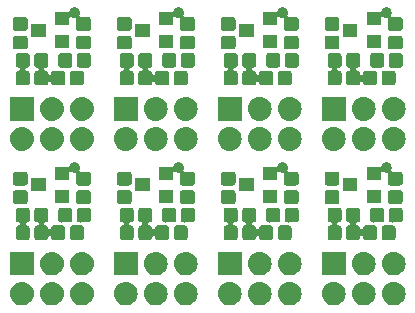
<source format=gbr>
G04 #@! TF.GenerationSoftware,KiCad,Pcbnew,(5.0.1-3-g963ef8bb5)*
G04 #@! TF.CreationDate,2019-09-15T11:53:47-04:00*
G04 #@! TF.ProjectId,RPiheader2x2,5250696865616465723278322E6B6963,rev?*
G04 #@! TF.SameCoordinates,Original*
G04 #@! TF.FileFunction,Soldermask,Bot*
G04 #@! TF.FilePolarity,Negative*
%FSLAX45Y45*%
G04 Gerber Fmt 4.5, Leading zero omitted, Abs format (unit mm)*
G04 Created by KiCad (PCBNEW (5.0.1-3-g963ef8bb5)) date Sunday, September 15, 2019 at 11:53:47 am*
%MOMM*%
%LPD*%
G01*
G04 APERTURE LIST*
%ADD10C,0.021524*%
G04 APERTURE END LIST*
D10*
G36*
X1591603Y253553D02*
X1591603Y253553D01*
X1591603Y253553D01*
X1610453Y247835D01*
X1610454Y247835D01*
X1627826Y238549D01*
X1643053Y226053D01*
X1655549Y210826D01*
X1664835Y193454D01*
X1670553Y174603D01*
X1672484Y155000D01*
X1670553Y135397D01*
X1664835Y116546D01*
X1655549Y99174D01*
X1643053Y83947D01*
X1627826Y71451D01*
X1627826Y71451D01*
X1610453Y62165D01*
X1591603Y56447D01*
X1591603Y56447D01*
X1591603Y56447D01*
X1576912Y55000D01*
X1567088Y55000D01*
X1552397Y56447D01*
X1552397Y56447D01*
X1552397Y56447D01*
X1533546Y62165D01*
X1516174Y71451D01*
X1516174Y71451D01*
X1500947Y83947D01*
X1488451Y99174D01*
X1479165Y116546D01*
X1473447Y135397D01*
X1471516Y155000D01*
X1473447Y174603D01*
X1479165Y193454D01*
X1488451Y210826D01*
X1500947Y226053D01*
X1516174Y238549D01*
X1533546Y247835D01*
X1533546Y247835D01*
X1552397Y253553D01*
X1552397Y253553D01*
X1552397Y253553D01*
X1567088Y255000D01*
X1576912Y255000D01*
X1591603Y253553D01*
X1591603Y253553D01*
G37*
G36*
X1337603Y253553D02*
X1337603Y253553D01*
X1337603Y253553D01*
X1356454Y247835D01*
X1356454Y247835D01*
X1373826Y238549D01*
X1389053Y226053D01*
X1401549Y210826D01*
X1410835Y193454D01*
X1416553Y174603D01*
X1418484Y155000D01*
X1416553Y135397D01*
X1410835Y116546D01*
X1401549Y99174D01*
X1389053Y83947D01*
X1373826Y71451D01*
X1373826Y71451D01*
X1356454Y62165D01*
X1337603Y56447D01*
X1337603Y56447D01*
X1337603Y56447D01*
X1322912Y55000D01*
X1313088Y55000D01*
X1298397Y56447D01*
X1298397Y56447D01*
X1298397Y56447D01*
X1279547Y62165D01*
X1262174Y71451D01*
X1262174Y71451D01*
X1246947Y83947D01*
X1234451Y99174D01*
X1225165Y116546D01*
X1219447Y135397D01*
X1217516Y155000D01*
X1219447Y174603D01*
X1225165Y193454D01*
X1234451Y210826D01*
X1246947Y226053D01*
X1262174Y238549D01*
X1279546Y247835D01*
X1279547Y247835D01*
X1298397Y253553D01*
X1298397Y253553D01*
X1298397Y253553D01*
X1313088Y255000D01*
X1322912Y255000D01*
X1337603Y253553D01*
X1337603Y253553D01*
G37*
G36*
X1083603Y253553D02*
X1083603Y253553D01*
X1083603Y253553D01*
X1102454Y247835D01*
X1102454Y247835D01*
X1119826Y238549D01*
X1135053Y226053D01*
X1147549Y210826D01*
X1156835Y193454D01*
X1162553Y174603D01*
X1164484Y155000D01*
X1162553Y135397D01*
X1156835Y116546D01*
X1147549Y99174D01*
X1135053Y83947D01*
X1119826Y71451D01*
X1119826Y71451D01*
X1102454Y62165D01*
X1083603Y56447D01*
X1083603Y56447D01*
X1083603Y56447D01*
X1068912Y55000D01*
X1059088Y55000D01*
X1044397Y56447D01*
X1044397Y56447D01*
X1044397Y56447D01*
X1025546Y62165D01*
X1008174Y71451D01*
X1008174Y71451D01*
X992947Y83947D01*
X980451Y99174D01*
X971165Y116546D01*
X965447Y135397D01*
X963516Y155000D01*
X965447Y174603D01*
X971165Y193454D01*
X980451Y210826D01*
X992947Y226053D01*
X1008174Y238549D01*
X1025546Y247835D01*
X1025546Y247835D01*
X1044397Y253553D01*
X1044397Y253553D01*
X1044397Y253553D01*
X1059088Y255000D01*
X1068912Y255000D01*
X1083603Y253553D01*
X1083603Y253553D01*
G37*
G36*
X711603Y253553D02*
X711603Y253553D01*
X711603Y253553D01*
X730453Y247835D01*
X730454Y247835D01*
X747826Y238549D01*
X763053Y226053D01*
X775549Y210826D01*
X784835Y193454D01*
X790553Y174603D01*
X792484Y155000D01*
X790553Y135397D01*
X784835Y116546D01*
X775549Y99174D01*
X763053Y83947D01*
X747826Y71451D01*
X747826Y71451D01*
X730453Y62165D01*
X711603Y56447D01*
X711603Y56447D01*
X711603Y56447D01*
X696912Y55000D01*
X687088Y55000D01*
X672397Y56447D01*
X672397Y56447D01*
X672397Y56447D01*
X653547Y62165D01*
X636174Y71451D01*
X636174Y71451D01*
X620947Y83947D01*
X608451Y99174D01*
X599165Y116546D01*
X593447Y135397D01*
X591516Y155000D01*
X593447Y174603D01*
X599165Y193454D01*
X608451Y210826D01*
X620947Y226053D01*
X636174Y238549D01*
X653546Y247835D01*
X653547Y247835D01*
X672397Y253553D01*
X672397Y253553D01*
X672397Y253553D01*
X687088Y255000D01*
X696912Y255000D01*
X711603Y253553D01*
X711603Y253553D01*
G37*
G36*
X457603Y253553D02*
X457603Y253553D01*
X457603Y253553D01*
X476453Y247835D01*
X476454Y247835D01*
X493826Y238549D01*
X509053Y226053D01*
X521549Y210826D01*
X530835Y193454D01*
X536553Y174603D01*
X538484Y155000D01*
X536553Y135397D01*
X530835Y116546D01*
X521549Y99174D01*
X509053Y83947D01*
X493826Y71451D01*
X493826Y71451D01*
X476453Y62165D01*
X457603Y56447D01*
X457603Y56447D01*
X457603Y56447D01*
X442912Y55000D01*
X433088Y55000D01*
X418397Y56447D01*
X418397Y56447D01*
X418397Y56447D01*
X399546Y62165D01*
X382174Y71451D01*
X382174Y71451D01*
X366947Y83947D01*
X354451Y99174D01*
X345165Y116546D01*
X339447Y135397D01*
X337516Y155000D01*
X339447Y174603D01*
X345165Y193454D01*
X354451Y210826D01*
X366947Y226053D01*
X382174Y238549D01*
X399546Y247835D01*
X399546Y247835D01*
X418397Y253553D01*
X418397Y253553D01*
X418397Y253553D01*
X433088Y255000D01*
X442912Y255000D01*
X457603Y253553D01*
X457603Y253553D01*
G37*
G36*
X203603Y253553D02*
X203603Y253553D01*
X203603Y253553D01*
X222453Y247835D01*
X222454Y247835D01*
X239826Y238549D01*
X255053Y226053D01*
X267549Y210826D01*
X276835Y193454D01*
X282553Y174603D01*
X284484Y155000D01*
X282553Y135397D01*
X276835Y116546D01*
X267549Y99174D01*
X255053Y83947D01*
X239826Y71451D01*
X239826Y71451D01*
X222453Y62165D01*
X203603Y56447D01*
X203603Y56447D01*
X203603Y56447D01*
X188912Y55000D01*
X179088Y55000D01*
X164397Y56447D01*
X164397Y56447D01*
X164397Y56447D01*
X145547Y62165D01*
X128174Y71451D01*
X128174Y71451D01*
X112947Y83947D01*
X100451Y99174D01*
X91165Y116546D01*
X85447Y135397D01*
X83516Y155000D01*
X85447Y174603D01*
X91165Y193454D01*
X100451Y210826D01*
X112947Y226053D01*
X128174Y238549D01*
X145546Y247835D01*
X145547Y247835D01*
X164397Y253553D01*
X164397Y253553D01*
X164397Y253553D01*
X179088Y255000D01*
X188912Y255000D01*
X203603Y253553D01*
X203603Y253553D01*
G37*
G36*
X-168397Y253553D02*
X-168397Y253553D01*
X-168397Y253553D01*
X-149547Y247835D01*
X-149546Y247835D01*
X-132174Y238549D01*
X-116947Y226053D01*
X-104451Y210826D01*
X-95165Y193454D01*
X-89447Y174603D01*
X-87516Y155000D01*
X-89447Y135397D01*
X-95165Y116546D01*
X-104451Y99174D01*
X-116947Y83947D01*
X-132174Y71451D01*
X-132174Y71451D01*
X-149547Y62165D01*
X-168397Y56447D01*
X-168397Y56447D01*
X-168397Y56447D01*
X-183088Y55000D01*
X-192912Y55000D01*
X-207603Y56447D01*
X-207603Y56447D01*
X-207603Y56447D01*
X-226453Y62165D01*
X-243826Y71451D01*
X-243826Y71451D01*
X-259053Y83947D01*
X-271549Y99174D01*
X-280835Y116546D01*
X-286553Y135397D01*
X-288484Y155000D01*
X-286553Y174603D01*
X-280835Y193454D01*
X-271549Y210826D01*
X-259053Y226053D01*
X-243826Y238549D01*
X-226454Y247835D01*
X-226453Y247835D01*
X-207603Y253553D01*
X-207603Y253553D01*
X-207603Y253553D01*
X-192912Y255000D01*
X-183088Y255000D01*
X-168397Y253553D01*
X-168397Y253553D01*
G37*
G36*
X-422397Y253553D02*
X-422397Y253553D01*
X-422397Y253553D01*
X-403546Y247835D01*
X-403546Y247835D01*
X-386174Y238549D01*
X-370947Y226053D01*
X-358451Y210826D01*
X-349165Y193454D01*
X-343447Y174603D01*
X-341516Y155000D01*
X-343447Y135397D01*
X-349165Y116546D01*
X-358451Y99174D01*
X-370947Y83947D01*
X-386174Y71451D01*
X-386174Y71451D01*
X-403546Y62165D01*
X-422397Y56447D01*
X-422397Y56447D01*
X-422397Y56447D01*
X-437088Y55000D01*
X-446912Y55000D01*
X-461603Y56447D01*
X-461603Y56447D01*
X-461603Y56447D01*
X-480453Y62165D01*
X-497826Y71451D01*
X-497826Y71451D01*
X-513053Y83947D01*
X-525549Y99174D01*
X-534835Y116546D01*
X-540553Y135397D01*
X-542484Y155000D01*
X-540553Y174603D01*
X-534835Y193454D01*
X-525549Y210826D01*
X-513053Y226053D01*
X-497826Y238549D01*
X-480454Y247835D01*
X-480453Y247835D01*
X-461603Y253553D01*
X-461603Y253553D01*
X-461603Y253553D01*
X-446912Y255000D01*
X-437088Y255000D01*
X-422397Y253553D01*
X-422397Y253553D01*
G37*
G36*
X-676397Y253553D02*
X-676397Y253553D01*
X-676397Y253553D01*
X-657547Y247835D01*
X-657546Y247835D01*
X-640174Y238549D01*
X-624947Y226053D01*
X-612451Y210826D01*
X-603165Y193454D01*
X-597447Y174603D01*
X-595516Y155000D01*
X-597447Y135397D01*
X-603165Y116546D01*
X-612451Y99174D01*
X-624947Y83947D01*
X-640174Y71451D01*
X-640174Y71451D01*
X-657547Y62165D01*
X-676397Y56447D01*
X-676397Y56447D01*
X-676397Y56447D01*
X-691088Y55000D01*
X-700912Y55000D01*
X-715603Y56447D01*
X-715603Y56447D01*
X-715603Y56447D01*
X-734453Y62165D01*
X-751826Y71451D01*
X-751826Y71451D01*
X-767053Y83947D01*
X-779549Y99174D01*
X-788835Y116546D01*
X-794553Y135397D01*
X-796484Y155000D01*
X-794553Y174603D01*
X-788835Y193454D01*
X-779549Y210826D01*
X-767053Y226053D01*
X-751826Y238549D01*
X-734454Y247835D01*
X-734453Y247835D01*
X-715603Y253553D01*
X-715603Y253553D01*
X-715603Y253553D01*
X-700912Y255000D01*
X-691088Y255000D01*
X-676397Y253553D01*
X-676397Y253553D01*
G37*
G36*
X-1048397Y253553D02*
X-1048397Y253553D01*
X-1048397Y253553D01*
X-1029546Y247835D01*
X-1029546Y247835D01*
X-1012174Y238549D01*
X-996947Y226053D01*
X-984451Y210826D01*
X-975165Y193454D01*
X-969447Y174603D01*
X-967516Y155000D01*
X-969447Y135397D01*
X-975165Y116546D01*
X-984451Y99174D01*
X-996947Y83947D01*
X-1012174Y71451D01*
X-1012174Y71451D01*
X-1029546Y62165D01*
X-1048397Y56447D01*
X-1048397Y56447D01*
X-1048397Y56447D01*
X-1063088Y55000D01*
X-1072912Y55000D01*
X-1087603Y56447D01*
X-1087603Y56447D01*
X-1087603Y56447D01*
X-1106454Y62165D01*
X-1123826Y71451D01*
X-1123826Y71451D01*
X-1139053Y83947D01*
X-1151549Y99174D01*
X-1160835Y116546D01*
X-1166553Y135397D01*
X-1168484Y155000D01*
X-1166553Y174603D01*
X-1160835Y193454D01*
X-1151549Y210826D01*
X-1139053Y226053D01*
X-1123826Y238549D01*
X-1106454Y247835D01*
X-1106454Y247835D01*
X-1087603Y253553D01*
X-1087603Y253553D01*
X-1087603Y253553D01*
X-1072912Y255000D01*
X-1063088Y255000D01*
X-1048397Y253553D01*
X-1048397Y253553D01*
G37*
G36*
X-1302397Y253553D02*
X-1302397Y253553D01*
X-1302397Y253553D01*
X-1283547Y247835D01*
X-1283546Y247835D01*
X-1266174Y238549D01*
X-1250947Y226053D01*
X-1238451Y210826D01*
X-1229165Y193454D01*
X-1223447Y174603D01*
X-1221516Y155000D01*
X-1223447Y135397D01*
X-1229165Y116546D01*
X-1238451Y99174D01*
X-1250947Y83947D01*
X-1266174Y71451D01*
X-1266174Y71451D01*
X-1283547Y62165D01*
X-1302397Y56447D01*
X-1302397Y56447D01*
X-1302397Y56447D01*
X-1317088Y55000D01*
X-1326912Y55000D01*
X-1341603Y56447D01*
X-1341603Y56447D01*
X-1341603Y56447D01*
X-1360454Y62165D01*
X-1377826Y71451D01*
X-1377826Y71451D01*
X-1393053Y83947D01*
X-1405549Y99174D01*
X-1414835Y116546D01*
X-1420553Y135397D01*
X-1422484Y155000D01*
X-1420553Y174603D01*
X-1414835Y193454D01*
X-1405549Y210826D01*
X-1393053Y226053D01*
X-1377826Y238549D01*
X-1360454Y247835D01*
X-1360454Y247835D01*
X-1341603Y253553D01*
X-1341603Y253553D01*
X-1341603Y253553D01*
X-1326912Y255000D01*
X-1317088Y255000D01*
X-1302397Y253553D01*
X-1302397Y253553D01*
G37*
G36*
X-1556397Y253553D02*
X-1556397Y253553D01*
X-1556397Y253553D01*
X-1537546Y247835D01*
X-1537546Y247835D01*
X-1520174Y238549D01*
X-1504947Y226053D01*
X-1492451Y210826D01*
X-1483165Y193454D01*
X-1477447Y174603D01*
X-1475516Y155000D01*
X-1477447Y135397D01*
X-1483165Y116546D01*
X-1492451Y99174D01*
X-1504947Y83947D01*
X-1520174Y71451D01*
X-1520174Y71451D01*
X-1537546Y62165D01*
X-1556397Y56447D01*
X-1556397Y56447D01*
X-1556397Y56447D01*
X-1571088Y55000D01*
X-1580912Y55000D01*
X-1595603Y56447D01*
X-1595603Y56447D01*
X-1595603Y56447D01*
X-1614453Y62165D01*
X-1631826Y71451D01*
X-1631826Y71451D01*
X-1647053Y83947D01*
X-1659549Y99174D01*
X-1668835Y116546D01*
X-1674553Y135397D01*
X-1676484Y155000D01*
X-1674553Y174603D01*
X-1668835Y193454D01*
X-1659549Y210826D01*
X-1647053Y226053D01*
X-1631826Y238549D01*
X-1614454Y247835D01*
X-1614453Y247835D01*
X-1595603Y253553D01*
X-1595603Y253553D01*
X-1595603Y253553D01*
X-1580912Y255000D01*
X-1571088Y255000D01*
X-1556397Y253553D01*
X-1556397Y253553D01*
G37*
G36*
X711603Y507553D02*
X711603Y507553D01*
X711603Y507553D01*
X730453Y501835D01*
X730454Y501835D01*
X747826Y492549D01*
X763053Y480053D01*
X775549Y464826D01*
X784835Y447454D01*
X790553Y428603D01*
X792484Y409000D01*
X790553Y389397D01*
X784835Y370546D01*
X775549Y353174D01*
X763053Y337947D01*
X747826Y325451D01*
X747826Y325451D01*
X730453Y316165D01*
X711603Y310447D01*
X711603Y310447D01*
X711603Y310447D01*
X696912Y309000D01*
X687088Y309000D01*
X672397Y310447D01*
X672397Y310447D01*
X672397Y310447D01*
X653547Y316165D01*
X636174Y325451D01*
X636174Y325451D01*
X620947Y337947D01*
X608451Y353174D01*
X599165Y370546D01*
X593447Y389397D01*
X591516Y409000D01*
X593447Y428603D01*
X599165Y447454D01*
X608451Y464826D01*
X620947Y480053D01*
X636174Y492549D01*
X653546Y501835D01*
X653547Y501835D01*
X672397Y507553D01*
X672397Y507553D01*
X672397Y507553D01*
X687088Y509000D01*
X696912Y509000D01*
X711603Y507553D01*
X711603Y507553D01*
G37*
G36*
X1591603Y507553D02*
X1591603Y507553D01*
X1591603Y507553D01*
X1610453Y501835D01*
X1610454Y501835D01*
X1627826Y492549D01*
X1643053Y480053D01*
X1655549Y464826D01*
X1664835Y447454D01*
X1670553Y428603D01*
X1672484Y409000D01*
X1670553Y389397D01*
X1664835Y370546D01*
X1655549Y353174D01*
X1643053Y337947D01*
X1627826Y325451D01*
X1627826Y325451D01*
X1610453Y316165D01*
X1591603Y310447D01*
X1591603Y310447D01*
X1591603Y310447D01*
X1576912Y309000D01*
X1567088Y309000D01*
X1552397Y310447D01*
X1552397Y310447D01*
X1552397Y310447D01*
X1533546Y316165D01*
X1516174Y325451D01*
X1516174Y325451D01*
X1500947Y337947D01*
X1488451Y353174D01*
X1479165Y370546D01*
X1473447Y389397D01*
X1471516Y409000D01*
X1473447Y428603D01*
X1479165Y447454D01*
X1488451Y464826D01*
X1500947Y480053D01*
X1516174Y492549D01*
X1533546Y501835D01*
X1533546Y501835D01*
X1552397Y507553D01*
X1552397Y507553D01*
X1552397Y507553D01*
X1567088Y509000D01*
X1576912Y509000D01*
X1591603Y507553D01*
X1591603Y507553D01*
G37*
G36*
X457603Y507553D02*
X457603Y507553D01*
X457603Y507553D01*
X476453Y501835D01*
X476454Y501835D01*
X493826Y492549D01*
X509053Y480053D01*
X521549Y464826D01*
X530835Y447454D01*
X536553Y428603D01*
X538484Y409000D01*
X536553Y389397D01*
X530835Y370546D01*
X521549Y353174D01*
X509053Y337947D01*
X493826Y325451D01*
X493826Y325451D01*
X476453Y316165D01*
X457603Y310447D01*
X457603Y310447D01*
X457603Y310447D01*
X442912Y309000D01*
X433088Y309000D01*
X418397Y310447D01*
X418397Y310447D01*
X418397Y310447D01*
X399546Y316165D01*
X382174Y325451D01*
X382174Y325451D01*
X366947Y337947D01*
X354451Y353174D01*
X345165Y370546D01*
X339447Y389397D01*
X337516Y409000D01*
X339447Y428603D01*
X345165Y447454D01*
X354451Y464826D01*
X366947Y480053D01*
X382174Y492549D01*
X399546Y501835D01*
X399546Y501835D01*
X418397Y507553D01*
X418397Y507553D01*
X418397Y507553D01*
X433088Y509000D01*
X442912Y509000D01*
X457603Y507553D01*
X457603Y507553D01*
G37*
G36*
X1337603Y507553D02*
X1337603Y507553D01*
X1337603Y507553D01*
X1356454Y501835D01*
X1356454Y501835D01*
X1373826Y492549D01*
X1389053Y480053D01*
X1401549Y464826D01*
X1410835Y447454D01*
X1416553Y428603D01*
X1418484Y409000D01*
X1416553Y389397D01*
X1410835Y370546D01*
X1401549Y353174D01*
X1389053Y337947D01*
X1373826Y325451D01*
X1373826Y325451D01*
X1356454Y316165D01*
X1337603Y310447D01*
X1337603Y310447D01*
X1337603Y310447D01*
X1322912Y309000D01*
X1313088Y309000D01*
X1298397Y310447D01*
X1298397Y310447D01*
X1298397Y310447D01*
X1279547Y316165D01*
X1262174Y325451D01*
X1262174Y325451D01*
X1246947Y337947D01*
X1234451Y353174D01*
X1225165Y370546D01*
X1219447Y389397D01*
X1217516Y409000D01*
X1219447Y428603D01*
X1225165Y447454D01*
X1234451Y464826D01*
X1246947Y480053D01*
X1262174Y492549D01*
X1279546Y501835D01*
X1279547Y501835D01*
X1298397Y507553D01*
X1298397Y507553D01*
X1298397Y507553D01*
X1313088Y509000D01*
X1322912Y509000D01*
X1337603Y507553D01*
X1337603Y507553D01*
G37*
G36*
X284000Y309000D02*
X84000Y309000D01*
X84000Y509000D01*
X284000Y509000D01*
X284000Y309000D01*
X284000Y309000D01*
G37*
G36*
X1164000Y309000D02*
X964000Y309000D01*
X964000Y509000D01*
X1164000Y509000D01*
X1164000Y309000D01*
X1164000Y309000D01*
G37*
G36*
X-1476000Y309000D02*
X-1676000Y309000D01*
X-1676000Y509000D01*
X-1476000Y509000D01*
X-1476000Y309000D01*
X-1476000Y309000D01*
G37*
G36*
X-1302397Y507553D02*
X-1302397Y507553D01*
X-1302397Y507553D01*
X-1283547Y501835D01*
X-1283546Y501835D01*
X-1266174Y492549D01*
X-1250947Y480053D01*
X-1238451Y464826D01*
X-1229165Y447454D01*
X-1223447Y428603D01*
X-1221516Y409000D01*
X-1223447Y389397D01*
X-1229165Y370546D01*
X-1238451Y353174D01*
X-1250947Y337947D01*
X-1266174Y325451D01*
X-1266174Y325451D01*
X-1283547Y316165D01*
X-1302397Y310447D01*
X-1302397Y310447D01*
X-1302397Y310447D01*
X-1317088Y309000D01*
X-1326912Y309000D01*
X-1341603Y310447D01*
X-1341603Y310447D01*
X-1341603Y310447D01*
X-1360454Y316165D01*
X-1377826Y325451D01*
X-1377826Y325451D01*
X-1393053Y337947D01*
X-1405549Y353174D01*
X-1414835Y370546D01*
X-1420553Y389397D01*
X-1422484Y409000D01*
X-1420553Y428603D01*
X-1414835Y447454D01*
X-1405549Y464826D01*
X-1393053Y480053D01*
X-1377826Y492549D01*
X-1360454Y501835D01*
X-1360454Y501835D01*
X-1341603Y507553D01*
X-1341603Y507553D01*
X-1341603Y507553D01*
X-1326912Y509000D01*
X-1317088Y509000D01*
X-1302397Y507553D01*
X-1302397Y507553D01*
G37*
G36*
X-168397Y507553D02*
X-168397Y507553D01*
X-168397Y507553D01*
X-149547Y501835D01*
X-149546Y501835D01*
X-132174Y492549D01*
X-116947Y480053D01*
X-104451Y464826D01*
X-95165Y447454D01*
X-89447Y428603D01*
X-87516Y409000D01*
X-89447Y389397D01*
X-95165Y370546D01*
X-104451Y353174D01*
X-116947Y337947D01*
X-132174Y325451D01*
X-132174Y325451D01*
X-149547Y316165D01*
X-168397Y310447D01*
X-168397Y310447D01*
X-168397Y310447D01*
X-183088Y309000D01*
X-192912Y309000D01*
X-207603Y310447D01*
X-207603Y310447D01*
X-207603Y310447D01*
X-226453Y316165D01*
X-243826Y325451D01*
X-243826Y325451D01*
X-259053Y337947D01*
X-271549Y353174D01*
X-280835Y370546D01*
X-286553Y389397D01*
X-288484Y409000D01*
X-286553Y428603D01*
X-280835Y447454D01*
X-271549Y464826D01*
X-259053Y480053D01*
X-243826Y492549D01*
X-226454Y501835D01*
X-226453Y501835D01*
X-207603Y507553D01*
X-207603Y507553D01*
X-207603Y507553D01*
X-192912Y509000D01*
X-183088Y509000D01*
X-168397Y507553D01*
X-168397Y507553D01*
G37*
G36*
X-1048397Y507553D02*
X-1048397Y507553D01*
X-1048397Y507553D01*
X-1029546Y501835D01*
X-1029546Y501835D01*
X-1012174Y492549D01*
X-996947Y480053D01*
X-984451Y464826D01*
X-975165Y447454D01*
X-969447Y428603D01*
X-967516Y409000D01*
X-969447Y389397D01*
X-975165Y370546D01*
X-984451Y353174D01*
X-996947Y337947D01*
X-1012174Y325451D01*
X-1012174Y325451D01*
X-1029546Y316165D01*
X-1048397Y310447D01*
X-1048397Y310447D01*
X-1048397Y310447D01*
X-1063088Y309000D01*
X-1072912Y309000D01*
X-1087603Y310447D01*
X-1087603Y310447D01*
X-1087603Y310447D01*
X-1106454Y316165D01*
X-1123826Y325451D01*
X-1123826Y325451D01*
X-1139053Y337947D01*
X-1151549Y353174D01*
X-1160835Y370546D01*
X-1166553Y389397D01*
X-1168484Y409000D01*
X-1166553Y428603D01*
X-1160835Y447454D01*
X-1151549Y464826D01*
X-1139053Y480053D01*
X-1123826Y492549D01*
X-1106454Y501835D01*
X-1106454Y501835D01*
X-1087603Y507553D01*
X-1087603Y507553D01*
X-1087603Y507553D01*
X-1072912Y509000D01*
X-1063088Y509000D01*
X-1048397Y507553D01*
X-1048397Y507553D01*
G37*
G36*
X-422397Y507553D02*
X-422397Y507553D01*
X-422397Y507553D01*
X-403546Y501835D01*
X-403546Y501835D01*
X-386174Y492549D01*
X-370947Y480053D01*
X-358451Y464826D01*
X-349165Y447454D01*
X-343447Y428603D01*
X-341516Y409000D01*
X-343447Y389397D01*
X-349165Y370546D01*
X-358451Y353174D01*
X-370947Y337947D01*
X-386174Y325451D01*
X-386174Y325451D01*
X-403546Y316165D01*
X-422397Y310447D01*
X-422397Y310447D01*
X-422397Y310447D01*
X-437088Y309000D01*
X-446912Y309000D01*
X-461603Y310447D01*
X-461603Y310447D01*
X-461603Y310447D01*
X-480453Y316165D01*
X-497826Y325451D01*
X-497826Y325451D01*
X-513053Y337947D01*
X-525549Y353174D01*
X-534835Y370546D01*
X-540553Y389397D01*
X-542484Y409000D01*
X-540553Y428603D01*
X-534835Y447454D01*
X-525549Y464826D01*
X-513053Y480053D01*
X-497826Y492549D01*
X-480454Y501835D01*
X-480453Y501835D01*
X-461603Y507553D01*
X-461603Y507553D01*
X-461603Y507553D01*
X-446912Y509000D01*
X-437088Y509000D01*
X-422397Y507553D01*
X-422397Y507553D01*
G37*
G36*
X-596000Y309000D02*
X-796000Y309000D01*
X-796000Y509000D01*
X-596000Y509000D01*
X-596000Y309000D01*
X-596000Y309000D01*
G37*
G36*
X-200408Y733451D02*
X-198064Y732740D01*
X-196850Y732560D01*
X-191125Y731996D01*
X-186799Y730684D01*
X-182811Y728553D01*
X-179316Y725684D01*
X-176447Y722189D01*
X-174316Y718201D01*
X-173004Y713875D01*
X-172500Y708761D01*
X-172500Y631239D01*
X-173004Y626125D01*
X-174316Y621799D01*
X-176447Y617811D01*
X-179316Y614316D01*
X-182811Y611447D01*
X-186799Y609316D01*
X-191125Y608004D01*
X-196239Y607500D01*
X-266261Y607500D01*
X-271375Y608004D01*
X-275701Y609316D01*
X-279689Y611447D01*
X-283184Y614316D01*
X-286053Y617811D01*
X-288184Y621799D01*
X-289496Y626125D01*
X-290000Y631239D01*
X-290000Y708761D01*
X-289496Y713875D01*
X-288184Y718201D01*
X-286053Y722189D01*
X-283184Y725684D01*
X-279689Y728553D01*
X-275701Y730684D01*
X-271375Y731996D01*
X-266261Y732500D01*
X-206875Y732500D01*
X-204436Y732740D01*
X-202091Y733451D01*
X-201250Y733901D01*
X-200408Y733451D01*
X-200408Y733451D01*
G37*
G36*
X-491125Y881996D02*
X-486799Y880684D01*
X-482811Y878553D01*
X-479316Y875684D01*
X-476447Y872189D01*
X-474316Y868201D01*
X-473004Y863875D01*
X-472500Y858761D01*
X-472500Y781239D01*
X-473004Y776125D01*
X-474316Y771799D01*
X-476447Y767811D01*
X-479316Y764316D01*
X-482811Y761447D01*
X-486799Y759316D01*
X-491125Y758004D01*
X-496850Y757440D01*
X-499253Y756962D01*
X-501517Y756024D01*
X-503555Y754663D01*
X-505288Y752930D01*
X-506649Y750892D01*
X-507587Y748629D01*
X-508065Y746225D01*
X-508065Y743775D01*
X-507587Y741371D01*
X-506649Y739108D01*
X-505288Y737070D01*
X-503555Y735337D01*
X-501517Y733976D01*
X-499254Y733038D01*
X-496850Y732560D01*
X-491125Y731996D01*
X-486799Y730684D01*
X-482811Y728553D01*
X-479316Y725684D01*
X-476447Y722189D01*
X-474316Y718201D01*
X-473004Y713875D01*
X-472440Y708150D01*
X-471962Y705746D01*
X-471024Y703483D01*
X-469663Y701445D01*
X-467930Y699712D01*
X-465892Y698351D01*
X-463629Y697413D01*
X-461225Y696935D01*
X-458775Y696935D01*
X-456371Y697413D01*
X-454108Y698351D01*
X-452070Y699712D01*
X-450337Y701445D01*
X-448976Y703482D01*
X-448038Y705746D01*
X-447560Y708150D01*
X-446996Y713875D01*
X-445684Y718201D01*
X-443553Y722189D01*
X-440684Y725684D01*
X-437189Y728553D01*
X-433201Y730684D01*
X-428875Y731996D01*
X-423761Y732500D01*
X-364375Y732500D01*
X-361936Y732740D01*
X-359591Y733451D01*
X-358750Y733901D01*
X-357908Y733451D01*
X-355564Y732740D01*
X-354350Y732560D01*
X-348625Y731996D01*
X-344299Y730684D01*
X-340311Y728553D01*
X-336816Y725684D01*
X-333947Y722189D01*
X-331816Y718201D01*
X-330504Y713875D01*
X-330000Y708761D01*
X-330000Y631239D01*
X-330504Y626125D01*
X-331816Y621799D01*
X-333947Y617811D01*
X-336816Y614316D01*
X-340311Y611447D01*
X-344299Y609316D01*
X-348625Y608004D01*
X-353739Y607500D01*
X-423761Y607500D01*
X-428875Y608004D01*
X-433201Y609316D01*
X-437189Y611447D01*
X-440684Y614316D01*
X-443553Y617811D01*
X-445684Y621799D01*
X-446996Y626125D01*
X-447560Y631850D01*
X-448038Y634254D01*
X-448976Y636517D01*
X-450337Y638555D01*
X-452070Y640288D01*
X-454107Y641649D01*
X-456371Y642587D01*
X-458775Y643065D01*
X-461225Y643065D01*
X-463628Y642587D01*
X-465892Y641649D01*
X-467930Y640288D01*
X-469663Y638555D01*
X-471024Y636518D01*
X-471962Y634254D01*
X-472440Y631850D01*
X-473004Y626125D01*
X-474316Y621799D01*
X-476447Y617811D01*
X-479316Y614316D01*
X-482811Y611447D01*
X-486799Y609316D01*
X-491125Y608004D01*
X-496239Y607500D01*
X-566261Y607500D01*
X-571375Y608004D01*
X-575701Y609316D01*
X-579689Y611447D01*
X-583184Y614316D01*
X-586053Y617811D01*
X-588184Y621799D01*
X-589496Y626125D01*
X-590000Y631239D01*
X-590000Y708761D01*
X-589496Y713875D01*
X-588184Y718201D01*
X-586053Y722189D01*
X-583184Y725684D01*
X-579689Y728553D01*
X-575701Y730684D01*
X-571375Y731996D01*
X-565650Y732560D01*
X-563247Y733038D01*
X-560983Y733976D01*
X-558945Y735337D01*
X-557212Y737070D01*
X-555851Y739107D01*
X-554913Y741371D01*
X-554435Y743775D01*
X-554435Y746225D01*
X-554913Y748628D01*
X-555851Y750892D01*
X-557212Y752930D01*
X-558945Y754663D01*
X-560983Y756024D01*
X-563246Y756962D01*
X-565650Y757440D01*
X-571375Y758004D01*
X-575701Y759316D01*
X-579689Y761447D01*
X-583184Y764316D01*
X-586053Y767811D01*
X-588184Y771799D01*
X-589496Y776125D01*
X-590000Y781239D01*
X-590000Y858761D01*
X-589496Y863875D01*
X-588184Y868201D01*
X-586053Y872189D01*
X-583184Y875684D01*
X-579689Y878553D01*
X-575701Y880684D01*
X-571375Y881996D01*
X-566261Y882500D01*
X-496239Y882500D01*
X-491125Y881996D01*
X-491125Y881996D01*
G37*
G36*
X1559591Y733451D02*
X1561936Y732740D01*
X1563150Y732560D01*
X1568875Y731996D01*
X1573201Y730684D01*
X1577189Y728553D01*
X1580684Y725684D01*
X1583553Y722189D01*
X1585684Y718201D01*
X1586996Y713875D01*
X1587500Y708761D01*
X1587500Y631239D01*
X1586996Y626125D01*
X1585684Y621799D01*
X1583553Y617811D01*
X1580684Y614316D01*
X1577189Y611447D01*
X1573201Y609316D01*
X1568875Y608004D01*
X1563761Y607500D01*
X1493739Y607500D01*
X1488625Y608004D01*
X1484299Y609316D01*
X1480311Y611447D01*
X1476816Y614316D01*
X1473947Y617811D01*
X1471816Y621799D01*
X1470504Y626125D01*
X1470000Y631239D01*
X1470000Y708761D01*
X1470504Y713875D01*
X1471816Y718201D01*
X1473947Y722189D01*
X1476816Y725684D01*
X1480311Y728553D01*
X1484299Y730684D01*
X1488625Y731996D01*
X1493739Y732500D01*
X1553125Y732500D01*
X1555564Y732740D01*
X1557908Y733451D01*
X1558750Y733901D01*
X1559591Y733451D01*
X1559591Y733451D01*
G37*
G36*
X1111375Y881996D02*
X1115701Y880684D01*
X1119689Y878553D01*
X1123184Y875684D01*
X1126053Y872189D01*
X1128184Y868201D01*
X1129496Y863875D01*
X1130000Y858761D01*
X1130000Y781239D01*
X1129496Y776125D01*
X1128184Y771799D01*
X1126053Y767811D01*
X1123184Y764316D01*
X1119689Y761447D01*
X1115701Y759316D01*
X1111375Y758004D01*
X1105650Y757440D01*
X1103247Y756962D01*
X1100983Y756024D01*
X1098945Y754663D01*
X1097212Y752930D01*
X1095851Y750892D01*
X1094913Y748629D01*
X1094435Y746225D01*
X1094435Y743775D01*
X1094913Y741371D01*
X1095851Y739108D01*
X1097212Y737070D01*
X1098945Y735337D01*
X1100983Y733976D01*
X1103246Y733038D01*
X1105650Y732560D01*
X1111375Y731996D01*
X1115701Y730684D01*
X1119689Y728553D01*
X1123184Y725684D01*
X1126053Y722189D01*
X1128184Y718201D01*
X1129496Y713875D01*
X1130000Y708761D01*
X1130000Y631239D01*
X1129496Y626125D01*
X1128184Y621799D01*
X1126053Y617811D01*
X1123184Y614316D01*
X1119689Y611447D01*
X1115701Y609316D01*
X1111375Y608004D01*
X1106261Y607500D01*
X1036239Y607500D01*
X1031125Y608004D01*
X1026799Y609316D01*
X1022811Y611447D01*
X1019316Y614316D01*
X1016447Y617811D01*
X1014316Y621799D01*
X1013004Y626125D01*
X1012500Y631239D01*
X1012500Y708761D01*
X1013004Y713875D01*
X1014316Y718201D01*
X1016447Y722189D01*
X1019316Y725684D01*
X1022811Y728553D01*
X1026799Y730684D01*
X1031125Y731996D01*
X1036850Y732560D01*
X1039253Y733038D01*
X1041517Y733976D01*
X1043555Y735337D01*
X1045288Y737070D01*
X1046649Y739107D01*
X1047587Y741371D01*
X1048065Y743775D01*
X1048065Y746225D01*
X1047587Y748628D01*
X1046649Y750892D01*
X1045288Y752930D01*
X1043555Y754663D01*
X1041517Y756024D01*
X1039254Y756962D01*
X1036850Y757440D01*
X1031125Y758004D01*
X1026799Y759316D01*
X1022811Y761447D01*
X1019316Y764316D01*
X1016447Y767811D01*
X1014316Y771799D01*
X1013004Y776125D01*
X1012500Y781239D01*
X1012500Y858761D01*
X1013004Y863875D01*
X1014316Y868201D01*
X1016447Y872189D01*
X1019316Y875684D01*
X1022811Y878553D01*
X1026799Y880684D01*
X1031125Y881996D01*
X1036239Y882500D01*
X1106261Y882500D01*
X1111375Y881996D01*
X1111375Y881996D01*
G37*
G36*
X1268875Y881996D02*
X1273201Y880684D01*
X1277189Y878553D01*
X1280684Y875684D01*
X1283553Y872189D01*
X1285684Y868201D01*
X1286996Y863875D01*
X1287500Y858761D01*
X1287500Y781239D01*
X1286996Y776125D01*
X1285684Y771799D01*
X1283553Y767811D01*
X1280684Y764316D01*
X1277189Y761447D01*
X1273201Y759316D01*
X1268875Y758004D01*
X1263150Y757440D01*
X1260747Y756962D01*
X1258483Y756024D01*
X1256445Y754663D01*
X1254712Y752930D01*
X1253351Y750892D01*
X1252413Y748629D01*
X1251935Y746225D01*
X1251935Y743775D01*
X1252413Y741371D01*
X1253351Y739108D01*
X1254712Y737070D01*
X1256445Y735337D01*
X1258483Y733976D01*
X1260746Y733038D01*
X1263150Y732560D01*
X1268875Y731996D01*
X1273201Y730684D01*
X1277189Y728553D01*
X1280684Y725684D01*
X1283553Y722189D01*
X1285684Y718201D01*
X1286996Y713875D01*
X1287560Y708150D01*
X1288038Y705746D01*
X1288976Y703483D01*
X1290337Y701445D01*
X1292070Y699712D01*
X1294108Y698351D01*
X1296371Y697413D01*
X1298775Y696935D01*
X1301225Y696935D01*
X1303629Y697413D01*
X1305892Y698351D01*
X1307930Y699712D01*
X1309663Y701445D01*
X1311024Y703482D01*
X1311962Y705746D01*
X1312440Y708150D01*
X1313004Y713875D01*
X1314316Y718201D01*
X1316447Y722189D01*
X1319316Y725684D01*
X1322811Y728553D01*
X1326799Y730684D01*
X1331125Y731996D01*
X1336239Y732500D01*
X1395625Y732500D01*
X1398064Y732740D01*
X1400408Y733451D01*
X1401250Y733901D01*
X1402091Y733451D01*
X1404436Y732740D01*
X1405650Y732560D01*
X1411375Y731996D01*
X1415701Y730684D01*
X1419689Y728553D01*
X1423184Y725684D01*
X1426053Y722189D01*
X1428184Y718201D01*
X1429496Y713875D01*
X1430000Y708761D01*
X1430000Y631239D01*
X1429496Y626125D01*
X1428184Y621799D01*
X1426053Y617811D01*
X1423184Y614316D01*
X1419689Y611447D01*
X1415701Y609316D01*
X1411375Y608004D01*
X1406261Y607500D01*
X1336239Y607500D01*
X1331125Y608004D01*
X1326799Y609316D01*
X1322811Y611447D01*
X1319316Y614316D01*
X1316447Y617811D01*
X1314316Y621799D01*
X1313004Y626125D01*
X1312440Y631850D01*
X1311962Y634254D01*
X1311024Y636517D01*
X1309663Y638555D01*
X1307930Y640288D01*
X1305893Y641649D01*
X1303629Y642587D01*
X1301225Y643065D01*
X1298775Y643065D01*
X1296372Y642587D01*
X1294108Y641649D01*
X1292070Y640288D01*
X1290337Y638555D01*
X1288976Y636518D01*
X1288038Y634254D01*
X1287560Y631850D01*
X1286996Y626125D01*
X1285684Y621799D01*
X1283553Y617811D01*
X1280684Y614316D01*
X1277189Y611447D01*
X1273201Y609316D01*
X1268875Y608004D01*
X1263761Y607500D01*
X1193739Y607500D01*
X1188625Y608004D01*
X1184299Y609316D01*
X1180311Y611447D01*
X1176816Y614316D01*
X1173947Y617811D01*
X1171816Y621799D01*
X1170504Y626125D01*
X1170000Y631239D01*
X1170000Y708761D01*
X1170504Y713875D01*
X1171816Y718201D01*
X1173947Y722189D01*
X1176816Y725684D01*
X1180311Y728553D01*
X1184299Y730684D01*
X1188625Y731996D01*
X1194350Y732560D01*
X1196754Y733038D01*
X1199017Y733976D01*
X1201055Y735337D01*
X1202788Y737070D01*
X1204149Y739107D01*
X1205087Y741371D01*
X1205565Y743775D01*
X1205565Y746225D01*
X1205087Y748628D01*
X1204149Y750892D01*
X1202788Y752930D01*
X1201055Y754663D01*
X1199018Y756024D01*
X1196754Y756962D01*
X1194350Y757440D01*
X1188625Y758004D01*
X1184299Y759316D01*
X1180311Y761447D01*
X1176816Y764316D01*
X1173947Y767811D01*
X1171816Y771799D01*
X1170504Y776125D01*
X1170000Y781239D01*
X1170000Y858761D01*
X1170504Y863875D01*
X1171816Y868201D01*
X1173947Y872189D01*
X1176816Y875684D01*
X1180311Y878553D01*
X1184299Y880684D01*
X1188625Y881996D01*
X1193739Y882500D01*
X1263761Y882500D01*
X1268875Y881996D01*
X1268875Y881996D01*
G37*
G36*
X231375Y881996D02*
X235701Y880684D01*
X239689Y878553D01*
X243184Y875684D01*
X246053Y872189D01*
X248184Y868201D01*
X249496Y863875D01*
X250000Y858761D01*
X250000Y781239D01*
X249496Y776125D01*
X248184Y771799D01*
X246053Y767811D01*
X243184Y764316D01*
X239689Y761447D01*
X235701Y759316D01*
X231375Y758004D01*
X225650Y757440D01*
X223246Y756962D01*
X220983Y756024D01*
X218945Y754663D01*
X217212Y752930D01*
X215851Y750892D01*
X214913Y748629D01*
X214435Y746225D01*
X214435Y743775D01*
X214913Y741371D01*
X215851Y739108D01*
X217212Y737070D01*
X218945Y735337D01*
X220982Y733976D01*
X223246Y733038D01*
X225650Y732560D01*
X231375Y731996D01*
X235701Y730684D01*
X239689Y728553D01*
X243184Y725684D01*
X246053Y722189D01*
X248184Y718201D01*
X249496Y713875D01*
X250000Y708761D01*
X250000Y631239D01*
X249496Y626125D01*
X248184Y621799D01*
X246053Y617811D01*
X243184Y614316D01*
X239689Y611447D01*
X235701Y609316D01*
X231375Y608004D01*
X226261Y607500D01*
X156239Y607500D01*
X151125Y608004D01*
X146799Y609316D01*
X142811Y611447D01*
X139316Y614316D01*
X136447Y617811D01*
X134316Y621799D01*
X133004Y626125D01*
X132500Y631239D01*
X132500Y708761D01*
X133004Y713875D01*
X134316Y718201D01*
X136447Y722189D01*
X139316Y725684D01*
X142811Y728553D01*
X146799Y730684D01*
X151125Y731996D01*
X156850Y732560D01*
X159254Y733038D01*
X161517Y733976D01*
X163555Y735337D01*
X165288Y737070D01*
X166649Y739107D01*
X167587Y741371D01*
X168065Y743775D01*
X168065Y746225D01*
X167587Y748628D01*
X166649Y750892D01*
X165288Y752930D01*
X163555Y754663D01*
X161518Y756024D01*
X159254Y756962D01*
X156850Y757440D01*
X151125Y758004D01*
X146799Y759316D01*
X142811Y761447D01*
X139316Y764316D01*
X136447Y767811D01*
X134316Y771799D01*
X133004Y776125D01*
X132500Y781239D01*
X132500Y858761D01*
X133004Y863875D01*
X134316Y868201D01*
X136447Y872189D01*
X139316Y875684D01*
X142811Y878553D01*
X146799Y880684D01*
X151125Y881996D01*
X156239Y882500D01*
X226261Y882500D01*
X231375Y881996D01*
X231375Y881996D01*
G37*
G36*
X388875Y881996D02*
X393201Y880684D01*
X397189Y878553D01*
X400684Y875684D01*
X403553Y872189D01*
X405684Y868201D01*
X406996Y863875D01*
X407500Y858761D01*
X407500Y781239D01*
X406996Y776125D01*
X405684Y771799D01*
X403553Y767811D01*
X400684Y764316D01*
X397189Y761447D01*
X393201Y759316D01*
X388875Y758004D01*
X383150Y757440D01*
X380746Y756962D01*
X378483Y756024D01*
X376445Y754663D01*
X374712Y752930D01*
X373351Y750892D01*
X372413Y748629D01*
X371935Y746225D01*
X371935Y743775D01*
X372413Y741371D01*
X373351Y739108D01*
X374712Y737070D01*
X376445Y735337D01*
X378482Y733976D01*
X380746Y733038D01*
X383150Y732560D01*
X388875Y731996D01*
X393201Y730684D01*
X397189Y728553D01*
X400684Y725684D01*
X403553Y722189D01*
X405684Y718201D01*
X406996Y713875D01*
X407560Y708150D01*
X408038Y705746D01*
X408976Y703483D01*
X410337Y701445D01*
X412070Y699712D01*
X414107Y698351D01*
X416371Y697413D01*
X418775Y696935D01*
X421225Y696935D01*
X423628Y697413D01*
X425892Y698351D01*
X427930Y699712D01*
X429663Y701445D01*
X431024Y703482D01*
X431962Y705746D01*
X432440Y708150D01*
X433004Y713875D01*
X434316Y718201D01*
X436447Y722189D01*
X439316Y725684D01*
X442811Y728553D01*
X446799Y730684D01*
X451125Y731996D01*
X456239Y732500D01*
X515625Y732500D01*
X518064Y732740D01*
X520408Y733451D01*
X521250Y733901D01*
X522091Y733451D01*
X524436Y732740D01*
X525650Y732560D01*
X531375Y731996D01*
X535701Y730684D01*
X539689Y728553D01*
X543184Y725684D01*
X546053Y722189D01*
X548184Y718201D01*
X549496Y713875D01*
X550000Y708761D01*
X550000Y631239D01*
X549496Y626125D01*
X548184Y621799D01*
X546053Y617811D01*
X543184Y614316D01*
X539689Y611447D01*
X535701Y609316D01*
X531375Y608004D01*
X526261Y607500D01*
X456239Y607500D01*
X451125Y608004D01*
X446799Y609316D01*
X442811Y611447D01*
X439316Y614316D01*
X436447Y617811D01*
X434316Y621799D01*
X433004Y626125D01*
X432440Y631850D01*
X431962Y634254D01*
X431024Y636517D01*
X429663Y638555D01*
X427930Y640288D01*
X425892Y641649D01*
X423629Y642587D01*
X421225Y643065D01*
X418775Y643065D01*
X416371Y642587D01*
X414108Y641649D01*
X412070Y640288D01*
X410337Y638555D01*
X408976Y636518D01*
X408038Y634254D01*
X407560Y631850D01*
X406996Y626125D01*
X405684Y621799D01*
X403553Y617811D01*
X400684Y614316D01*
X397189Y611447D01*
X393201Y609316D01*
X388875Y608004D01*
X383761Y607500D01*
X313739Y607500D01*
X308625Y608004D01*
X304299Y609316D01*
X300311Y611447D01*
X296816Y614316D01*
X293947Y617811D01*
X291816Y621799D01*
X290504Y626125D01*
X290000Y631239D01*
X290000Y708761D01*
X290504Y713875D01*
X291816Y718201D01*
X293947Y722189D01*
X296816Y725684D01*
X300311Y728553D01*
X304299Y730684D01*
X308625Y731996D01*
X314350Y732560D01*
X316754Y733038D01*
X319017Y733976D01*
X321055Y735337D01*
X322788Y737070D01*
X324149Y739107D01*
X325087Y741371D01*
X325565Y743775D01*
X325565Y746225D01*
X325087Y748628D01*
X324149Y750892D01*
X322788Y752930D01*
X321055Y754663D01*
X319018Y756024D01*
X316754Y756962D01*
X314350Y757440D01*
X308625Y758004D01*
X304299Y759316D01*
X300311Y761447D01*
X296816Y764316D01*
X293947Y767811D01*
X291816Y771799D01*
X290504Y776125D01*
X290000Y781239D01*
X290000Y858761D01*
X290504Y863875D01*
X291816Y868201D01*
X293947Y872189D01*
X296816Y875684D01*
X300311Y878553D01*
X304299Y880684D01*
X308625Y881996D01*
X313739Y882500D01*
X383761Y882500D01*
X388875Y881996D01*
X388875Y881996D01*
G37*
G36*
X-1528625Y881996D02*
X-1524299Y880684D01*
X-1520311Y878553D01*
X-1516816Y875684D01*
X-1513947Y872189D01*
X-1511816Y868201D01*
X-1510504Y863875D01*
X-1510000Y858761D01*
X-1510000Y781239D01*
X-1510504Y776125D01*
X-1511816Y771799D01*
X-1513947Y767811D01*
X-1516816Y764316D01*
X-1520311Y761447D01*
X-1524299Y759316D01*
X-1528625Y758004D01*
X-1534350Y757440D01*
X-1536753Y756962D01*
X-1539017Y756024D01*
X-1541055Y754663D01*
X-1542788Y752930D01*
X-1544149Y750892D01*
X-1545087Y748629D01*
X-1545565Y746225D01*
X-1545565Y743775D01*
X-1545087Y741371D01*
X-1544149Y739108D01*
X-1542788Y737070D01*
X-1541055Y735337D01*
X-1539017Y733976D01*
X-1536754Y733038D01*
X-1534350Y732560D01*
X-1528625Y731996D01*
X-1524299Y730684D01*
X-1520311Y728553D01*
X-1516816Y725684D01*
X-1513947Y722189D01*
X-1511816Y718201D01*
X-1510504Y713875D01*
X-1510000Y708761D01*
X-1510000Y631239D01*
X-1510504Y626125D01*
X-1511816Y621799D01*
X-1513947Y617811D01*
X-1516816Y614316D01*
X-1520311Y611447D01*
X-1524299Y609316D01*
X-1528625Y608004D01*
X-1533739Y607500D01*
X-1603761Y607500D01*
X-1608875Y608004D01*
X-1613201Y609316D01*
X-1617189Y611447D01*
X-1620684Y614316D01*
X-1623553Y617811D01*
X-1625684Y621799D01*
X-1626996Y626125D01*
X-1627500Y631239D01*
X-1627500Y708761D01*
X-1626996Y713875D01*
X-1625684Y718201D01*
X-1623553Y722189D01*
X-1620684Y725684D01*
X-1617189Y728553D01*
X-1613201Y730684D01*
X-1608875Y731996D01*
X-1603150Y732560D01*
X-1600746Y733038D01*
X-1598483Y733976D01*
X-1596445Y735337D01*
X-1594712Y737070D01*
X-1593351Y739107D01*
X-1592413Y741371D01*
X-1591935Y743775D01*
X-1591935Y746225D01*
X-1592413Y748628D01*
X-1593351Y750892D01*
X-1594712Y752930D01*
X-1596445Y754663D01*
X-1598482Y756024D01*
X-1600746Y756962D01*
X-1603150Y757440D01*
X-1608875Y758004D01*
X-1613201Y759316D01*
X-1617189Y761447D01*
X-1620684Y764316D01*
X-1623553Y767811D01*
X-1625684Y771799D01*
X-1626996Y776125D01*
X-1627500Y781239D01*
X-1627500Y858761D01*
X-1626996Y863875D01*
X-1625684Y868201D01*
X-1623553Y872189D01*
X-1620684Y875684D01*
X-1617189Y878553D01*
X-1613201Y880684D01*
X-1608875Y881996D01*
X-1603761Y882500D01*
X-1533739Y882500D01*
X-1528625Y881996D01*
X-1528625Y881996D01*
G37*
G36*
X-1371125Y881996D02*
X-1366799Y880684D01*
X-1362811Y878553D01*
X-1359316Y875684D01*
X-1356447Y872189D01*
X-1354316Y868201D01*
X-1353004Y863875D01*
X-1352500Y858761D01*
X-1352500Y781239D01*
X-1353004Y776125D01*
X-1354316Y771799D01*
X-1356447Y767811D01*
X-1359316Y764316D01*
X-1362811Y761447D01*
X-1366799Y759316D01*
X-1371125Y758004D01*
X-1376850Y757440D01*
X-1379254Y756962D01*
X-1381517Y756024D01*
X-1383555Y754663D01*
X-1385288Y752930D01*
X-1386649Y750892D01*
X-1387587Y748629D01*
X-1388065Y746225D01*
X-1388065Y743775D01*
X-1387587Y741371D01*
X-1386649Y739108D01*
X-1385288Y737070D01*
X-1383555Y735337D01*
X-1381518Y733976D01*
X-1379254Y733038D01*
X-1376850Y732560D01*
X-1371125Y731996D01*
X-1366799Y730684D01*
X-1362811Y728553D01*
X-1359316Y725684D01*
X-1356447Y722189D01*
X-1354316Y718201D01*
X-1353004Y713875D01*
X-1352440Y708150D01*
X-1351962Y705746D01*
X-1351024Y703483D01*
X-1349663Y701445D01*
X-1347930Y699712D01*
X-1345893Y698351D01*
X-1343629Y697413D01*
X-1341225Y696935D01*
X-1338775Y696935D01*
X-1336372Y697413D01*
X-1334108Y698351D01*
X-1332070Y699712D01*
X-1330337Y701445D01*
X-1328976Y703482D01*
X-1328038Y705746D01*
X-1327560Y708150D01*
X-1326996Y713875D01*
X-1325684Y718201D01*
X-1323553Y722189D01*
X-1320684Y725684D01*
X-1317189Y728553D01*
X-1313201Y730684D01*
X-1308875Y731996D01*
X-1303761Y732500D01*
X-1244375Y732500D01*
X-1241936Y732740D01*
X-1239592Y733451D01*
X-1238750Y733901D01*
X-1237909Y733451D01*
X-1235564Y732740D01*
X-1234350Y732560D01*
X-1228625Y731996D01*
X-1224299Y730684D01*
X-1220311Y728553D01*
X-1216816Y725684D01*
X-1213947Y722189D01*
X-1211816Y718201D01*
X-1210504Y713875D01*
X-1210000Y708761D01*
X-1210000Y631239D01*
X-1210504Y626125D01*
X-1211816Y621799D01*
X-1213947Y617811D01*
X-1216816Y614316D01*
X-1220311Y611447D01*
X-1224299Y609316D01*
X-1228625Y608004D01*
X-1233739Y607500D01*
X-1303761Y607500D01*
X-1308875Y608004D01*
X-1313201Y609316D01*
X-1317189Y611447D01*
X-1320684Y614316D01*
X-1323553Y617811D01*
X-1325684Y621799D01*
X-1326996Y626125D01*
X-1327560Y631850D01*
X-1328038Y634254D01*
X-1328976Y636517D01*
X-1330337Y638555D01*
X-1332070Y640288D01*
X-1334108Y641649D01*
X-1336371Y642587D01*
X-1338775Y643065D01*
X-1341225Y643065D01*
X-1343629Y642587D01*
X-1345892Y641649D01*
X-1347930Y640288D01*
X-1349663Y638555D01*
X-1351024Y636518D01*
X-1351962Y634254D01*
X-1352440Y631850D01*
X-1353004Y626125D01*
X-1354316Y621799D01*
X-1356447Y617811D01*
X-1359316Y614316D01*
X-1362811Y611447D01*
X-1366799Y609316D01*
X-1371125Y608004D01*
X-1376239Y607500D01*
X-1446261Y607500D01*
X-1451375Y608004D01*
X-1455701Y609316D01*
X-1459689Y611447D01*
X-1463184Y614316D01*
X-1466053Y617811D01*
X-1468184Y621799D01*
X-1469496Y626125D01*
X-1470000Y631239D01*
X-1470000Y708761D01*
X-1469496Y713875D01*
X-1468184Y718201D01*
X-1466053Y722189D01*
X-1463184Y725684D01*
X-1459689Y728553D01*
X-1455701Y730684D01*
X-1451375Y731996D01*
X-1445650Y732560D01*
X-1443246Y733038D01*
X-1440983Y733976D01*
X-1438945Y735337D01*
X-1437212Y737070D01*
X-1435851Y739107D01*
X-1434913Y741371D01*
X-1434435Y743775D01*
X-1434435Y746225D01*
X-1434913Y748628D01*
X-1435851Y750892D01*
X-1437212Y752930D01*
X-1438945Y754663D01*
X-1440982Y756024D01*
X-1443246Y756962D01*
X-1445650Y757440D01*
X-1451375Y758004D01*
X-1455701Y759316D01*
X-1459689Y761447D01*
X-1463184Y764316D01*
X-1466053Y767811D01*
X-1468184Y771799D01*
X-1469496Y776125D01*
X-1470000Y781239D01*
X-1470000Y858761D01*
X-1469496Y863875D01*
X-1468184Y868201D01*
X-1466053Y872189D01*
X-1463184Y875684D01*
X-1459689Y878553D01*
X-1455701Y880684D01*
X-1451375Y881996D01*
X-1446261Y882500D01*
X-1376239Y882500D01*
X-1371125Y881996D01*
X-1371125Y881996D01*
G37*
G36*
X679592Y733451D02*
X681936Y732740D01*
X683150Y732560D01*
X688875Y731996D01*
X693201Y730684D01*
X697189Y728553D01*
X700684Y725684D01*
X703553Y722189D01*
X705684Y718201D01*
X706996Y713875D01*
X707500Y708761D01*
X707500Y631239D01*
X706996Y626125D01*
X705684Y621799D01*
X703553Y617811D01*
X700684Y614316D01*
X697189Y611447D01*
X693201Y609316D01*
X688875Y608004D01*
X683761Y607500D01*
X613739Y607500D01*
X608625Y608004D01*
X604299Y609316D01*
X600311Y611447D01*
X596816Y614316D01*
X593947Y617811D01*
X591816Y621799D01*
X590504Y626125D01*
X590000Y631239D01*
X590000Y708761D01*
X590504Y713875D01*
X591816Y718201D01*
X593947Y722189D01*
X596816Y725684D01*
X600311Y728553D01*
X604299Y730684D01*
X608625Y731996D01*
X613739Y732500D01*
X673125Y732500D01*
X675564Y732740D01*
X677909Y733451D01*
X678750Y733901D01*
X679592Y733451D01*
X679592Y733451D01*
G37*
G36*
X-648625Y881996D02*
X-644299Y880684D01*
X-640311Y878553D01*
X-636816Y875684D01*
X-633947Y872189D01*
X-631816Y868201D01*
X-630504Y863875D01*
X-630000Y858761D01*
X-630000Y781239D01*
X-630504Y776125D01*
X-631816Y771799D01*
X-633947Y767811D01*
X-636816Y764316D01*
X-640311Y761447D01*
X-644299Y759316D01*
X-648625Y758004D01*
X-654350Y757440D01*
X-656754Y756962D01*
X-659017Y756024D01*
X-661055Y754663D01*
X-662788Y752930D01*
X-664149Y750892D01*
X-665087Y748629D01*
X-665565Y746225D01*
X-665565Y743775D01*
X-665087Y741371D01*
X-664149Y739108D01*
X-662788Y737070D01*
X-661055Y735337D01*
X-659018Y733976D01*
X-656754Y733038D01*
X-654350Y732560D01*
X-648625Y731996D01*
X-644299Y730684D01*
X-640311Y728553D01*
X-636816Y725684D01*
X-633947Y722189D01*
X-631816Y718201D01*
X-630504Y713875D01*
X-630000Y708761D01*
X-630000Y631239D01*
X-630504Y626125D01*
X-631816Y621799D01*
X-633947Y617811D01*
X-636816Y614316D01*
X-640311Y611447D01*
X-644299Y609316D01*
X-648625Y608004D01*
X-653739Y607500D01*
X-723761Y607500D01*
X-728875Y608004D01*
X-733201Y609316D01*
X-737189Y611447D01*
X-740684Y614316D01*
X-743553Y617811D01*
X-745684Y621799D01*
X-746996Y626125D01*
X-747500Y631239D01*
X-747500Y708761D01*
X-746996Y713875D01*
X-745684Y718201D01*
X-743553Y722189D01*
X-740684Y725684D01*
X-737189Y728553D01*
X-733201Y730684D01*
X-728875Y731996D01*
X-723150Y732560D01*
X-720746Y733038D01*
X-718483Y733976D01*
X-716445Y735337D01*
X-714712Y737070D01*
X-713351Y739107D01*
X-712413Y741371D01*
X-711935Y743775D01*
X-711935Y746225D01*
X-712413Y748628D01*
X-713351Y750892D01*
X-714712Y752930D01*
X-716445Y754663D01*
X-718482Y756024D01*
X-720746Y756962D01*
X-723150Y757440D01*
X-728875Y758004D01*
X-733201Y759316D01*
X-737189Y761447D01*
X-740684Y764316D01*
X-743553Y767811D01*
X-745684Y771799D01*
X-746996Y776125D01*
X-747500Y781239D01*
X-747500Y858761D01*
X-746996Y863875D01*
X-745684Y868201D01*
X-743553Y872189D01*
X-740684Y875684D01*
X-737189Y878553D01*
X-733201Y880684D01*
X-728875Y881996D01*
X-723761Y882500D01*
X-653739Y882500D01*
X-648625Y881996D01*
X-648625Y881996D01*
G37*
G36*
X-1080409Y733451D02*
X-1078064Y732740D01*
X-1076850Y732560D01*
X-1071125Y731996D01*
X-1066799Y730684D01*
X-1062811Y728553D01*
X-1059316Y725684D01*
X-1056447Y722189D01*
X-1054316Y718201D01*
X-1053004Y713875D01*
X-1052500Y708761D01*
X-1052500Y631239D01*
X-1053004Y626125D01*
X-1054316Y621799D01*
X-1056447Y617811D01*
X-1059316Y614316D01*
X-1062811Y611447D01*
X-1066799Y609316D01*
X-1071125Y608004D01*
X-1076239Y607500D01*
X-1146261Y607500D01*
X-1151375Y608004D01*
X-1155701Y609316D01*
X-1159689Y611447D01*
X-1163184Y614316D01*
X-1166053Y617811D01*
X-1168184Y621799D01*
X-1169496Y626125D01*
X-1170000Y631239D01*
X-1170000Y708761D01*
X-1169496Y713875D01*
X-1168184Y718201D01*
X-1166053Y722189D01*
X-1163184Y725684D01*
X-1159689Y728553D01*
X-1155701Y730684D01*
X-1151375Y731996D01*
X-1146261Y732500D01*
X-1086875Y732500D01*
X-1084436Y732740D01*
X-1082092Y733451D01*
X-1081250Y733901D01*
X-1080409Y733451D01*
X-1080409Y733451D01*
G37*
G36*
X748875Y881996D02*
X753201Y880684D01*
X757189Y878553D01*
X760684Y875684D01*
X763553Y872189D01*
X765684Y868201D01*
X766996Y863875D01*
X767500Y858761D01*
X767500Y781239D01*
X766996Y776125D01*
X765684Y771799D01*
X763553Y767811D01*
X760684Y764316D01*
X757189Y761447D01*
X753201Y759316D01*
X748875Y758004D01*
X743761Y757500D01*
X684375Y757500D01*
X681936Y757260D01*
X679592Y756548D01*
X678750Y756099D01*
X677909Y756548D01*
X675564Y757260D01*
X674350Y757440D01*
X668625Y758004D01*
X664299Y759316D01*
X660311Y761447D01*
X656816Y764316D01*
X653947Y767811D01*
X651816Y771799D01*
X650504Y776125D01*
X650000Y781239D01*
X650000Y858761D01*
X650504Y863875D01*
X651816Y868201D01*
X653947Y872189D01*
X656816Y875684D01*
X660311Y878553D01*
X664299Y880684D01*
X668625Y881996D01*
X673739Y882500D01*
X743761Y882500D01*
X748875Y881996D01*
X748875Y881996D01*
G37*
G36*
X591375Y881996D02*
X595701Y880684D01*
X599689Y878553D01*
X603184Y875684D01*
X606053Y872189D01*
X608184Y868201D01*
X609496Y863875D01*
X610000Y858761D01*
X610000Y781239D01*
X609496Y776125D01*
X608184Y771799D01*
X606053Y767811D01*
X603184Y764316D01*
X599689Y761447D01*
X595701Y759316D01*
X591375Y758004D01*
X586261Y757500D01*
X526875Y757500D01*
X524436Y757260D01*
X522091Y756548D01*
X521250Y756099D01*
X520408Y756548D01*
X518064Y757260D01*
X516850Y757440D01*
X511125Y758004D01*
X506799Y759316D01*
X502811Y761447D01*
X499316Y764316D01*
X496447Y767811D01*
X494316Y771799D01*
X493004Y776125D01*
X492500Y781239D01*
X492500Y858761D01*
X493004Y863875D01*
X494316Y868201D01*
X496447Y872189D01*
X499316Y875684D01*
X502811Y878553D01*
X506799Y880684D01*
X511125Y881996D01*
X516239Y882500D01*
X586261Y882500D01*
X591375Y881996D01*
X591375Y881996D01*
G37*
G36*
X-1168625Y881996D02*
X-1164299Y880684D01*
X-1160311Y878553D01*
X-1156816Y875684D01*
X-1153947Y872189D01*
X-1151816Y868201D01*
X-1150504Y863875D01*
X-1150000Y858761D01*
X-1150000Y781239D01*
X-1150504Y776125D01*
X-1151816Y771799D01*
X-1153947Y767811D01*
X-1156816Y764316D01*
X-1160311Y761447D01*
X-1164299Y759316D01*
X-1168625Y758004D01*
X-1173739Y757500D01*
X-1233125Y757500D01*
X-1235564Y757260D01*
X-1237909Y756548D01*
X-1238750Y756099D01*
X-1239592Y756548D01*
X-1241936Y757260D01*
X-1243150Y757440D01*
X-1248875Y758004D01*
X-1253201Y759316D01*
X-1257189Y761447D01*
X-1260684Y764316D01*
X-1263553Y767811D01*
X-1265684Y771799D01*
X-1266996Y776125D01*
X-1267500Y781239D01*
X-1267500Y858761D01*
X-1266996Y863875D01*
X-1265684Y868201D01*
X-1263553Y872189D01*
X-1260684Y875684D01*
X-1257189Y878553D01*
X-1253201Y880684D01*
X-1248875Y881996D01*
X-1243761Y882500D01*
X-1173739Y882500D01*
X-1168625Y881996D01*
X-1168625Y881996D01*
G37*
G36*
X-1011125Y881996D02*
X-1006799Y880684D01*
X-1002811Y878553D01*
X-999316Y875684D01*
X-996447Y872189D01*
X-994316Y868201D01*
X-993004Y863875D01*
X-992500Y858761D01*
X-992500Y781239D01*
X-993004Y776125D01*
X-994316Y771799D01*
X-996447Y767811D01*
X-999316Y764316D01*
X-1002811Y761447D01*
X-1006799Y759316D01*
X-1011125Y758004D01*
X-1016239Y757500D01*
X-1075625Y757500D01*
X-1078064Y757260D01*
X-1080409Y756548D01*
X-1081250Y756099D01*
X-1082092Y756548D01*
X-1084436Y757260D01*
X-1085650Y757440D01*
X-1091375Y758004D01*
X-1095701Y759316D01*
X-1099689Y761447D01*
X-1103184Y764316D01*
X-1106053Y767811D01*
X-1108184Y771799D01*
X-1109496Y776125D01*
X-1110000Y781239D01*
X-1110000Y858761D01*
X-1109496Y863875D01*
X-1108184Y868201D01*
X-1106053Y872189D01*
X-1103184Y875684D01*
X-1099689Y878553D01*
X-1095701Y880684D01*
X-1091375Y881996D01*
X-1086261Y882500D01*
X-1016239Y882500D01*
X-1011125Y881996D01*
X-1011125Y881996D01*
G37*
G36*
X-131125Y881996D02*
X-126799Y880684D01*
X-122811Y878553D01*
X-119316Y875684D01*
X-116447Y872189D01*
X-114316Y868201D01*
X-113004Y863875D01*
X-112500Y858761D01*
X-112500Y781239D01*
X-113004Y776125D01*
X-114316Y771799D01*
X-116447Y767811D01*
X-119316Y764316D01*
X-122811Y761447D01*
X-126799Y759316D01*
X-131125Y758004D01*
X-136239Y757500D01*
X-195625Y757500D01*
X-198064Y757260D01*
X-200408Y756548D01*
X-201250Y756099D01*
X-202091Y756548D01*
X-204436Y757260D01*
X-205650Y757440D01*
X-211375Y758004D01*
X-215701Y759316D01*
X-219689Y761447D01*
X-223184Y764316D01*
X-226053Y767811D01*
X-228184Y771799D01*
X-229496Y776125D01*
X-230000Y781239D01*
X-230000Y858761D01*
X-229496Y863875D01*
X-228184Y868201D01*
X-226053Y872189D01*
X-223184Y875684D01*
X-219689Y878553D01*
X-215701Y880684D01*
X-211375Y881996D01*
X-206261Y882500D01*
X-136239Y882500D01*
X-131125Y881996D01*
X-131125Y881996D01*
G37*
G36*
X1628875Y881996D02*
X1633201Y880684D01*
X1637189Y878553D01*
X1640684Y875684D01*
X1643553Y872189D01*
X1645684Y868201D01*
X1646996Y863875D01*
X1647500Y858761D01*
X1647500Y781239D01*
X1646996Y776125D01*
X1645684Y771799D01*
X1643553Y767811D01*
X1640684Y764316D01*
X1637189Y761447D01*
X1633201Y759316D01*
X1628875Y758004D01*
X1623761Y757500D01*
X1564375Y757500D01*
X1561936Y757260D01*
X1559591Y756548D01*
X1558750Y756099D01*
X1557908Y756548D01*
X1555564Y757260D01*
X1554350Y757440D01*
X1548625Y758004D01*
X1544299Y759316D01*
X1540311Y761447D01*
X1536816Y764316D01*
X1533947Y767811D01*
X1531816Y771799D01*
X1530504Y776125D01*
X1530000Y781239D01*
X1530000Y858761D01*
X1530504Y863875D01*
X1531816Y868201D01*
X1533947Y872189D01*
X1536816Y875684D01*
X1540311Y878553D01*
X1544299Y880684D01*
X1548625Y881996D01*
X1553739Y882500D01*
X1623761Y882500D01*
X1628875Y881996D01*
X1628875Y881996D01*
G37*
G36*
X1471375Y881996D02*
X1475701Y880684D01*
X1479689Y878553D01*
X1483184Y875684D01*
X1486053Y872189D01*
X1488184Y868201D01*
X1489496Y863875D01*
X1490000Y858761D01*
X1490000Y781239D01*
X1489496Y776125D01*
X1488184Y771799D01*
X1486053Y767811D01*
X1483184Y764316D01*
X1479689Y761447D01*
X1475701Y759316D01*
X1471375Y758004D01*
X1466261Y757500D01*
X1406875Y757500D01*
X1404436Y757260D01*
X1402091Y756548D01*
X1401250Y756099D01*
X1400408Y756548D01*
X1398064Y757260D01*
X1396850Y757440D01*
X1391125Y758004D01*
X1386799Y759316D01*
X1382811Y761447D01*
X1379316Y764316D01*
X1376447Y767811D01*
X1374316Y771799D01*
X1373004Y776125D01*
X1372500Y781239D01*
X1372500Y858761D01*
X1373004Y863875D01*
X1374316Y868201D01*
X1376447Y872189D01*
X1379316Y875684D01*
X1382811Y878553D01*
X1386799Y880684D01*
X1391125Y881996D01*
X1396239Y882500D01*
X1466261Y882500D01*
X1471375Y881996D01*
X1471375Y881996D01*
G37*
G36*
X-288625Y881996D02*
X-284299Y880684D01*
X-280311Y878553D01*
X-276816Y875684D01*
X-273947Y872189D01*
X-271816Y868201D01*
X-270504Y863875D01*
X-270000Y858761D01*
X-270000Y781239D01*
X-270504Y776125D01*
X-271816Y771799D01*
X-273947Y767811D01*
X-276816Y764316D01*
X-280311Y761447D01*
X-284299Y759316D01*
X-288625Y758004D01*
X-293739Y757500D01*
X-353125Y757500D01*
X-355564Y757260D01*
X-357908Y756548D01*
X-358750Y756099D01*
X-359591Y756548D01*
X-361936Y757260D01*
X-363150Y757440D01*
X-368875Y758004D01*
X-373201Y759316D01*
X-377189Y761447D01*
X-380684Y764316D01*
X-383553Y767811D01*
X-385684Y771799D01*
X-386996Y776125D01*
X-387500Y781239D01*
X-387500Y858761D01*
X-386996Y863875D01*
X-385684Y868201D01*
X-383553Y872189D01*
X-380684Y875684D01*
X-377189Y878553D01*
X-373201Y880684D01*
X-368875Y881996D01*
X-363761Y882500D01*
X-293739Y882500D01*
X-288625Y881996D01*
X-288625Y881996D01*
G37*
G36*
X-1546125Y1029496D02*
X-1541799Y1028184D01*
X-1537811Y1026053D01*
X-1534316Y1023184D01*
X-1531447Y1019689D01*
X-1529316Y1015701D01*
X-1528004Y1011375D01*
X-1527500Y1006261D01*
X-1527500Y936239D01*
X-1528004Y931125D01*
X-1529316Y926799D01*
X-1531447Y922811D01*
X-1534316Y919316D01*
X-1537811Y916447D01*
X-1541799Y914316D01*
X-1546125Y913004D01*
X-1551239Y912500D01*
X-1628761Y912500D01*
X-1633875Y913004D01*
X-1638201Y914316D01*
X-1642189Y916447D01*
X-1645684Y919316D01*
X-1648553Y922811D01*
X-1650684Y926799D01*
X-1651996Y931125D01*
X-1652500Y936239D01*
X-1652500Y1006261D01*
X-1651996Y1011375D01*
X-1650684Y1015701D01*
X-1648553Y1019689D01*
X-1645684Y1023184D01*
X-1642189Y1026053D01*
X-1638201Y1028184D01*
X-1633875Y1029496D01*
X-1628761Y1030000D01*
X-1551239Y1030000D01*
X-1546125Y1029496D01*
X-1546125Y1029496D01*
G37*
G36*
X-1011125Y1029496D02*
X-1006799Y1028184D01*
X-1002811Y1026053D01*
X-999316Y1023184D01*
X-996447Y1019689D01*
X-994316Y1015701D01*
X-993004Y1011375D01*
X-992500Y1006261D01*
X-992500Y936239D01*
X-993004Y931125D01*
X-994316Y926799D01*
X-996447Y922811D01*
X-999316Y919316D01*
X-1002811Y916447D01*
X-1006799Y914316D01*
X-1011125Y913004D01*
X-1016239Y912500D01*
X-1093761Y912500D01*
X-1098875Y913004D01*
X-1103201Y914316D01*
X-1107189Y916447D01*
X-1110684Y919316D01*
X-1113553Y922811D01*
X-1115684Y926799D01*
X-1116996Y931125D01*
X-1117500Y936239D01*
X-1117500Y1006261D01*
X-1116996Y1011375D01*
X-1115684Y1015701D01*
X-1113553Y1019689D01*
X-1110684Y1023184D01*
X-1107189Y1026053D01*
X-1103201Y1028184D01*
X-1098875Y1029496D01*
X-1093761Y1030000D01*
X-1016239Y1030000D01*
X-1011125Y1029496D01*
X-1011125Y1029496D01*
G37*
G36*
X-666125Y1029496D02*
X-661799Y1028184D01*
X-657811Y1026053D01*
X-654316Y1023184D01*
X-651447Y1019689D01*
X-649316Y1015701D01*
X-648004Y1011375D01*
X-647500Y1006261D01*
X-647500Y936239D01*
X-648004Y931125D01*
X-649316Y926799D01*
X-651447Y922811D01*
X-654316Y919316D01*
X-657811Y916447D01*
X-661799Y914316D01*
X-666125Y913004D01*
X-671239Y912500D01*
X-748761Y912500D01*
X-753875Y913004D01*
X-758201Y914316D01*
X-762189Y916447D01*
X-765684Y919316D01*
X-768553Y922811D01*
X-770684Y926799D01*
X-771996Y931125D01*
X-772500Y936239D01*
X-772500Y1006261D01*
X-771996Y1011375D01*
X-770684Y1015701D01*
X-768553Y1019689D01*
X-765684Y1023184D01*
X-762189Y1026053D01*
X-758201Y1028184D01*
X-753875Y1029496D01*
X-748761Y1030000D01*
X-671239Y1030000D01*
X-666125Y1029496D01*
X-666125Y1029496D01*
G37*
G36*
X213875Y1029496D02*
X218201Y1028184D01*
X222189Y1026053D01*
X225684Y1023184D01*
X228553Y1019689D01*
X230684Y1015701D01*
X231996Y1011375D01*
X232500Y1006261D01*
X232500Y936239D01*
X231996Y931125D01*
X230684Y926799D01*
X228553Y922811D01*
X225684Y919316D01*
X222189Y916447D01*
X218201Y914316D01*
X213875Y913004D01*
X208761Y912500D01*
X131239Y912500D01*
X126125Y913004D01*
X121799Y914316D01*
X117811Y916447D01*
X114316Y919316D01*
X111447Y922811D01*
X109316Y926799D01*
X108004Y931125D01*
X107500Y936239D01*
X107500Y1006261D01*
X108004Y1011375D01*
X109316Y1015701D01*
X111447Y1019689D01*
X114316Y1023184D01*
X117811Y1026053D01*
X121799Y1028184D01*
X126125Y1029496D01*
X131239Y1030000D01*
X208761Y1030000D01*
X213875Y1029496D01*
X213875Y1029496D01*
G37*
G36*
X-131125Y1029496D02*
X-126799Y1028184D01*
X-122811Y1026053D01*
X-119316Y1023184D01*
X-116447Y1019689D01*
X-114316Y1015701D01*
X-113004Y1011375D01*
X-112500Y1006261D01*
X-112500Y936239D01*
X-113004Y931125D01*
X-114316Y926799D01*
X-116447Y922811D01*
X-119316Y919316D01*
X-122811Y916447D01*
X-126799Y914316D01*
X-131125Y913004D01*
X-136239Y912500D01*
X-213761Y912500D01*
X-218875Y913004D01*
X-223201Y914316D01*
X-227189Y916447D01*
X-230684Y919316D01*
X-233553Y922811D01*
X-235684Y926799D01*
X-236996Y931125D01*
X-237500Y936239D01*
X-237500Y1006261D01*
X-236996Y1011375D01*
X-235684Y1015701D01*
X-233553Y1019689D01*
X-230684Y1023184D01*
X-227189Y1026053D01*
X-223201Y1028184D01*
X-218875Y1029496D01*
X-213761Y1030000D01*
X-136239Y1030000D01*
X-131125Y1029496D01*
X-131125Y1029496D01*
G37*
G36*
X1628875Y1029496D02*
X1633201Y1028184D01*
X1637189Y1026053D01*
X1640684Y1023184D01*
X1643553Y1019689D01*
X1645684Y1015701D01*
X1646996Y1011375D01*
X1647500Y1006261D01*
X1647500Y936239D01*
X1646996Y931125D01*
X1645684Y926799D01*
X1643553Y922811D01*
X1640684Y919316D01*
X1637189Y916447D01*
X1633201Y914316D01*
X1628875Y913004D01*
X1623761Y912500D01*
X1546239Y912500D01*
X1541125Y913004D01*
X1536799Y914316D01*
X1532811Y916447D01*
X1529316Y919316D01*
X1526447Y922811D01*
X1524316Y926799D01*
X1523004Y931125D01*
X1522500Y936239D01*
X1522500Y1006261D01*
X1523004Y1011375D01*
X1524316Y1015701D01*
X1526447Y1019689D01*
X1529316Y1023184D01*
X1532811Y1026053D01*
X1536799Y1028184D01*
X1541125Y1029496D01*
X1546239Y1030000D01*
X1623761Y1030000D01*
X1628875Y1029496D01*
X1628875Y1029496D01*
G37*
G36*
X748875Y1029496D02*
X753201Y1028184D01*
X757189Y1026053D01*
X760684Y1023184D01*
X763553Y1019689D01*
X765684Y1015701D01*
X766996Y1011375D01*
X767500Y1006261D01*
X767500Y936239D01*
X766996Y931125D01*
X765684Y926799D01*
X763553Y922811D01*
X760684Y919316D01*
X757189Y916447D01*
X753201Y914316D01*
X748875Y913004D01*
X743761Y912500D01*
X666239Y912500D01*
X661125Y913004D01*
X656799Y914316D01*
X652811Y916447D01*
X649316Y919316D01*
X646447Y922811D01*
X644316Y926799D01*
X643004Y931125D01*
X642500Y936239D01*
X642500Y1006261D01*
X643004Y1011375D01*
X644316Y1015701D01*
X646447Y1019689D01*
X649316Y1023184D01*
X652811Y1026053D01*
X656799Y1028184D01*
X661125Y1029496D01*
X666239Y1030000D01*
X743761Y1030000D01*
X748875Y1029496D01*
X748875Y1029496D01*
G37*
G36*
X1093875Y1029496D02*
X1098201Y1028184D01*
X1102189Y1026053D01*
X1105684Y1023184D01*
X1108553Y1019689D01*
X1110684Y1015701D01*
X1111996Y1011375D01*
X1112500Y1006261D01*
X1112500Y936239D01*
X1111996Y931125D01*
X1110684Y926799D01*
X1108553Y922811D01*
X1105684Y919316D01*
X1102189Y916447D01*
X1098201Y914316D01*
X1093875Y913004D01*
X1088761Y912500D01*
X1011239Y912500D01*
X1006125Y913004D01*
X1001799Y914316D01*
X997811Y916447D01*
X994316Y919316D01*
X991447Y922811D01*
X989316Y926799D01*
X988004Y931125D01*
X987500Y936239D01*
X987500Y1006261D01*
X988004Y1011375D01*
X989316Y1015701D01*
X991447Y1019689D01*
X994316Y1023184D01*
X997811Y1026053D01*
X1001799Y1028184D01*
X1006125Y1029496D01*
X1011239Y1030000D01*
X1088761Y1030000D01*
X1093875Y1029496D01*
X1093875Y1029496D01*
G37*
G36*
X585000Y925000D02*
X465000Y925000D01*
X465000Y1035000D01*
X585000Y1035000D01*
X585000Y925000D01*
X585000Y925000D01*
G37*
G36*
X-295000Y925000D02*
X-415000Y925000D01*
X-415000Y1035000D01*
X-295000Y1035000D01*
X-295000Y925000D01*
X-295000Y925000D01*
G37*
G36*
X1465000Y925000D02*
X1345000Y925000D01*
X1345000Y1035000D01*
X1465000Y1035000D01*
X1465000Y925000D01*
X1465000Y925000D01*
G37*
G36*
X-1175000Y925000D02*
X-1295000Y925000D01*
X-1295000Y1035000D01*
X-1175000Y1035000D01*
X-1175000Y925000D01*
X-1175000Y925000D01*
G37*
G36*
X-1375000Y1020000D02*
X-1495000Y1020000D01*
X-1495000Y1130000D01*
X-1375000Y1130000D01*
X-1375000Y1020000D01*
X-1375000Y1020000D01*
G37*
G36*
X385000Y1020000D02*
X265000Y1020000D01*
X265000Y1130000D01*
X385000Y1130000D01*
X385000Y1020000D01*
X385000Y1020000D01*
G37*
G36*
X1265000Y1020000D02*
X1145000Y1020000D01*
X1145000Y1130000D01*
X1265000Y1130000D01*
X1265000Y1020000D01*
X1265000Y1020000D01*
G37*
G36*
X-495000Y1020000D02*
X-615000Y1020000D01*
X-615000Y1130000D01*
X-495000Y1130000D01*
X-495000Y1020000D01*
X-495000Y1020000D01*
G37*
G36*
X213875Y1186996D02*
X218201Y1185684D01*
X222189Y1183553D01*
X225684Y1180684D01*
X228553Y1177189D01*
X230684Y1173201D01*
X231996Y1168875D01*
X232500Y1163761D01*
X232500Y1093739D01*
X231996Y1088625D01*
X230684Y1084299D01*
X228553Y1080311D01*
X225684Y1076816D01*
X222189Y1073947D01*
X218201Y1071816D01*
X213875Y1070504D01*
X208761Y1070000D01*
X131239Y1070000D01*
X126125Y1070504D01*
X121799Y1071816D01*
X117811Y1073947D01*
X114316Y1076816D01*
X111447Y1080311D01*
X109316Y1084299D01*
X108004Y1088625D01*
X107500Y1093739D01*
X107500Y1163761D01*
X108004Y1168875D01*
X109316Y1173201D01*
X111447Y1177189D01*
X114316Y1180684D01*
X117811Y1183553D01*
X121799Y1185684D01*
X126125Y1186996D01*
X131239Y1187500D01*
X208761Y1187500D01*
X213875Y1186996D01*
X213875Y1186996D01*
G37*
G36*
X-1546125Y1186996D02*
X-1541799Y1185684D01*
X-1537811Y1183553D01*
X-1534316Y1180684D01*
X-1531447Y1177189D01*
X-1529316Y1173201D01*
X-1528004Y1168875D01*
X-1527500Y1163761D01*
X-1527500Y1093739D01*
X-1528004Y1088625D01*
X-1529316Y1084299D01*
X-1531447Y1080311D01*
X-1534316Y1076816D01*
X-1537811Y1073947D01*
X-1541799Y1071816D01*
X-1546125Y1070504D01*
X-1551239Y1070000D01*
X-1628761Y1070000D01*
X-1633875Y1070504D01*
X-1638201Y1071816D01*
X-1642189Y1073947D01*
X-1645684Y1076816D01*
X-1648553Y1080311D01*
X-1650684Y1084299D01*
X-1651996Y1088625D01*
X-1652500Y1093739D01*
X-1652500Y1163761D01*
X-1651996Y1168875D01*
X-1650684Y1173201D01*
X-1648553Y1177189D01*
X-1645684Y1180684D01*
X-1642189Y1183553D01*
X-1638201Y1185684D01*
X-1633875Y1186996D01*
X-1628761Y1187500D01*
X-1551239Y1187500D01*
X-1546125Y1186996D01*
X-1546125Y1186996D01*
G37*
G36*
X-236874Y1268271D02*
X-228684Y1264879D01*
X-221314Y1259954D01*
X-215046Y1253686D01*
X-210121Y1246316D01*
X-206729Y1238126D01*
X-205000Y1229432D01*
X-205000Y1220568D01*
X-206729Y1211874D01*
X-209666Y1204784D01*
X-210378Y1202439D01*
X-210618Y1200000D01*
X-210378Y1197561D01*
X-209666Y1195216D01*
X-208511Y1193055D01*
X-206957Y1191161D01*
X-205062Y1189607D01*
X-202901Y1188452D01*
X-200556Y1187740D01*
X-198118Y1187500D01*
X-136239Y1187500D01*
X-131125Y1186996D01*
X-126799Y1185684D01*
X-122811Y1183553D01*
X-119316Y1180684D01*
X-116447Y1177189D01*
X-114316Y1173201D01*
X-113004Y1168875D01*
X-112500Y1163761D01*
X-112500Y1093739D01*
X-113004Y1088625D01*
X-114316Y1084299D01*
X-116447Y1080311D01*
X-119316Y1076816D01*
X-122811Y1073947D01*
X-126799Y1071816D01*
X-131125Y1070504D01*
X-136239Y1070000D01*
X-213761Y1070000D01*
X-218875Y1070504D01*
X-223201Y1071816D01*
X-227189Y1073947D01*
X-230684Y1076816D01*
X-233553Y1080311D01*
X-235684Y1084299D01*
X-236996Y1088625D01*
X-237500Y1093739D01*
X-237500Y1163761D01*
X-237252Y1166275D01*
X-237252Y1168725D01*
X-237730Y1171129D01*
X-238668Y1173392D01*
X-240029Y1175430D01*
X-241762Y1177163D01*
X-243800Y1178524D01*
X-246064Y1179462D01*
X-248467Y1179940D01*
X-249692Y1180000D01*
X-254432Y1180000D01*
X-263126Y1181729D01*
X-271316Y1185122D01*
X-275556Y1187955D01*
X-277717Y1189110D01*
X-280062Y1189821D01*
X-282500Y1190061D01*
X-284939Y1189821D01*
X-287284Y1189110D01*
X-289445Y1187954D01*
X-291339Y1186400D01*
X-292893Y1184506D01*
X-294049Y1182345D01*
X-294760Y1180000D01*
X-295000Y1177561D01*
X-295000Y1115000D01*
X-415000Y1115000D01*
X-415000Y1225000D01*
X-306140Y1225000D01*
X-303702Y1225240D01*
X-301357Y1225952D01*
X-299196Y1227107D01*
X-297301Y1228661D01*
X-295747Y1230555D01*
X-294592Y1232717D01*
X-293880Y1235061D01*
X-293271Y1238126D01*
X-289879Y1246316D01*
X-284954Y1253686D01*
X-278686Y1259954D01*
X-271316Y1264879D01*
X-263126Y1268271D01*
X-254432Y1270000D01*
X-245568Y1270000D01*
X-236874Y1268271D01*
X-236874Y1268271D01*
G37*
G36*
X643126Y1268271D02*
X651316Y1264879D01*
X658686Y1259954D01*
X664954Y1253686D01*
X669879Y1246316D01*
X673271Y1238126D01*
X675000Y1229432D01*
X675000Y1220568D01*
X673271Y1211874D01*
X670334Y1204784D01*
X669622Y1202439D01*
X669382Y1200000D01*
X669622Y1197561D01*
X670334Y1195216D01*
X671489Y1193055D01*
X673043Y1191161D01*
X674938Y1189607D01*
X677099Y1188452D01*
X679444Y1187740D01*
X681882Y1187500D01*
X743761Y1187500D01*
X748875Y1186996D01*
X753201Y1185684D01*
X757189Y1183553D01*
X760684Y1180684D01*
X763553Y1177189D01*
X765684Y1173201D01*
X766996Y1168875D01*
X767500Y1163761D01*
X767500Y1093739D01*
X766996Y1088625D01*
X765684Y1084299D01*
X763553Y1080311D01*
X760684Y1076816D01*
X757189Y1073947D01*
X753201Y1071816D01*
X748875Y1070504D01*
X743761Y1070000D01*
X666239Y1070000D01*
X661125Y1070504D01*
X656799Y1071816D01*
X652811Y1073947D01*
X649316Y1076816D01*
X646447Y1080311D01*
X644316Y1084299D01*
X643004Y1088625D01*
X642500Y1093739D01*
X642500Y1163761D01*
X642748Y1166275D01*
X642748Y1168725D01*
X642270Y1171129D01*
X641332Y1173392D01*
X639971Y1175430D01*
X638238Y1177163D01*
X636200Y1178524D01*
X633936Y1179462D01*
X631533Y1179940D01*
X630308Y1180000D01*
X625568Y1180000D01*
X616874Y1181729D01*
X608684Y1185122D01*
X604445Y1187955D01*
X602284Y1189110D01*
X599939Y1189821D01*
X597500Y1190061D01*
X595061Y1189821D01*
X592716Y1189110D01*
X590555Y1187954D01*
X588661Y1186400D01*
X587107Y1184506D01*
X585952Y1182345D01*
X585240Y1180000D01*
X585000Y1177561D01*
X585000Y1115000D01*
X465000Y1115000D01*
X465000Y1225000D01*
X573860Y1225000D01*
X576299Y1225240D01*
X578643Y1225952D01*
X580805Y1227107D01*
X582699Y1228661D01*
X584253Y1230555D01*
X585408Y1232717D01*
X586120Y1235061D01*
X586729Y1238126D01*
X590122Y1246316D01*
X595046Y1253686D01*
X601314Y1259954D01*
X608685Y1264879D01*
X616874Y1268271D01*
X625568Y1270000D01*
X634432Y1270000D01*
X643126Y1268271D01*
X643126Y1268271D01*
G37*
G36*
X-666125Y1186996D02*
X-661799Y1185684D01*
X-657811Y1183553D01*
X-654316Y1180684D01*
X-651447Y1177189D01*
X-649316Y1173201D01*
X-648004Y1168875D01*
X-647500Y1163761D01*
X-647500Y1093739D01*
X-648004Y1088625D01*
X-649316Y1084299D01*
X-651447Y1080311D01*
X-654316Y1076816D01*
X-657811Y1073947D01*
X-661799Y1071816D01*
X-666125Y1070504D01*
X-671239Y1070000D01*
X-748761Y1070000D01*
X-753875Y1070504D01*
X-758201Y1071816D01*
X-762189Y1073947D01*
X-765684Y1076816D01*
X-768553Y1080311D01*
X-770684Y1084299D01*
X-771996Y1088625D01*
X-772500Y1093739D01*
X-772500Y1163761D01*
X-771996Y1168875D01*
X-770684Y1173201D01*
X-768553Y1177189D01*
X-765684Y1180684D01*
X-762189Y1183553D01*
X-758201Y1185684D01*
X-753875Y1186996D01*
X-748761Y1187500D01*
X-671239Y1187500D01*
X-666125Y1186996D01*
X-666125Y1186996D01*
G37*
G36*
X1523126Y1268271D02*
X1531315Y1264879D01*
X1538686Y1259954D01*
X1544954Y1253686D01*
X1549878Y1246316D01*
X1553271Y1238126D01*
X1555000Y1229432D01*
X1555000Y1220568D01*
X1553271Y1211874D01*
X1550334Y1204784D01*
X1549622Y1202439D01*
X1549382Y1200000D01*
X1549622Y1197561D01*
X1550334Y1195216D01*
X1551489Y1193055D01*
X1553043Y1191161D01*
X1554938Y1189607D01*
X1557099Y1188452D01*
X1559444Y1187740D01*
X1561882Y1187500D01*
X1623761Y1187500D01*
X1628875Y1186996D01*
X1633201Y1185684D01*
X1637189Y1183553D01*
X1640684Y1180684D01*
X1643553Y1177189D01*
X1645684Y1173201D01*
X1646996Y1168875D01*
X1647500Y1163761D01*
X1647500Y1093739D01*
X1646996Y1088625D01*
X1645684Y1084299D01*
X1643553Y1080311D01*
X1640684Y1076816D01*
X1637189Y1073947D01*
X1633201Y1071816D01*
X1628875Y1070504D01*
X1623761Y1070000D01*
X1546239Y1070000D01*
X1541125Y1070504D01*
X1536799Y1071816D01*
X1532811Y1073947D01*
X1529316Y1076816D01*
X1526447Y1080311D01*
X1524316Y1084299D01*
X1523004Y1088625D01*
X1522500Y1093739D01*
X1522500Y1163761D01*
X1522748Y1166275D01*
X1522748Y1168725D01*
X1522270Y1171129D01*
X1521332Y1173392D01*
X1519970Y1175430D01*
X1518238Y1177163D01*
X1516200Y1178524D01*
X1513936Y1179462D01*
X1511533Y1179940D01*
X1510308Y1180000D01*
X1505568Y1180000D01*
X1496874Y1181729D01*
X1488684Y1185122D01*
X1484444Y1187955D01*
X1482283Y1189110D01*
X1479938Y1189821D01*
X1477500Y1190061D01*
X1475061Y1189821D01*
X1472716Y1189110D01*
X1470555Y1187954D01*
X1468661Y1186400D01*
X1467107Y1184506D01*
X1465951Y1182345D01*
X1465240Y1180000D01*
X1465000Y1177561D01*
X1465000Y1115000D01*
X1345000Y1115000D01*
X1345000Y1225000D01*
X1453860Y1225000D01*
X1456298Y1225240D01*
X1458643Y1225952D01*
X1460804Y1227107D01*
X1462699Y1228661D01*
X1464253Y1230555D01*
X1465408Y1232717D01*
X1466120Y1235061D01*
X1466729Y1238126D01*
X1470121Y1246316D01*
X1475046Y1253686D01*
X1481314Y1259954D01*
X1488684Y1264879D01*
X1496874Y1268271D01*
X1505568Y1270000D01*
X1514432Y1270000D01*
X1523126Y1268271D01*
X1523126Y1268271D01*
G37*
G36*
X-1116874Y1268271D02*
X-1108685Y1264879D01*
X-1101314Y1259954D01*
X-1095046Y1253686D01*
X-1090122Y1246316D01*
X-1086729Y1238126D01*
X-1085000Y1229432D01*
X-1085000Y1220568D01*
X-1086729Y1211874D01*
X-1089666Y1204784D01*
X-1090378Y1202439D01*
X-1090618Y1200000D01*
X-1090378Y1197561D01*
X-1089666Y1195216D01*
X-1088511Y1193055D01*
X-1086957Y1191161D01*
X-1085062Y1189607D01*
X-1082901Y1188452D01*
X-1080556Y1187740D01*
X-1078118Y1187500D01*
X-1016239Y1187500D01*
X-1011125Y1186996D01*
X-1006799Y1185684D01*
X-1002811Y1183553D01*
X-999316Y1180684D01*
X-996447Y1177189D01*
X-994316Y1173201D01*
X-993004Y1168875D01*
X-992500Y1163761D01*
X-992500Y1093739D01*
X-993004Y1088625D01*
X-994316Y1084299D01*
X-996447Y1080311D01*
X-999316Y1076816D01*
X-1002811Y1073947D01*
X-1006799Y1071816D01*
X-1011125Y1070504D01*
X-1016239Y1070000D01*
X-1093761Y1070000D01*
X-1098875Y1070504D01*
X-1103201Y1071816D01*
X-1107189Y1073947D01*
X-1110684Y1076816D01*
X-1113553Y1080311D01*
X-1115684Y1084299D01*
X-1116996Y1088625D01*
X-1117500Y1093739D01*
X-1117500Y1163761D01*
X-1117252Y1166275D01*
X-1117252Y1168725D01*
X-1117730Y1171129D01*
X-1118668Y1173392D01*
X-1120030Y1175430D01*
X-1121762Y1177163D01*
X-1123800Y1178524D01*
X-1126064Y1179462D01*
X-1128467Y1179940D01*
X-1129692Y1180000D01*
X-1134432Y1180000D01*
X-1143126Y1181729D01*
X-1151316Y1185122D01*
X-1155556Y1187955D01*
X-1157717Y1189110D01*
X-1160062Y1189821D01*
X-1162500Y1190061D01*
X-1164939Y1189821D01*
X-1167284Y1189110D01*
X-1169445Y1187954D01*
X-1171339Y1186400D01*
X-1172893Y1184506D01*
X-1174049Y1182345D01*
X-1174760Y1180000D01*
X-1175000Y1177561D01*
X-1175000Y1115000D01*
X-1295000Y1115000D01*
X-1295000Y1225000D01*
X-1186140Y1225000D01*
X-1183702Y1225240D01*
X-1181357Y1225952D01*
X-1179196Y1227107D01*
X-1177301Y1228661D01*
X-1175747Y1230555D01*
X-1174592Y1232717D01*
X-1173880Y1235061D01*
X-1173271Y1238126D01*
X-1169879Y1246316D01*
X-1164954Y1253686D01*
X-1158686Y1259954D01*
X-1151316Y1264879D01*
X-1143126Y1268271D01*
X-1134432Y1270000D01*
X-1125568Y1270000D01*
X-1116874Y1268271D01*
X-1116874Y1268271D01*
G37*
G36*
X1093875Y1186996D02*
X1098201Y1185684D01*
X1102189Y1183553D01*
X1105684Y1180684D01*
X1108553Y1177189D01*
X1110684Y1173201D01*
X1111996Y1168875D01*
X1112500Y1163761D01*
X1112500Y1093739D01*
X1111996Y1088625D01*
X1110684Y1084299D01*
X1108553Y1080311D01*
X1105684Y1076816D01*
X1102189Y1073947D01*
X1098201Y1071816D01*
X1093875Y1070504D01*
X1088761Y1070000D01*
X1011239Y1070000D01*
X1006125Y1070504D01*
X1001799Y1071816D01*
X997811Y1073947D01*
X994316Y1076816D01*
X991447Y1080311D01*
X989316Y1084299D01*
X988004Y1088625D01*
X987500Y1093739D01*
X987500Y1163761D01*
X988004Y1168875D01*
X989316Y1173201D01*
X991447Y1177189D01*
X994316Y1180684D01*
X997811Y1183553D01*
X1001799Y1185684D01*
X1006125Y1186996D01*
X1011239Y1187500D01*
X1088761Y1187500D01*
X1093875Y1186996D01*
X1093875Y1186996D01*
G37*
G36*
X-1556397Y1563553D02*
X-1556397Y1563553D01*
X-1556397Y1563553D01*
X-1537546Y1557835D01*
X-1537546Y1557835D01*
X-1520174Y1548549D01*
X-1504947Y1536053D01*
X-1492451Y1520826D01*
X-1483165Y1503454D01*
X-1477447Y1484603D01*
X-1475516Y1465000D01*
X-1477447Y1445397D01*
X-1483165Y1426546D01*
X-1492451Y1409174D01*
X-1504947Y1393947D01*
X-1520174Y1381451D01*
X-1520174Y1381451D01*
X-1537546Y1372165D01*
X-1556397Y1366447D01*
X-1556397Y1366447D01*
X-1556397Y1366447D01*
X-1571088Y1365000D01*
X-1580912Y1365000D01*
X-1595603Y1366447D01*
X-1595603Y1366447D01*
X-1595603Y1366447D01*
X-1614453Y1372165D01*
X-1631826Y1381451D01*
X-1631826Y1381451D01*
X-1647053Y1393947D01*
X-1659549Y1409174D01*
X-1668835Y1426546D01*
X-1674553Y1445397D01*
X-1676484Y1465000D01*
X-1674553Y1484603D01*
X-1668835Y1503454D01*
X-1659549Y1520826D01*
X-1647053Y1536053D01*
X-1631826Y1548549D01*
X-1614454Y1557835D01*
X-1614453Y1557835D01*
X-1595603Y1563553D01*
X-1595603Y1563553D01*
X-1595603Y1563553D01*
X-1580912Y1565000D01*
X-1571088Y1565000D01*
X-1556397Y1563553D01*
X-1556397Y1563553D01*
G37*
G36*
X1591603Y1563553D02*
X1591603Y1563553D01*
X1591603Y1563553D01*
X1610453Y1557835D01*
X1610454Y1557835D01*
X1627826Y1548549D01*
X1643053Y1536053D01*
X1655549Y1520826D01*
X1664835Y1503454D01*
X1670553Y1484603D01*
X1672484Y1465000D01*
X1670553Y1445397D01*
X1664835Y1426546D01*
X1655549Y1409174D01*
X1643053Y1393947D01*
X1627826Y1381451D01*
X1627826Y1381451D01*
X1610453Y1372165D01*
X1591603Y1366447D01*
X1591603Y1366447D01*
X1591603Y1366447D01*
X1576912Y1365000D01*
X1567088Y1365000D01*
X1552397Y1366447D01*
X1552397Y1366447D01*
X1552397Y1366447D01*
X1533546Y1372165D01*
X1516174Y1381451D01*
X1516174Y1381451D01*
X1500947Y1393947D01*
X1488451Y1409174D01*
X1479165Y1426546D01*
X1473447Y1445397D01*
X1471516Y1465000D01*
X1473447Y1484603D01*
X1479165Y1503454D01*
X1488451Y1520826D01*
X1500947Y1536053D01*
X1516174Y1548549D01*
X1533546Y1557835D01*
X1533546Y1557835D01*
X1552397Y1563553D01*
X1552397Y1563553D01*
X1552397Y1563553D01*
X1567088Y1565000D01*
X1576912Y1565000D01*
X1591603Y1563553D01*
X1591603Y1563553D01*
G37*
G36*
X1337603Y1563553D02*
X1337603Y1563553D01*
X1337603Y1563553D01*
X1356454Y1557835D01*
X1356454Y1557835D01*
X1373826Y1548549D01*
X1389053Y1536053D01*
X1401549Y1520826D01*
X1410835Y1503454D01*
X1416553Y1484603D01*
X1418484Y1465000D01*
X1416553Y1445397D01*
X1410835Y1426546D01*
X1401549Y1409174D01*
X1389053Y1393947D01*
X1373826Y1381451D01*
X1373826Y1381451D01*
X1356454Y1372165D01*
X1337603Y1366447D01*
X1337603Y1366447D01*
X1337603Y1366447D01*
X1322912Y1365000D01*
X1313088Y1365000D01*
X1298397Y1366447D01*
X1298397Y1366447D01*
X1298397Y1366447D01*
X1279547Y1372165D01*
X1262174Y1381451D01*
X1262174Y1381451D01*
X1246947Y1393947D01*
X1234451Y1409174D01*
X1225165Y1426546D01*
X1219447Y1445397D01*
X1217516Y1465000D01*
X1219447Y1484603D01*
X1225165Y1503454D01*
X1234451Y1520826D01*
X1246947Y1536053D01*
X1262174Y1548549D01*
X1279546Y1557835D01*
X1279547Y1557835D01*
X1298397Y1563553D01*
X1298397Y1563553D01*
X1298397Y1563553D01*
X1313088Y1565000D01*
X1322912Y1565000D01*
X1337603Y1563553D01*
X1337603Y1563553D01*
G37*
G36*
X1083603Y1563553D02*
X1083603Y1563553D01*
X1083603Y1563553D01*
X1102454Y1557835D01*
X1102454Y1557835D01*
X1119826Y1548549D01*
X1135053Y1536053D01*
X1147549Y1520826D01*
X1156835Y1503454D01*
X1162553Y1484603D01*
X1164484Y1465000D01*
X1162553Y1445397D01*
X1156835Y1426546D01*
X1147549Y1409174D01*
X1135053Y1393947D01*
X1119826Y1381451D01*
X1119826Y1381451D01*
X1102454Y1372165D01*
X1083603Y1366447D01*
X1083603Y1366447D01*
X1083603Y1366447D01*
X1068912Y1365000D01*
X1059088Y1365000D01*
X1044397Y1366447D01*
X1044397Y1366447D01*
X1044397Y1366447D01*
X1025546Y1372165D01*
X1008174Y1381451D01*
X1008174Y1381451D01*
X992947Y1393947D01*
X980451Y1409174D01*
X971165Y1426546D01*
X965447Y1445397D01*
X963516Y1465000D01*
X965447Y1484603D01*
X971165Y1503454D01*
X980451Y1520826D01*
X992947Y1536053D01*
X1008174Y1548549D01*
X1025546Y1557835D01*
X1025546Y1557835D01*
X1044397Y1563553D01*
X1044397Y1563553D01*
X1044397Y1563553D01*
X1059088Y1565000D01*
X1068912Y1565000D01*
X1083603Y1563553D01*
X1083603Y1563553D01*
G37*
G36*
X711603Y1563553D02*
X711603Y1563553D01*
X711603Y1563553D01*
X730453Y1557835D01*
X730454Y1557835D01*
X747826Y1548549D01*
X763053Y1536053D01*
X775549Y1520826D01*
X784835Y1503454D01*
X790553Y1484603D01*
X792484Y1465000D01*
X790553Y1445397D01*
X784835Y1426546D01*
X775549Y1409174D01*
X763053Y1393947D01*
X747826Y1381451D01*
X747826Y1381451D01*
X730453Y1372165D01*
X711603Y1366447D01*
X711603Y1366447D01*
X711603Y1366447D01*
X696912Y1365000D01*
X687088Y1365000D01*
X672397Y1366447D01*
X672397Y1366447D01*
X672397Y1366447D01*
X653547Y1372165D01*
X636174Y1381451D01*
X636174Y1381451D01*
X620947Y1393947D01*
X608451Y1409174D01*
X599165Y1426546D01*
X593447Y1445397D01*
X591516Y1465000D01*
X593447Y1484603D01*
X599165Y1503454D01*
X608451Y1520826D01*
X620947Y1536053D01*
X636174Y1548549D01*
X653546Y1557835D01*
X653547Y1557835D01*
X672397Y1563553D01*
X672397Y1563553D01*
X672397Y1563553D01*
X687088Y1565000D01*
X696912Y1565000D01*
X711603Y1563553D01*
X711603Y1563553D01*
G37*
G36*
X457603Y1563553D02*
X457603Y1563553D01*
X457603Y1563553D01*
X476453Y1557835D01*
X476454Y1557835D01*
X493826Y1548549D01*
X509053Y1536053D01*
X521549Y1520826D01*
X530835Y1503454D01*
X536553Y1484603D01*
X538484Y1465000D01*
X536553Y1445397D01*
X530835Y1426546D01*
X521549Y1409174D01*
X509053Y1393947D01*
X493826Y1381451D01*
X493826Y1381451D01*
X476453Y1372165D01*
X457603Y1366447D01*
X457603Y1366447D01*
X457603Y1366447D01*
X442912Y1365000D01*
X433088Y1365000D01*
X418397Y1366447D01*
X418397Y1366447D01*
X418397Y1366447D01*
X399546Y1372165D01*
X382174Y1381451D01*
X382174Y1381451D01*
X366947Y1393947D01*
X354451Y1409174D01*
X345165Y1426546D01*
X339447Y1445397D01*
X337516Y1465000D01*
X339447Y1484603D01*
X345165Y1503454D01*
X354451Y1520826D01*
X366947Y1536053D01*
X382174Y1548549D01*
X399546Y1557835D01*
X399546Y1557835D01*
X418397Y1563553D01*
X418397Y1563553D01*
X418397Y1563553D01*
X433088Y1565000D01*
X442912Y1565000D01*
X457603Y1563553D01*
X457603Y1563553D01*
G37*
G36*
X203603Y1563553D02*
X203603Y1563553D01*
X203603Y1563553D01*
X222453Y1557835D01*
X222454Y1557835D01*
X239826Y1548549D01*
X255053Y1536053D01*
X267549Y1520826D01*
X276835Y1503454D01*
X282553Y1484603D01*
X284484Y1465000D01*
X282553Y1445397D01*
X276835Y1426546D01*
X267549Y1409174D01*
X255053Y1393947D01*
X239826Y1381451D01*
X239826Y1381451D01*
X222453Y1372165D01*
X203603Y1366447D01*
X203603Y1366447D01*
X203603Y1366447D01*
X188912Y1365000D01*
X179088Y1365000D01*
X164397Y1366447D01*
X164397Y1366447D01*
X164397Y1366447D01*
X145547Y1372165D01*
X128174Y1381451D01*
X128174Y1381451D01*
X112947Y1393947D01*
X100451Y1409174D01*
X91165Y1426546D01*
X85447Y1445397D01*
X83516Y1465000D01*
X85447Y1484603D01*
X91165Y1503454D01*
X100451Y1520826D01*
X112947Y1536053D01*
X128174Y1548549D01*
X145546Y1557835D01*
X145547Y1557835D01*
X164397Y1563553D01*
X164397Y1563553D01*
X164397Y1563553D01*
X179088Y1565000D01*
X188912Y1565000D01*
X203603Y1563553D01*
X203603Y1563553D01*
G37*
G36*
X-168397Y1563553D02*
X-168397Y1563553D01*
X-168397Y1563553D01*
X-149547Y1557835D01*
X-149546Y1557835D01*
X-132174Y1548549D01*
X-116947Y1536053D01*
X-104451Y1520826D01*
X-95165Y1503454D01*
X-89447Y1484603D01*
X-87516Y1465000D01*
X-89447Y1445397D01*
X-95165Y1426546D01*
X-104451Y1409174D01*
X-116947Y1393947D01*
X-132174Y1381451D01*
X-132174Y1381451D01*
X-149547Y1372165D01*
X-168397Y1366447D01*
X-168397Y1366447D01*
X-168397Y1366447D01*
X-183088Y1365000D01*
X-192912Y1365000D01*
X-207603Y1366447D01*
X-207603Y1366447D01*
X-207603Y1366447D01*
X-226453Y1372165D01*
X-243826Y1381451D01*
X-243826Y1381451D01*
X-259053Y1393947D01*
X-271549Y1409174D01*
X-280835Y1426546D01*
X-286553Y1445397D01*
X-288484Y1465000D01*
X-286553Y1484603D01*
X-280835Y1503454D01*
X-271549Y1520826D01*
X-259053Y1536053D01*
X-243826Y1548549D01*
X-226454Y1557835D01*
X-226453Y1557835D01*
X-207603Y1563553D01*
X-207603Y1563553D01*
X-207603Y1563553D01*
X-192912Y1565000D01*
X-183088Y1565000D01*
X-168397Y1563553D01*
X-168397Y1563553D01*
G37*
G36*
X-422397Y1563553D02*
X-422397Y1563553D01*
X-422397Y1563553D01*
X-403546Y1557835D01*
X-403546Y1557835D01*
X-386174Y1548549D01*
X-370947Y1536053D01*
X-358451Y1520826D01*
X-349165Y1503454D01*
X-343447Y1484603D01*
X-341516Y1465000D01*
X-343447Y1445397D01*
X-349165Y1426546D01*
X-358451Y1409174D01*
X-370947Y1393947D01*
X-386174Y1381451D01*
X-386174Y1381451D01*
X-403546Y1372165D01*
X-422397Y1366447D01*
X-422397Y1366447D01*
X-422397Y1366447D01*
X-437088Y1365000D01*
X-446912Y1365000D01*
X-461603Y1366447D01*
X-461603Y1366447D01*
X-461603Y1366447D01*
X-480453Y1372165D01*
X-497826Y1381451D01*
X-497826Y1381451D01*
X-513053Y1393947D01*
X-525549Y1409174D01*
X-534835Y1426546D01*
X-540553Y1445397D01*
X-542484Y1465000D01*
X-540553Y1484603D01*
X-534835Y1503454D01*
X-525549Y1520826D01*
X-513053Y1536053D01*
X-497826Y1548549D01*
X-480454Y1557835D01*
X-480453Y1557835D01*
X-461603Y1563553D01*
X-461603Y1563553D01*
X-461603Y1563553D01*
X-446912Y1565000D01*
X-437088Y1565000D01*
X-422397Y1563553D01*
X-422397Y1563553D01*
G37*
G36*
X-676397Y1563553D02*
X-676397Y1563553D01*
X-676397Y1563553D01*
X-657547Y1557835D01*
X-657546Y1557835D01*
X-640174Y1548549D01*
X-624947Y1536053D01*
X-612451Y1520826D01*
X-603165Y1503454D01*
X-597447Y1484603D01*
X-595516Y1465000D01*
X-597447Y1445397D01*
X-603165Y1426546D01*
X-612451Y1409174D01*
X-624947Y1393947D01*
X-640174Y1381451D01*
X-640174Y1381451D01*
X-657547Y1372165D01*
X-676397Y1366447D01*
X-676397Y1366447D01*
X-676397Y1366447D01*
X-691088Y1365000D01*
X-700912Y1365000D01*
X-715603Y1366447D01*
X-715603Y1366447D01*
X-715603Y1366447D01*
X-734453Y1372165D01*
X-751826Y1381451D01*
X-751826Y1381451D01*
X-767053Y1393947D01*
X-779549Y1409174D01*
X-788835Y1426546D01*
X-794553Y1445397D01*
X-796484Y1465000D01*
X-794553Y1484603D01*
X-788835Y1503454D01*
X-779549Y1520826D01*
X-767053Y1536053D01*
X-751826Y1548549D01*
X-734454Y1557835D01*
X-734453Y1557835D01*
X-715603Y1563553D01*
X-715603Y1563553D01*
X-715603Y1563553D01*
X-700912Y1565000D01*
X-691088Y1565000D01*
X-676397Y1563553D01*
X-676397Y1563553D01*
G37*
G36*
X-1048397Y1563553D02*
X-1048397Y1563553D01*
X-1048397Y1563553D01*
X-1029546Y1557835D01*
X-1029546Y1557835D01*
X-1012174Y1548549D01*
X-996947Y1536053D01*
X-984451Y1520826D01*
X-975165Y1503454D01*
X-969447Y1484603D01*
X-967516Y1465000D01*
X-969447Y1445397D01*
X-975165Y1426546D01*
X-984451Y1409174D01*
X-996947Y1393947D01*
X-1012174Y1381451D01*
X-1012174Y1381451D01*
X-1029546Y1372165D01*
X-1048397Y1366447D01*
X-1048397Y1366447D01*
X-1048397Y1366447D01*
X-1063088Y1365000D01*
X-1072912Y1365000D01*
X-1087603Y1366447D01*
X-1087603Y1366447D01*
X-1087603Y1366447D01*
X-1106454Y1372165D01*
X-1123826Y1381451D01*
X-1123826Y1381451D01*
X-1139053Y1393947D01*
X-1151549Y1409174D01*
X-1160835Y1426546D01*
X-1166553Y1445397D01*
X-1168484Y1465000D01*
X-1166553Y1484603D01*
X-1160835Y1503454D01*
X-1151549Y1520826D01*
X-1139053Y1536053D01*
X-1123826Y1548549D01*
X-1106454Y1557835D01*
X-1106454Y1557835D01*
X-1087603Y1563553D01*
X-1087603Y1563553D01*
X-1087603Y1563553D01*
X-1072912Y1565000D01*
X-1063088Y1565000D01*
X-1048397Y1563553D01*
X-1048397Y1563553D01*
G37*
G36*
X-1302397Y1563553D02*
X-1302397Y1563553D01*
X-1302397Y1563553D01*
X-1283547Y1557835D01*
X-1283546Y1557835D01*
X-1266174Y1548549D01*
X-1250947Y1536053D01*
X-1238451Y1520826D01*
X-1229165Y1503454D01*
X-1223447Y1484603D01*
X-1221516Y1465000D01*
X-1223447Y1445397D01*
X-1229165Y1426546D01*
X-1238451Y1409174D01*
X-1250947Y1393947D01*
X-1266174Y1381451D01*
X-1266174Y1381451D01*
X-1283547Y1372165D01*
X-1302397Y1366447D01*
X-1302397Y1366447D01*
X-1302397Y1366447D01*
X-1317088Y1365000D01*
X-1326912Y1365000D01*
X-1341603Y1366447D01*
X-1341603Y1366447D01*
X-1341603Y1366447D01*
X-1360454Y1372165D01*
X-1377826Y1381451D01*
X-1377826Y1381451D01*
X-1393053Y1393947D01*
X-1405549Y1409174D01*
X-1414835Y1426546D01*
X-1420553Y1445397D01*
X-1422484Y1465000D01*
X-1420553Y1484603D01*
X-1414835Y1503454D01*
X-1405549Y1520826D01*
X-1393053Y1536053D01*
X-1377826Y1548549D01*
X-1360454Y1557835D01*
X-1360454Y1557835D01*
X-1341603Y1563553D01*
X-1341603Y1563553D01*
X-1341603Y1563553D01*
X-1326912Y1565000D01*
X-1317088Y1565000D01*
X-1302397Y1563553D01*
X-1302397Y1563553D01*
G37*
G36*
X-1048397Y1817553D02*
X-1048397Y1817553D01*
X-1048397Y1817553D01*
X-1029546Y1811835D01*
X-1029546Y1811835D01*
X-1012174Y1802549D01*
X-996947Y1790053D01*
X-984451Y1774826D01*
X-975165Y1757454D01*
X-969447Y1738603D01*
X-967516Y1719000D01*
X-969447Y1699397D01*
X-975165Y1680546D01*
X-984451Y1663174D01*
X-996947Y1647947D01*
X-1012174Y1635451D01*
X-1012174Y1635451D01*
X-1029546Y1626165D01*
X-1048397Y1620447D01*
X-1048397Y1620447D01*
X-1048397Y1620447D01*
X-1063088Y1619000D01*
X-1072912Y1619000D01*
X-1087603Y1620447D01*
X-1087603Y1620447D01*
X-1087603Y1620447D01*
X-1106454Y1626165D01*
X-1123826Y1635451D01*
X-1123826Y1635451D01*
X-1139053Y1647947D01*
X-1151549Y1663174D01*
X-1160835Y1680546D01*
X-1166553Y1699397D01*
X-1168484Y1719000D01*
X-1166553Y1738603D01*
X-1160835Y1757454D01*
X-1151549Y1774826D01*
X-1139053Y1790053D01*
X-1123826Y1802549D01*
X-1106454Y1811835D01*
X-1106454Y1811835D01*
X-1087603Y1817553D01*
X-1087603Y1817553D01*
X-1087603Y1817553D01*
X-1072912Y1819000D01*
X-1063088Y1819000D01*
X-1048397Y1817553D01*
X-1048397Y1817553D01*
G37*
G36*
X-596000Y1619000D02*
X-796000Y1619000D01*
X-796000Y1819000D01*
X-596000Y1819000D01*
X-596000Y1619000D01*
X-596000Y1619000D01*
G37*
G36*
X1337603Y1817553D02*
X1337603Y1817553D01*
X1337603Y1817553D01*
X1356454Y1811835D01*
X1356454Y1811835D01*
X1373826Y1802549D01*
X1389053Y1790053D01*
X1401549Y1774826D01*
X1410835Y1757454D01*
X1416553Y1738603D01*
X1418484Y1719000D01*
X1416553Y1699397D01*
X1410835Y1680546D01*
X1401549Y1663174D01*
X1389053Y1647947D01*
X1373826Y1635451D01*
X1373826Y1635451D01*
X1356454Y1626165D01*
X1337603Y1620447D01*
X1337603Y1620447D01*
X1337603Y1620447D01*
X1322912Y1619000D01*
X1313088Y1619000D01*
X1298397Y1620447D01*
X1298397Y1620447D01*
X1298397Y1620447D01*
X1279547Y1626165D01*
X1262174Y1635451D01*
X1262174Y1635451D01*
X1246947Y1647947D01*
X1234451Y1663174D01*
X1225165Y1680546D01*
X1219447Y1699397D01*
X1217516Y1719000D01*
X1219447Y1738603D01*
X1225165Y1757454D01*
X1234451Y1774826D01*
X1246947Y1790053D01*
X1262174Y1802549D01*
X1279546Y1811835D01*
X1279547Y1811835D01*
X1298397Y1817553D01*
X1298397Y1817553D01*
X1298397Y1817553D01*
X1313088Y1819000D01*
X1322912Y1819000D01*
X1337603Y1817553D01*
X1337603Y1817553D01*
G37*
G36*
X-1302397Y1817553D02*
X-1302397Y1817553D01*
X-1302397Y1817553D01*
X-1283547Y1811835D01*
X-1283546Y1811835D01*
X-1266174Y1802549D01*
X-1250947Y1790053D01*
X-1238451Y1774826D01*
X-1229165Y1757454D01*
X-1223447Y1738603D01*
X-1221516Y1719000D01*
X-1223447Y1699397D01*
X-1229165Y1680546D01*
X-1238451Y1663174D01*
X-1250947Y1647947D01*
X-1266174Y1635451D01*
X-1266174Y1635451D01*
X-1283547Y1626165D01*
X-1302397Y1620447D01*
X-1302397Y1620447D01*
X-1302397Y1620447D01*
X-1317088Y1619000D01*
X-1326912Y1619000D01*
X-1341603Y1620447D01*
X-1341603Y1620447D01*
X-1341603Y1620447D01*
X-1360454Y1626165D01*
X-1377826Y1635451D01*
X-1377826Y1635451D01*
X-1393053Y1647947D01*
X-1405549Y1663174D01*
X-1414835Y1680546D01*
X-1420553Y1699397D01*
X-1422484Y1719000D01*
X-1420553Y1738603D01*
X-1414835Y1757454D01*
X-1405549Y1774826D01*
X-1393053Y1790053D01*
X-1377826Y1802549D01*
X-1360454Y1811835D01*
X-1360454Y1811835D01*
X-1341603Y1817553D01*
X-1341603Y1817553D01*
X-1341603Y1817553D01*
X-1326912Y1819000D01*
X-1317088Y1819000D01*
X-1302397Y1817553D01*
X-1302397Y1817553D01*
G37*
G36*
X-1476000Y1619000D02*
X-1676000Y1619000D01*
X-1676000Y1819000D01*
X-1476000Y1819000D01*
X-1476000Y1619000D01*
X-1476000Y1619000D01*
G37*
G36*
X-422397Y1817553D02*
X-422397Y1817553D01*
X-422397Y1817553D01*
X-403546Y1811835D01*
X-403546Y1811835D01*
X-386174Y1802549D01*
X-370947Y1790053D01*
X-358451Y1774826D01*
X-349165Y1757454D01*
X-343447Y1738603D01*
X-341516Y1719000D01*
X-343447Y1699397D01*
X-349165Y1680546D01*
X-358451Y1663174D01*
X-370947Y1647947D01*
X-386174Y1635451D01*
X-386174Y1635451D01*
X-403546Y1626165D01*
X-422397Y1620447D01*
X-422397Y1620447D01*
X-422397Y1620447D01*
X-437088Y1619000D01*
X-446912Y1619000D01*
X-461603Y1620447D01*
X-461603Y1620447D01*
X-461603Y1620447D01*
X-480453Y1626165D01*
X-497826Y1635451D01*
X-497826Y1635451D01*
X-513053Y1647947D01*
X-525549Y1663174D01*
X-534835Y1680546D01*
X-540553Y1699397D01*
X-542484Y1719000D01*
X-540553Y1738603D01*
X-534835Y1757454D01*
X-525549Y1774826D01*
X-513053Y1790053D01*
X-497826Y1802549D01*
X-480454Y1811835D01*
X-480453Y1811835D01*
X-461603Y1817553D01*
X-461603Y1817553D01*
X-461603Y1817553D01*
X-446912Y1819000D01*
X-437088Y1819000D01*
X-422397Y1817553D01*
X-422397Y1817553D01*
G37*
G36*
X-168397Y1817553D02*
X-168397Y1817553D01*
X-168397Y1817553D01*
X-149547Y1811835D01*
X-149546Y1811835D01*
X-132174Y1802549D01*
X-116947Y1790053D01*
X-104451Y1774826D01*
X-95165Y1757454D01*
X-89447Y1738603D01*
X-87516Y1719000D01*
X-89447Y1699397D01*
X-95165Y1680546D01*
X-104451Y1663174D01*
X-116947Y1647947D01*
X-132174Y1635451D01*
X-132174Y1635451D01*
X-149547Y1626165D01*
X-168397Y1620447D01*
X-168397Y1620447D01*
X-168397Y1620447D01*
X-183088Y1619000D01*
X-192912Y1619000D01*
X-207603Y1620447D01*
X-207603Y1620447D01*
X-207603Y1620447D01*
X-226453Y1626165D01*
X-243826Y1635451D01*
X-243826Y1635451D01*
X-259053Y1647947D01*
X-271549Y1663174D01*
X-280835Y1680546D01*
X-286553Y1699397D01*
X-288484Y1719000D01*
X-286553Y1738603D01*
X-280835Y1757454D01*
X-271549Y1774826D01*
X-259053Y1790053D01*
X-243826Y1802549D01*
X-226454Y1811835D01*
X-226453Y1811835D01*
X-207603Y1817553D01*
X-207603Y1817553D01*
X-207603Y1817553D01*
X-192912Y1819000D01*
X-183088Y1819000D01*
X-168397Y1817553D01*
X-168397Y1817553D01*
G37*
G36*
X284000Y1619000D02*
X84000Y1619000D01*
X84000Y1819000D01*
X284000Y1819000D01*
X284000Y1619000D01*
X284000Y1619000D01*
G37*
G36*
X457603Y1817553D02*
X457603Y1817553D01*
X457603Y1817553D01*
X476453Y1811835D01*
X476454Y1811835D01*
X493826Y1802549D01*
X509053Y1790053D01*
X521549Y1774826D01*
X530835Y1757454D01*
X536553Y1738603D01*
X538484Y1719000D01*
X536553Y1699397D01*
X530835Y1680546D01*
X521549Y1663174D01*
X509053Y1647947D01*
X493826Y1635451D01*
X493826Y1635451D01*
X476453Y1626165D01*
X457603Y1620447D01*
X457603Y1620447D01*
X457603Y1620447D01*
X442912Y1619000D01*
X433088Y1619000D01*
X418397Y1620447D01*
X418397Y1620447D01*
X418397Y1620447D01*
X399546Y1626165D01*
X382174Y1635451D01*
X382174Y1635451D01*
X366947Y1647947D01*
X354451Y1663174D01*
X345165Y1680546D01*
X339447Y1699397D01*
X337516Y1719000D01*
X339447Y1738603D01*
X345165Y1757454D01*
X354451Y1774826D01*
X366947Y1790053D01*
X382174Y1802549D01*
X399546Y1811835D01*
X399546Y1811835D01*
X418397Y1817553D01*
X418397Y1817553D01*
X418397Y1817553D01*
X433088Y1819000D01*
X442912Y1819000D01*
X457603Y1817553D01*
X457603Y1817553D01*
G37*
G36*
X1164000Y1619000D02*
X964000Y1619000D01*
X964000Y1819000D01*
X1164000Y1819000D01*
X1164000Y1619000D01*
X1164000Y1619000D01*
G37*
G36*
X711603Y1817553D02*
X711603Y1817553D01*
X711603Y1817553D01*
X730453Y1811835D01*
X730454Y1811835D01*
X747826Y1802549D01*
X763053Y1790053D01*
X775549Y1774826D01*
X784835Y1757454D01*
X790553Y1738603D01*
X792484Y1719000D01*
X790553Y1699397D01*
X784835Y1680546D01*
X775549Y1663174D01*
X763053Y1647947D01*
X747826Y1635451D01*
X747826Y1635451D01*
X730453Y1626165D01*
X711603Y1620447D01*
X711603Y1620447D01*
X711603Y1620447D01*
X696912Y1619000D01*
X687088Y1619000D01*
X672397Y1620447D01*
X672397Y1620447D01*
X672397Y1620447D01*
X653547Y1626165D01*
X636174Y1635451D01*
X636174Y1635451D01*
X620947Y1647947D01*
X608451Y1663174D01*
X599165Y1680546D01*
X593447Y1699397D01*
X591516Y1719000D01*
X593447Y1738603D01*
X599165Y1757454D01*
X608451Y1774826D01*
X620947Y1790053D01*
X636174Y1802549D01*
X653546Y1811835D01*
X653547Y1811835D01*
X672397Y1817553D01*
X672397Y1817553D01*
X672397Y1817553D01*
X687088Y1819000D01*
X696912Y1819000D01*
X711603Y1817553D01*
X711603Y1817553D01*
G37*
G36*
X1591603Y1817553D02*
X1591603Y1817553D01*
X1591603Y1817553D01*
X1610453Y1811835D01*
X1610454Y1811835D01*
X1627826Y1802549D01*
X1643053Y1790053D01*
X1655549Y1774826D01*
X1664835Y1757454D01*
X1670553Y1738603D01*
X1672484Y1719000D01*
X1670553Y1699397D01*
X1664835Y1680546D01*
X1655549Y1663174D01*
X1643053Y1647947D01*
X1627826Y1635451D01*
X1627826Y1635451D01*
X1610453Y1626165D01*
X1591603Y1620447D01*
X1591603Y1620447D01*
X1591603Y1620447D01*
X1576912Y1619000D01*
X1567088Y1619000D01*
X1552397Y1620447D01*
X1552397Y1620447D01*
X1552397Y1620447D01*
X1533546Y1626165D01*
X1516174Y1635451D01*
X1516174Y1635451D01*
X1500947Y1647947D01*
X1488451Y1663174D01*
X1479165Y1680546D01*
X1473447Y1699397D01*
X1471516Y1719000D01*
X1473447Y1738603D01*
X1479165Y1757454D01*
X1488451Y1774826D01*
X1500947Y1790053D01*
X1516174Y1802549D01*
X1533546Y1811835D01*
X1533546Y1811835D01*
X1552397Y1817553D01*
X1552397Y1817553D01*
X1552397Y1817553D01*
X1567088Y1819000D01*
X1576912Y1819000D01*
X1591603Y1817553D01*
X1591603Y1817553D01*
G37*
G36*
X-491125Y2191996D02*
X-486799Y2190684D01*
X-482811Y2188553D01*
X-479316Y2185684D01*
X-476447Y2182189D01*
X-474316Y2178201D01*
X-473004Y2173875D01*
X-472500Y2168761D01*
X-472500Y2091239D01*
X-473004Y2086125D01*
X-474316Y2081799D01*
X-476447Y2077811D01*
X-479316Y2074316D01*
X-482811Y2071447D01*
X-486799Y2069316D01*
X-491125Y2068004D01*
X-496850Y2067440D01*
X-499253Y2066962D01*
X-501517Y2066024D01*
X-503555Y2064663D01*
X-505288Y2062930D01*
X-506649Y2060892D01*
X-507587Y2058629D01*
X-508065Y2056225D01*
X-508065Y2053775D01*
X-507587Y2051371D01*
X-506649Y2049108D01*
X-505288Y2047070D01*
X-503555Y2045337D01*
X-501517Y2043976D01*
X-499254Y2043038D01*
X-496850Y2042560D01*
X-491125Y2041996D01*
X-486799Y2040684D01*
X-482811Y2038553D01*
X-479316Y2035684D01*
X-476447Y2032189D01*
X-474316Y2028201D01*
X-473004Y2023875D01*
X-472440Y2018150D01*
X-471962Y2015746D01*
X-471024Y2013483D01*
X-469663Y2011445D01*
X-467930Y2009712D01*
X-465892Y2008351D01*
X-463629Y2007413D01*
X-461225Y2006935D01*
X-458775Y2006935D01*
X-456371Y2007413D01*
X-454108Y2008351D01*
X-452070Y2009712D01*
X-450337Y2011445D01*
X-448976Y2013482D01*
X-448038Y2015746D01*
X-447560Y2018150D01*
X-446996Y2023875D01*
X-445684Y2028201D01*
X-443553Y2032189D01*
X-440684Y2035684D01*
X-437189Y2038553D01*
X-433201Y2040684D01*
X-428875Y2041996D01*
X-423761Y2042500D01*
X-364375Y2042500D01*
X-361936Y2042740D01*
X-359591Y2043451D01*
X-358750Y2043901D01*
X-357908Y2043451D01*
X-355564Y2042740D01*
X-354350Y2042560D01*
X-348625Y2041996D01*
X-344299Y2040684D01*
X-340311Y2038553D01*
X-336816Y2035684D01*
X-333947Y2032189D01*
X-331816Y2028201D01*
X-330504Y2023875D01*
X-330000Y2018761D01*
X-330000Y1941239D01*
X-330504Y1936125D01*
X-331816Y1931799D01*
X-333947Y1927811D01*
X-336816Y1924316D01*
X-340311Y1921447D01*
X-344299Y1919316D01*
X-348625Y1918004D01*
X-353739Y1917500D01*
X-423761Y1917500D01*
X-428875Y1918004D01*
X-433201Y1919316D01*
X-437189Y1921447D01*
X-440684Y1924316D01*
X-443553Y1927811D01*
X-445684Y1931799D01*
X-446996Y1936125D01*
X-447560Y1941850D01*
X-448038Y1944253D01*
X-448976Y1946517D01*
X-450337Y1948555D01*
X-452070Y1950288D01*
X-454107Y1951649D01*
X-456371Y1952587D01*
X-458775Y1953065D01*
X-461225Y1953065D01*
X-463628Y1952587D01*
X-465892Y1951649D01*
X-467930Y1950288D01*
X-469663Y1948555D01*
X-471024Y1946517D01*
X-471962Y1944254D01*
X-472440Y1941850D01*
X-473004Y1936125D01*
X-474316Y1931799D01*
X-476447Y1927811D01*
X-479316Y1924316D01*
X-482811Y1921447D01*
X-486799Y1919316D01*
X-491125Y1918004D01*
X-496239Y1917500D01*
X-566261Y1917500D01*
X-571375Y1918004D01*
X-575701Y1919316D01*
X-579689Y1921447D01*
X-583184Y1924316D01*
X-586053Y1927811D01*
X-588184Y1931799D01*
X-589496Y1936125D01*
X-590000Y1941239D01*
X-590000Y2018761D01*
X-589496Y2023875D01*
X-588184Y2028201D01*
X-586053Y2032189D01*
X-583184Y2035684D01*
X-579689Y2038553D01*
X-575701Y2040684D01*
X-571375Y2041996D01*
X-565650Y2042560D01*
X-563247Y2043038D01*
X-560983Y2043976D01*
X-558945Y2045337D01*
X-557212Y2047070D01*
X-555851Y2049107D01*
X-554913Y2051371D01*
X-554435Y2053775D01*
X-554435Y2056225D01*
X-554913Y2058628D01*
X-555851Y2060892D01*
X-557212Y2062930D01*
X-558945Y2064663D01*
X-560983Y2066024D01*
X-563246Y2066962D01*
X-565650Y2067440D01*
X-571375Y2068004D01*
X-575701Y2069316D01*
X-579689Y2071447D01*
X-583184Y2074316D01*
X-586053Y2077811D01*
X-588184Y2081799D01*
X-589496Y2086125D01*
X-590000Y2091239D01*
X-590000Y2168761D01*
X-589496Y2173875D01*
X-588184Y2178201D01*
X-586053Y2182189D01*
X-583184Y2185684D01*
X-579689Y2188553D01*
X-575701Y2190684D01*
X-571375Y2191996D01*
X-566261Y2192500D01*
X-496239Y2192500D01*
X-491125Y2191996D01*
X-491125Y2191996D01*
G37*
G36*
X679592Y2043451D02*
X681936Y2042740D01*
X683150Y2042560D01*
X688875Y2041996D01*
X693201Y2040684D01*
X697189Y2038553D01*
X700684Y2035684D01*
X703553Y2032189D01*
X705684Y2028201D01*
X706996Y2023875D01*
X707500Y2018761D01*
X707500Y1941239D01*
X706996Y1936125D01*
X705684Y1931799D01*
X703553Y1927811D01*
X700684Y1924316D01*
X697189Y1921447D01*
X693201Y1919316D01*
X688875Y1918004D01*
X683761Y1917500D01*
X613739Y1917500D01*
X608625Y1918004D01*
X604299Y1919316D01*
X600311Y1921447D01*
X596816Y1924316D01*
X593947Y1927811D01*
X591816Y1931799D01*
X590504Y1936125D01*
X590000Y1941239D01*
X590000Y2018761D01*
X590504Y2023875D01*
X591816Y2028201D01*
X593947Y2032189D01*
X596816Y2035684D01*
X600311Y2038553D01*
X604299Y2040684D01*
X608625Y2041996D01*
X613739Y2042500D01*
X673125Y2042500D01*
X675564Y2042740D01*
X677909Y2043451D01*
X678750Y2043901D01*
X679592Y2043451D01*
X679592Y2043451D01*
G37*
G36*
X1268875Y2191996D02*
X1273201Y2190684D01*
X1277189Y2188553D01*
X1280684Y2185684D01*
X1283553Y2182189D01*
X1285684Y2178201D01*
X1286996Y2173875D01*
X1287500Y2168761D01*
X1287500Y2091239D01*
X1286996Y2086125D01*
X1285684Y2081799D01*
X1283553Y2077811D01*
X1280684Y2074316D01*
X1277189Y2071447D01*
X1273201Y2069316D01*
X1268875Y2068004D01*
X1263150Y2067440D01*
X1260747Y2066962D01*
X1258483Y2066024D01*
X1256445Y2064663D01*
X1254712Y2062930D01*
X1253351Y2060892D01*
X1252413Y2058629D01*
X1251935Y2056225D01*
X1251935Y2053775D01*
X1252413Y2051371D01*
X1253351Y2049108D01*
X1254712Y2047070D01*
X1256445Y2045337D01*
X1258483Y2043976D01*
X1260746Y2043038D01*
X1263150Y2042560D01*
X1268875Y2041996D01*
X1273201Y2040684D01*
X1277189Y2038553D01*
X1280684Y2035684D01*
X1283553Y2032189D01*
X1285684Y2028201D01*
X1286996Y2023875D01*
X1287560Y2018150D01*
X1288038Y2015746D01*
X1288976Y2013483D01*
X1290337Y2011445D01*
X1292070Y2009712D01*
X1294108Y2008351D01*
X1296371Y2007413D01*
X1298775Y2006935D01*
X1301225Y2006935D01*
X1303629Y2007413D01*
X1305892Y2008351D01*
X1307930Y2009712D01*
X1309663Y2011445D01*
X1311024Y2013482D01*
X1311962Y2015746D01*
X1312440Y2018150D01*
X1313004Y2023875D01*
X1314316Y2028201D01*
X1316447Y2032189D01*
X1319316Y2035684D01*
X1322811Y2038553D01*
X1326799Y2040684D01*
X1331125Y2041996D01*
X1336239Y2042500D01*
X1395625Y2042500D01*
X1398064Y2042740D01*
X1400408Y2043451D01*
X1401250Y2043901D01*
X1402091Y2043451D01*
X1404436Y2042740D01*
X1405650Y2042560D01*
X1411375Y2041996D01*
X1415701Y2040684D01*
X1419689Y2038553D01*
X1423184Y2035684D01*
X1426053Y2032189D01*
X1428184Y2028201D01*
X1429496Y2023875D01*
X1430000Y2018761D01*
X1430000Y1941239D01*
X1429496Y1936125D01*
X1428184Y1931799D01*
X1426053Y1927811D01*
X1423184Y1924316D01*
X1419689Y1921447D01*
X1415701Y1919316D01*
X1411375Y1918004D01*
X1406261Y1917500D01*
X1336239Y1917500D01*
X1331125Y1918004D01*
X1326799Y1919316D01*
X1322811Y1921447D01*
X1319316Y1924316D01*
X1316447Y1927811D01*
X1314316Y1931799D01*
X1313004Y1936125D01*
X1312440Y1941850D01*
X1311962Y1944253D01*
X1311024Y1946517D01*
X1309663Y1948555D01*
X1307930Y1950288D01*
X1305893Y1951649D01*
X1303629Y1952587D01*
X1301225Y1953065D01*
X1298775Y1953065D01*
X1296372Y1952587D01*
X1294108Y1951649D01*
X1292070Y1950288D01*
X1290337Y1948555D01*
X1288976Y1946517D01*
X1288038Y1944254D01*
X1287560Y1941850D01*
X1286996Y1936125D01*
X1285684Y1931799D01*
X1283553Y1927811D01*
X1280684Y1924316D01*
X1277189Y1921447D01*
X1273201Y1919316D01*
X1268875Y1918004D01*
X1263761Y1917500D01*
X1193739Y1917500D01*
X1188625Y1918004D01*
X1184299Y1919316D01*
X1180311Y1921447D01*
X1176816Y1924316D01*
X1173947Y1927811D01*
X1171816Y1931799D01*
X1170504Y1936125D01*
X1170000Y1941239D01*
X1170000Y2018761D01*
X1170504Y2023875D01*
X1171816Y2028201D01*
X1173947Y2032189D01*
X1176816Y2035684D01*
X1180311Y2038553D01*
X1184299Y2040684D01*
X1188625Y2041996D01*
X1194350Y2042560D01*
X1196754Y2043038D01*
X1199017Y2043976D01*
X1201055Y2045337D01*
X1202788Y2047070D01*
X1204149Y2049107D01*
X1205087Y2051371D01*
X1205565Y2053775D01*
X1205565Y2056225D01*
X1205087Y2058628D01*
X1204149Y2060892D01*
X1202788Y2062930D01*
X1201055Y2064663D01*
X1199018Y2066024D01*
X1196754Y2066962D01*
X1194350Y2067440D01*
X1188625Y2068004D01*
X1184299Y2069316D01*
X1180311Y2071447D01*
X1176816Y2074316D01*
X1173947Y2077811D01*
X1171816Y2081799D01*
X1170504Y2086125D01*
X1170000Y2091239D01*
X1170000Y2168761D01*
X1170504Y2173875D01*
X1171816Y2178201D01*
X1173947Y2182189D01*
X1176816Y2185684D01*
X1180311Y2188553D01*
X1184299Y2190684D01*
X1188625Y2191996D01*
X1193739Y2192500D01*
X1263761Y2192500D01*
X1268875Y2191996D01*
X1268875Y2191996D01*
G37*
G36*
X1111375Y2191996D02*
X1115701Y2190684D01*
X1119689Y2188553D01*
X1123184Y2185684D01*
X1126053Y2182189D01*
X1128184Y2178201D01*
X1129496Y2173875D01*
X1130000Y2168761D01*
X1130000Y2091239D01*
X1129496Y2086125D01*
X1128184Y2081799D01*
X1126053Y2077811D01*
X1123184Y2074316D01*
X1119689Y2071447D01*
X1115701Y2069316D01*
X1111375Y2068004D01*
X1105650Y2067440D01*
X1103247Y2066962D01*
X1100983Y2066024D01*
X1098945Y2064663D01*
X1097212Y2062930D01*
X1095851Y2060892D01*
X1094913Y2058629D01*
X1094435Y2056225D01*
X1094435Y2053775D01*
X1094913Y2051371D01*
X1095851Y2049108D01*
X1097212Y2047070D01*
X1098945Y2045337D01*
X1100983Y2043976D01*
X1103246Y2043038D01*
X1105650Y2042560D01*
X1111375Y2041996D01*
X1115701Y2040684D01*
X1119689Y2038553D01*
X1123184Y2035684D01*
X1126053Y2032189D01*
X1128184Y2028201D01*
X1129496Y2023875D01*
X1130000Y2018761D01*
X1130000Y1941239D01*
X1129496Y1936125D01*
X1128184Y1931799D01*
X1126053Y1927811D01*
X1123184Y1924316D01*
X1119689Y1921447D01*
X1115701Y1919316D01*
X1111375Y1918004D01*
X1106261Y1917500D01*
X1036239Y1917500D01*
X1031125Y1918004D01*
X1026799Y1919316D01*
X1022811Y1921447D01*
X1019316Y1924316D01*
X1016447Y1927811D01*
X1014316Y1931799D01*
X1013004Y1936125D01*
X1012500Y1941239D01*
X1012500Y2018761D01*
X1013004Y2023875D01*
X1014316Y2028201D01*
X1016447Y2032189D01*
X1019316Y2035684D01*
X1022811Y2038553D01*
X1026799Y2040684D01*
X1031125Y2041996D01*
X1036850Y2042560D01*
X1039253Y2043038D01*
X1041517Y2043976D01*
X1043555Y2045337D01*
X1045288Y2047070D01*
X1046649Y2049107D01*
X1047587Y2051371D01*
X1048065Y2053775D01*
X1048065Y2056225D01*
X1047587Y2058628D01*
X1046649Y2060892D01*
X1045288Y2062930D01*
X1043555Y2064663D01*
X1041517Y2066024D01*
X1039254Y2066962D01*
X1036850Y2067440D01*
X1031125Y2068004D01*
X1026799Y2069316D01*
X1022811Y2071447D01*
X1019316Y2074316D01*
X1016447Y2077811D01*
X1014316Y2081799D01*
X1013004Y2086125D01*
X1012500Y2091239D01*
X1012500Y2168761D01*
X1013004Y2173875D01*
X1014316Y2178201D01*
X1016447Y2182189D01*
X1019316Y2185684D01*
X1022811Y2188553D01*
X1026799Y2190684D01*
X1031125Y2191996D01*
X1036239Y2192500D01*
X1106261Y2192500D01*
X1111375Y2191996D01*
X1111375Y2191996D01*
G37*
G36*
X1559591Y2043451D02*
X1561936Y2042740D01*
X1563150Y2042560D01*
X1568875Y2041996D01*
X1573201Y2040684D01*
X1577189Y2038553D01*
X1580684Y2035684D01*
X1583553Y2032189D01*
X1585684Y2028201D01*
X1586996Y2023875D01*
X1587500Y2018761D01*
X1587500Y1941239D01*
X1586996Y1936125D01*
X1585684Y1931799D01*
X1583553Y1927811D01*
X1580684Y1924316D01*
X1577189Y1921447D01*
X1573201Y1919316D01*
X1568875Y1918004D01*
X1563761Y1917500D01*
X1493739Y1917500D01*
X1488625Y1918004D01*
X1484299Y1919316D01*
X1480311Y1921447D01*
X1476816Y1924316D01*
X1473947Y1927811D01*
X1471816Y1931799D01*
X1470504Y1936125D01*
X1470000Y1941239D01*
X1470000Y2018761D01*
X1470504Y2023875D01*
X1471816Y2028201D01*
X1473947Y2032189D01*
X1476816Y2035684D01*
X1480311Y2038553D01*
X1484299Y2040684D01*
X1488625Y2041996D01*
X1493739Y2042500D01*
X1553125Y2042500D01*
X1555564Y2042740D01*
X1557908Y2043451D01*
X1558750Y2043901D01*
X1559591Y2043451D01*
X1559591Y2043451D01*
G37*
G36*
X388875Y2191996D02*
X393201Y2190684D01*
X397189Y2188553D01*
X400684Y2185684D01*
X403553Y2182189D01*
X405684Y2178201D01*
X406996Y2173875D01*
X407500Y2168761D01*
X407500Y2091239D01*
X406996Y2086125D01*
X405684Y2081799D01*
X403553Y2077811D01*
X400684Y2074316D01*
X397189Y2071447D01*
X393201Y2069316D01*
X388875Y2068004D01*
X383150Y2067440D01*
X380746Y2066962D01*
X378483Y2066024D01*
X376445Y2064663D01*
X374712Y2062930D01*
X373351Y2060892D01*
X372413Y2058629D01*
X371935Y2056225D01*
X371935Y2053775D01*
X372413Y2051371D01*
X373351Y2049108D01*
X374712Y2047070D01*
X376445Y2045337D01*
X378482Y2043976D01*
X380746Y2043038D01*
X383150Y2042560D01*
X388875Y2041996D01*
X393201Y2040684D01*
X397189Y2038553D01*
X400684Y2035684D01*
X403553Y2032189D01*
X405684Y2028201D01*
X406996Y2023875D01*
X407560Y2018150D01*
X408038Y2015746D01*
X408976Y2013483D01*
X410337Y2011445D01*
X412070Y2009712D01*
X414107Y2008351D01*
X416371Y2007413D01*
X418775Y2006935D01*
X421225Y2006935D01*
X423628Y2007413D01*
X425892Y2008351D01*
X427930Y2009712D01*
X429663Y2011445D01*
X431024Y2013482D01*
X431962Y2015746D01*
X432440Y2018150D01*
X433004Y2023875D01*
X434316Y2028201D01*
X436447Y2032189D01*
X439316Y2035684D01*
X442811Y2038553D01*
X446799Y2040684D01*
X451125Y2041996D01*
X456239Y2042500D01*
X515625Y2042500D01*
X518064Y2042740D01*
X520408Y2043451D01*
X521250Y2043901D01*
X522091Y2043451D01*
X524436Y2042740D01*
X525650Y2042560D01*
X531375Y2041996D01*
X535701Y2040684D01*
X539689Y2038553D01*
X543184Y2035684D01*
X546053Y2032189D01*
X548184Y2028201D01*
X549496Y2023875D01*
X550000Y2018761D01*
X550000Y1941239D01*
X549496Y1936125D01*
X548184Y1931799D01*
X546053Y1927811D01*
X543184Y1924316D01*
X539689Y1921447D01*
X535701Y1919316D01*
X531375Y1918004D01*
X526261Y1917500D01*
X456239Y1917500D01*
X451125Y1918004D01*
X446799Y1919316D01*
X442811Y1921447D01*
X439316Y1924316D01*
X436447Y1927811D01*
X434316Y1931799D01*
X433004Y1936125D01*
X432440Y1941850D01*
X431962Y1944253D01*
X431024Y1946517D01*
X429663Y1948555D01*
X427930Y1950288D01*
X425892Y1951649D01*
X423629Y1952587D01*
X421225Y1953065D01*
X418775Y1953065D01*
X416371Y1952587D01*
X414108Y1951649D01*
X412070Y1950288D01*
X410337Y1948555D01*
X408976Y1946517D01*
X408038Y1944254D01*
X407560Y1941850D01*
X406996Y1936125D01*
X405684Y1931799D01*
X403553Y1927811D01*
X400684Y1924316D01*
X397189Y1921447D01*
X393201Y1919316D01*
X388875Y1918004D01*
X383761Y1917500D01*
X313739Y1917500D01*
X308625Y1918004D01*
X304299Y1919316D01*
X300311Y1921447D01*
X296816Y1924316D01*
X293947Y1927811D01*
X291816Y1931799D01*
X290504Y1936125D01*
X290000Y1941239D01*
X290000Y2018761D01*
X290504Y2023875D01*
X291816Y2028201D01*
X293947Y2032189D01*
X296816Y2035684D01*
X300311Y2038553D01*
X304299Y2040684D01*
X308625Y2041996D01*
X314350Y2042560D01*
X316754Y2043038D01*
X319017Y2043976D01*
X321055Y2045337D01*
X322788Y2047070D01*
X324149Y2049107D01*
X325087Y2051371D01*
X325565Y2053775D01*
X325565Y2056225D01*
X325087Y2058628D01*
X324149Y2060892D01*
X322788Y2062930D01*
X321055Y2064663D01*
X319018Y2066024D01*
X316754Y2066962D01*
X314350Y2067440D01*
X308625Y2068004D01*
X304299Y2069316D01*
X300311Y2071447D01*
X296816Y2074316D01*
X293947Y2077811D01*
X291816Y2081799D01*
X290504Y2086125D01*
X290000Y2091239D01*
X290000Y2168761D01*
X290504Y2173875D01*
X291816Y2178201D01*
X293947Y2182189D01*
X296816Y2185684D01*
X300311Y2188553D01*
X304299Y2190684D01*
X308625Y2191996D01*
X313739Y2192500D01*
X383761Y2192500D01*
X388875Y2191996D01*
X388875Y2191996D01*
G37*
G36*
X231375Y2191996D02*
X235701Y2190684D01*
X239689Y2188553D01*
X243184Y2185684D01*
X246053Y2182189D01*
X248184Y2178201D01*
X249496Y2173875D01*
X250000Y2168761D01*
X250000Y2091239D01*
X249496Y2086125D01*
X248184Y2081799D01*
X246053Y2077811D01*
X243184Y2074316D01*
X239689Y2071447D01*
X235701Y2069316D01*
X231375Y2068004D01*
X225650Y2067440D01*
X223246Y2066962D01*
X220983Y2066024D01*
X218945Y2064663D01*
X217212Y2062930D01*
X215851Y2060892D01*
X214913Y2058629D01*
X214435Y2056225D01*
X214435Y2053775D01*
X214913Y2051371D01*
X215851Y2049108D01*
X217212Y2047070D01*
X218945Y2045337D01*
X220982Y2043976D01*
X223246Y2043038D01*
X225650Y2042560D01*
X231375Y2041996D01*
X235701Y2040684D01*
X239689Y2038553D01*
X243184Y2035684D01*
X246053Y2032189D01*
X248184Y2028201D01*
X249496Y2023875D01*
X250000Y2018761D01*
X250000Y1941239D01*
X249496Y1936125D01*
X248184Y1931799D01*
X246053Y1927811D01*
X243184Y1924316D01*
X239689Y1921447D01*
X235701Y1919316D01*
X231375Y1918004D01*
X226261Y1917500D01*
X156239Y1917500D01*
X151125Y1918004D01*
X146799Y1919316D01*
X142811Y1921447D01*
X139316Y1924316D01*
X136447Y1927811D01*
X134316Y1931799D01*
X133004Y1936125D01*
X132500Y1941239D01*
X132500Y2018761D01*
X133004Y2023875D01*
X134316Y2028201D01*
X136447Y2032189D01*
X139316Y2035684D01*
X142811Y2038553D01*
X146799Y2040684D01*
X151125Y2041996D01*
X156850Y2042560D01*
X159254Y2043038D01*
X161517Y2043976D01*
X163555Y2045337D01*
X165288Y2047070D01*
X166649Y2049107D01*
X167587Y2051371D01*
X168065Y2053775D01*
X168065Y2056225D01*
X167587Y2058628D01*
X166649Y2060892D01*
X165288Y2062930D01*
X163555Y2064663D01*
X161518Y2066024D01*
X159254Y2066962D01*
X156850Y2067440D01*
X151125Y2068004D01*
X146799Y2069316D01*
X142811Y2071447D01*
X139316Y2074316D01*
X136447Y2077811D01*
X134316Y2081799D01*
X133004Y2086125D01*
X132500Y2091239D01*
X132500Y2168761D01*
X133004Y2173875D01*
X134316Y2178201D01*
X136447Y2182189D01*
X139316Y2185684D01*
X142811Y2188553D01*
X146799Y2190684D01*
X151125Y2191996D01*
X156239Y2192500D01*
X226261Y2192500D01*
X231375Y2191996D01*
X231375Y2191996D01*
G37*
G36*
X-1528625Y2191996D02*
X-1524299Y2190684D01*
X-1520311Y2188553D01*
X-1516816Y2185684D01*
X-1513947Y2182189D01*
X-1511816Y2178201D01*
X-1510504Y2173875D01*
X-1510000Y2168761D01*
X-1510000Y2091239D01*
X-1510504Y2086125D01*
X-1511816Y2081799D01*
X-1513947Y2077811D01*
X-1516816Y2074316D01*
X-1520311Y2071447D01*
X-1524299Y2069316D01*
X-1528625Y2068004D01*
X-1534350Y2067440D01*
X-1536753Y2066962D01*
X-1539017Y2066024D01*
X-1541055Y2064663D01*
X-1542788Y2062930D01*
X-1544149Y2060892D01*
X-1545087Y2058629D01*
X-1545565Y2056225D01*
X-1545565Y2053775D01*
X-1545087Y2051371D01*
X-1544149Y2049108D01*
X-1542788Y2047070D01*
X-1541055Y2045337D01*
X-1539017Y2043976D01*
X-1536754Y2043038D01*
X-1534350Y2042560D01*
X-1528625Y2041996D01*
X-1524299Y2040684D01*
X-1520311Y2038553D01*
X-1516816Y2035684D01*
X-1513947Y2032189D01*
X-1511816Y2028201D01*
X-1510504Y2023875D01*
X-1510000Y2018761D01*
X-1510000Y1941239D01*
X-1510504Y1936125D01*
X-1511816Y1931799D01*
X-1513947Y1927811D01*
X-1516816Y1924316D01*
X-1520311Y1921447D01*
X-1524299Y1919316D01*
X-1528625Y1918004D01*
X-1533739Y1917500D01*
X-1603761Y1917500D01*
X-1608875Y1918004D01*
X-1613201Y1919316D01*
X-1617189Y1921447D01*
X-1620684Y1924316D01*
X-1623553Y1927811D01*
X-1625684Y1931799D01*
X-1626996Y1936125D01*
X-1627500Y1941239D01*
X-1627500Y2018761D01*
X-1626996Y2023875D01*
X-1625684Y2028201D01*
X-1623553Y2032189D01*
X-1620684Y2035684D01*
X-1617189Y2038553D01*
X-1613201Y2040684D01*
X-1608875Y2041996D01*
X-1603150Y2042560D01*
X-1600746Y2043038D01*
X-1598483Y2043976D01*
X-1596445Y2045337D01*
X-1594712Y2047070D01*
X-1593351Y2049107D01*
X-1592413Y2051371D01*
X-1591935Y2053775D01*
X-1591935Y2056225D01*
X-1592413Y2058628D01*
X-1593351Y2060892D01*
X-1594712Y2062930D01*
X-1596445Y2064663D01*
X-1598482Y2066024D01*
X-1600746Y2066962D01*
X-1603150Y2067440D01*
X-1608875Y2068004D01*
X-1613201Y2069316D01*
X-1617189Y2071447D01*
X-1620684Y2074316D01*
X-1623553Y2077811D01*
X-1625684Y2081799D01*
X-1626996Y2086125D01*
X-1627500Y2091239D01*
X-1627500Y2168761D01*
X-1626996Y2173875D01*
X-1625684Y2178201D01*
X-1623553Y2182189D01*
X-1620684Y2185684D01*
X-1617189Y2188553D01*
X-1613201Y2190684D01*
X-1608875Y2191996D01*
X-1603761Y2192500D01*
X-1533739Y2192500D01*
X-1528625Y2191996D01*
X-1528625Y2191996D01*
G37*
G36*
X-1371125Y2191996D02*
X-1366799Y2190684D01*
X-1362811Y2188553D01*
X-1359316Y2185684D01*
X-1356447Y2182189D01*
X-1354316Y2178201D01*
X-1353004Y2173875D01*
X-1352500Y2168761D01*
X-1352500Y2091239D01*
X-1353004Y2086125D01*
X-1354316Y2081799D01*
X-1356447Y2077811D01*
X-1359316Y2074316D01*
X-1362811Y2071447D01*
X-1366799Y2069316D01*
X-1371125Y2068004D01*
X-1376850Y2067440D01*
X-1379254Y2066962D01*
X-1381517Y2066024D01*
X-1383555Y2064663D01*
X-1385288Y2062930D01*
X-1386649Y2060892D01*
X-1387587Y2058629D01*
X-1388065Y2056225D01*
X-1388065Y2053775D01*
X-1387587Y2051371D01*
X-1386649Y2049108D01*
X-1385288Y2047070D01*
X-1383555Y2045337D01*
X-1381518Y2043976D01*
X-1379254Y2043038D01*
X-1376850Y2042560D01*
X-1371125Y2041996D01*
X-1366799Y2040684D01*
X-1362811Y2038553D01*
X-1359316Y2035684D01*
X-1356447Y2032189D01*
X-1354316Y2028201D01*
X-1353004Y2023875D01*
X-1352440Y2018150D01*
X-1351962Y2015746D01*
X-1351024Y2013483D01*
X-1349663Y2011445D01*
X-1347930Y2009712D01*
X-1345893Y2008351D01*
X-1343629Y2007413D01*
X-1341225Y2006935D01*
X-1338775Y2006935D01*
X-1336372Y2007413D01*
X-1334108Y2008351D01*
X-1332070Y2009712D01*
X-1330337Y2011445D01*
X-1328976Y2013482D01*
X-1328038Y2015746D01*
X-1327560Y2018150D01*
X-1326996Y2023875D01*
X-1325684Y2028201D01*
X-1323553Y2032189D01*
X-1320684Y2035684D01*
X-1317189Y2038553D01*
X-1313201Y2040684D01*
X-1308875Y2041996D01*
X-1303761Y2042500D01*
X-1244375Y2042500D01*
X-1241936Y2042740D01*
X-1239592Y2043451D01*
X-1238750Y2043901D01*
X-1237909Y2043451D01*
X-1235564Y2042740D01*
X-1234350Y2042560D01*
X-1228625Y2041996D01*
X-1224299Y2040684D01*
X-1220311Y2038553D01*
X-1216816Y2035684D01*
X-1213947Y2032189D01*
X-1211816Y2028201D01*
X-1210504Y2023875D01*
X-1210000Y2018761D01*
X-1210000Y1941239D01*
X-1210504Y1936125D01*
X-1211816Y1931799D01*
X-1213947Y1927811D01*
X-1216816Y1924316D01*
X-1220311Y1921447D01*
X-1224299Y1919316D01*
X-1228625Y1918004D01*
X-1233739Y1917500D01*
X-1303761Y1917500D01*
X-1308875Y1918004D01*
X-1313201Y1919316D01*
X-1317189Y1921447D01*
X-1320684Y1924316D01*
X-1323553Y1927811D01*
X-1325684Y1931799D01*
X-1326996Y1936125D01*
X-1327560Y1941850D01*
X-1328038Y1944253D01*
X-1328976Y1946517D01*
X-1330337Y1948555D01*
X-1332070Y1950288D01*
X-1334108Y1951649D01*
X-1336371Y1952587D01*
X-1338775Y1953065D01*
X-1341225Y1953065D01*
X-1343629Y1952587D01*
X-1345892Y1951649D01*
X-1347930Y1950288D01*
X-1349663Y1948555D01*
X-1351024Y1946517D01*
X-1351962Y1944254D01*
X-1352440Y1941850D01*
X-1353004Y1936125D01*
X-1354316Y1931799D01*
X-1356447Y1927811D01*
X-1359316Y1924316D01*
X-1362811Y1921447D01*
X-1366799Y1919316D01*
X-1371125Y1918004D01*
X-1376239Y1917500D01*
X-1446261Y1917500D01*
X-1451375Y1918004D01*
X-1455701Y1919316D01*
X-1459689Y1921447D01*
X-1463184Y1924316D01*
X-1466053Y1927811D01*
X-1468184Y1931799D01*
X-1469496Y1936125D01*
X-1470000Y1941239D01*
X-1470000Y2018761D01*
X-1469496Y2023875D01*
X-1468184Y2028201D01*
X-1466053Y2032189D01*
X-1463184Y2035684D01*
X-1459689Y2038553D01*
X-1455701Y2040684D01*
X-1451375Y2041996D01*
X-1445650Y2042560D01*
X-1443246Y2043038D01*
X-1440983Y2043976D01*
X-1438945Y2045337D01*
X-1437212Y2047070D01*
X-1435851Y2049107D01*
X-1434913Y2051371D01*
X-1434435Y2053775D01*
X-1434435Y2056225D01*
X-1434913Y2058628D01*
X-1435851Y2060892D01*
X-1437212Y2062930D01*
X-1438945Y2064663D01*
X-1440982Y2066024D01*
X-1443246Y2066962D01*
X-1445650Y2067440D01*
X-1451375Y2068004D01*
X-1455701Y2069316D01*
X-1459689Y2071447D01*
X-1463184Y2074316D01*
X-1466053Y2077811D01*
X-1468184Y2081799D01*
X-1469496Y2086125D01*
X-1470000Y2091239D01*
X-1470000Y2168761D01*
X-1469496Y2173875D01*
X-1468184Y2178201D01*
X-1466053Y2182189D01*
X-1463184Y2185684D01*
X-1459689Y2188553D01*
X-1455701Y2190684D01*
X-1451375Y2191996D01*
X-1446261Y2192500D01*
X-1376239Y2192500D01*
X-1371125Y2191996D01*
X-1371125Y2191996D01*
G37*
G36*
X-648625Y2191996D02*
X-644299Y2190684D01*
X-640311Y2188553D01*
X-636816Y2185684D01*
X-633947Y2182189D01*
X-631816Y2178201D01*
X-630504Y2173875D01*
X-630000Y2168761D01*
X-630000Y2091239D01*
X-630504Y2086125D01*
X-631816Y2081799D01*
X-633947Y2077811D01*
X-636816Y2074316D01*
X-640311Y2071447D01*
X-644299Y2069316D01*
X-648625Y2068004D01*
X-654350Y2067440D01*
X-656754Y2066962D01*
X-659017Y2066024D01*
X-661055Y2064663D01*
X-662788Y2062930D01*
X-664149Y2060892D01*
X-665087Y2058629D01*
X-665565Y2056225D01*
X-665565Y2053775D01*
X-665087Y2051371D01*
X-664149Y2049108D01*
X-662788Y2047070D01*
X-661055Y2045337D01*
X-659018Y2043976D01*
X-656754Y2043038D01*
X-654350Y2042560D01*
X-648625Y2041996D01*
X-644299Y2040684D01*
X-640311Y2038553D01*
X-636816Y2035684D01*
X-633947Y2032189D01*
X-631816Y2028201D01*
X-630504Y2023875D01*
X-630000Y2018761D01*
X-630000Y1941239D01*
X-630504Y1936125D01*
X-631816Y1931799D01*
X-633947Y1927811D01*
X-636816Y1924316D01*
X-640311Y1921447D01*
X-644299Y1919316D01*
X-648625Y1918004D01*
X-653739Y1917500D01*
X-723761Y1917500D01*
X-728875Y1918004D01*
X-733201Y1919316D01*
X-737189Y1921447D01*
X-740684Y1924316D01*
X-743553Y1927811D01*
X-745684Y1931799D01*
X-746996Y1936125D01*
X-747500Y1941239D01*
X-747500Y2018761D01*
X-746996Y2023875D01*
X-745684Y2028201D01*
X-743553Y2032189D01*
X-740684Y2035684D01*
X-737189Y2038553D01*
X-733201Y2040684D01*
X-728875Y2041996D01*
X-723150Y2042560D01*
X-720746Y2043038D01*
X-718483Y2043976D01*
X-716445Y2045337D01*
X-714712Y2047070D01*
X-713351Y2049107D01*
X-712413Y2051371D01*
X-711935Y2053775D01*
X-711935Y2056225D01*
X-712413Y2058628D01*
X-713351Y2060892D01*
X-714712Y2062930D01*
X-716445Y2064663D01*
X-718482Y2066024D01*
X-720746Y2066962D01*
X-723150Y2067440D01*
X-728875Y2068004D01*
X-733201Y2069316D01*
X-737189Y2071447D01*
X-740684Y2074316D01*
X-743553Y2077811D01*
X-745684Y2081799D01*
X-746996Y2086125D01*
X-747500Y2091239D01*
X-747500Y2168761D01*
X-746996Y2173875D01*
X-745684Y2178201D01*
X-743553Y2182189D01*
X-740684Y2185684D01*
X-737189Y2188553D01*
X-733201Y2190684D01*
X-728875Y2191996D01*
X-723761Y2192500D01*
X-653739Y2192500D01*
X-648625Y2191996D01*
X-648625Y2191996D01*
G37*
G36*
X-1080409Y2043451D02*
X-1078064Y2042740D01*
X-1076850Y2042560D01*
X-1071125Y2041996D01*
X-1066799Y2040684D01*
X-1062811Y2038553D01*
X-1059316Y2035684D01*
X-1056447Y2032189D01*
X-1054316Y2028201D01*
X-1053004Y2023875D01*
X-1052500Y2018761D01*
X-1052500Y1941239D01*
X-1053004Y1936125D01*
X-1054316Y1931799D01*
X-1056447Y1927811D01*
X-1059316Y1924316D01*
X-1062811Y1921447D01*
X-1066799Y1919316D01*
X-1071125Y1918004D01*
X-1076239Y1917500D01*
X-1146261Y1917500D01*
X-1151375Y1918004D01*
X-1155701Y1919316D01*
X-1159689Y1921447D01*
X-1163184Y1924316D01*
X-1166053Y1927811D01*
X-1168184Y1931799D01*
X-1169496Y1936125D01*
X-1170000Y1941239D01*
X-1170000Y2018761D01*
X-1169496Y2023875D01*
X-1168184Y2028201D01*
X-1166053Y2032189D01*
X-1163184Y2035684D01*
X-1159689Y2038553D01*
X-1155701Y2040684D01*
X-1151375Y2041996D01*
X-1146261Y2042500D01*
X-1086875Y2042500D01*
X-1084436Y2042740D01*
X-1082092Y2043451D01*
X-1081250Y2043901D01*
X-1080409Y2043451D01*
X-1080409Y2043451D01*
G37*
G36*
X-200408Y2043451D02*
X-198064Y2042740D01*
X-196850Y2042560D01*
X-191125Y2041996D01*
X-186799Y2040684D01*
X-182811Y2038553D01*
X-179316Y2035684D01*
X-176447Y2032189D01*
X-174316Y2028201D01*
X-173004Y2023875D01*
X-172500Y2018761D01*
X-172500Y1941239D01*
X-173004Y1936125D01*
X-174316Y1931799D01*
X-176447Y1927811D01*
X-179316Y1924316D01*
X-182811Y1921447D01*
X-186799Y1919316D01*
X-191125Y1918004D01*
X-196239Y1917500D01*
X-266261Y1917500D01*
X-271375Y1918004D01*
X-275701Y1919316D01*
X-279689Y1921447D01*
X-283184Y1924316D01*
X-286053Y1927811D01*
X-288184Y1931799D01*
X-289496Y1936125D01*
X-290000Y1941239D01*
X-290000Y2018761D01*
X-289496Y2023875D01*
X-288184Y2028201D01*
X-286053Y2032189D01*
X-283184Y2035684D01*
X-279689Y2038553D01*
X-275701Y2040684D01*
X-271375Y2041996D01*
X-266261Y2042500D01*
X-206875Y2042500D01*
X-204436Y2042740D01*
X-202091Y2043451D01*
X-201250Y2043901D01*
X-200408Y2043451D01*
X-200408Y2043451D01*
G37*
G36*
X-1168625Y2191996D02*
X-1164299Y2190684D01*
X-1160311Y2188553D01*
X-1156816Y2185684D01*
X-1153947Y2182189D01*
X-1151816Y2178201D01*
X-1150504Y2173875D01*
X-1150000Y2168761D01*
X-1150000Y2091239D01*
X-1150504Y2086125D01*
X-1151816Y2081799D01*
X-1153947Y2077811D01*
X-1156816Y2074316D01*
X-1160311Y2071447D01*
X-1164299Y2069316D01*
X-1168625Y2068004D01*
X-1173739Y2067500D01*
X-1233125Y2067500D01*
X-1235564Y2067260D01*
X-1237909Y2066548D01*
X-1238750Y2066099D01*
X-1239592Y2066548D01*
X-1241936Y2067260D01*
X-1243150Y2067440D01*
X-1248875Y2068004D01*
X-1253201Y2069316D01*
X-1257189Y2071447D01*
X-1260684Y2074316D01*
X-1263553Y2077811D01*
X-1265684Y2081799D01*
X-1266996Y2086125D01*
X-1267500Y2091239D01*
X-1267500Y2168761D01*
X-1266996Y2173875D01*
X-1265684Y2178201D01*
X-1263553Y2182189D01*
X-1260684Y2185684D01*
X-1257189Y2188553D01*
X-1253201Y2190684D01*
X-1248875Y2191996D01*
X-1243761Y2192500D01*
X-1173739Y2192500D01*
X-1168625Y2191996D01*
X-1168625Y2191996D01*
G37*
G36*
X-1011125Y2191996D02*
X-1006799Y2190684D01*
X-1002811Y2188553D01*
X-999316Y2185684D01*
X-996447Y2182189D01*
X-994316Y2178201D01*
X-993004Y2173875D01*
X-992500Y2168761D01*
X-992500Y2091239D01*
X-993004Y2086125D01*
X-994316Y2081799D01*
X-996447Y2077811D01*
X-999316Y2074316D01*
X-1002811Y2071447D01*
X-1006799Y2069316D01*
X-1011125Y2068004D01*
X-1016239Y2067500D01*
X-1075625Y2067500D01*
X-1078064Y2067260D01*
X-1080409Y2066548D01*
X-1081250Y2066099D01*
X-1082092Y2066548D01*
X-1084436Y2067260D01*
X-1085650Y2067440D01*
X-1091375Y2068004D01*
X-1095701Y2069316D01*
X-1099689Y2071447D01*
X-1103184Y2074316D01*
X-1106053Y2077811D01*
X-1108184Y2081799D01*
X-1109496Y2086125D01*
X-1110000Y2091239D01*
X-1110000Y2168761D01*
X-1109496Y2173875D01*
X-1108184Y2178201D01*
X-1106053Y2182189D01*
X-1103184Y2185684D01*
X-1099689Y2188553D01*
X-1095701Y2190684D01*
X-1091375Y2191996D01*
X-1086261Y2192500D01*
X-1016239Y2192500D01*
X-1011125Y2191996D01*
X-1011125Y2191996D01*
G37*
G36*
X-288625Y2191996D02*
X-284299Y2190684D01*
X-280311Y2188553D01*
X-276816Y2185684D01*
X-273947Y2182189D01*
X-271816Y2178201D01*
X-270504Y2173875D01*
X-270000Y2168761D01*
X-270000Y2091239D01*
X-270504Y2086125D01*
X-271816Y2081799D01*
X-273947Y2077811D01*
X-276816Y2074316D01*
X-280311Y2071447D01*
X-284299Y2069316D01*
X-288625Y2068004D01*
X-293739Y2067500D01*
X-353125Y2067500D01*
X-355564Y2067260D01*
X-357908Y2066548D01*
X-358750Y2066099D01*
X-359591Y2066548D01*
X-361936Y2067260D01*
X-363150Y2067440D01*
X-368875Y2068004D01*
X-373201Y2069316D01*
X-377189Y2071447D01*
X-380684Y2074316D01*
X-383553Y2077811D01*
X-385684Y2081799D01*
X-386996Y2086125D01*
X-387500Y2091239D01*
X-387500Y2168761D01*
X-386996Y2173875D01*
X-385684Y2178201D01*
X-383553Y2182189D01*
X-380684Y2185684D01*
X-377189Y2188553D01*
X-373201Y2190684D01*
X-368875Y2191996D01*
X-363761Y2192500D01*
X-293739Y2192500D01*
X-288625Y2191996D01*
X-288625Y2191996D01*
G37*
G36*
X-131125Y2191996D02*
X-126799Y2190684D01*
X-122811Y2188553D01*
X-119316Y2185684D01*
X-116447Y2182189D01*
X-114316Y2178201D01*
X-113004Y2173875D01*
X-112500Y2168761D01*
X-112500Y2091239D01*
X-113004Y2086125D01*
X-114316Y2081799D01*
X-116447Y2077811D01*
X-119316Y2074316D01*
X-122811Y2071447D01*
X-126799Y2069316D01*
X-131125Y2068004D01*
X-136239Y2067500D01*
X-195625Y2067500D01*
X-198064Y2067260D01*
X-200408Y2066548D01*
X-201250Y2066099D01*
X-202091Y2066548D01*
X-204436Y2067260D01*
X-205650Y2067440D01*
X-211375Y2068004D01*
X-215701Y2069316D01*
X-219689Y2071447D01*
X-223184Y2074316D01*
X-226053Y2077811D01*
X-228184Y2081799D01*
X-229496Y2086125D01*
X-230000Y2091239D01*
X-230000Y2168761D01*
X-229496Y2173875D01*
X-228184Y2178201D01*
X-226053Y2182189D01*
X-223184Y2185684D01*
X-219689Y2188553D01*
X-215701Y2190684D01*
X-211375Y2191996D01*
X-206261Y2192500D01*
X-136239Y2192500D01*
X-131125Y2191996D01*
X-131125Y2191996D01*
G37*
G36*
X591375Y2191996D02*
X595701Y2190684D01*
X599689Y2188553D01*
X603184Y2185684D01*
X606053Y2182189D01*
X608184Y2178201D01*
X609496Y2173875D01*
X610000Y2168761D01*
X610000Y2091239D01*
X609496Y2086125D01*
X608184Y2081799D01*
X606053Y2077811D01*
X603184Y2074316D01*
X599689Y2071447D01*
X595701Y2069316D01*
X591375Y2068004D01*
X586261Y2067500D01*
X526875Y2067500D01*
X524436Y2067260D01*
X522091Y2066548D01*
X521250Y2066099D01*
X520408Y2066548D01*
X518064Y2067260D01*
X516850Y2067440D01*
X511125Y2068004D01*
X506799Y2069316D01*
X502811Y2071447D01*
X499316Y2074316D01*
X496447Y2077811D01*
X494316Y2081799D01*
X493004Y2086125D01*
X492500Y2091239D01*
X492500Y2168761D01*
X493004Y2173875D01*
X494316Y2178201D01*
X496447Y2182189D01*
X499316Y2185684D01*
X502811Y2188553D01*
X506799Y2190684D01*
X511125Y2191996D01*
X516239Y2192500D01*
X586261Y2192500D01*
X591375Y2191996D01*
X591375Y2191996D01*
G37*
G36*
X748875Y2191996D02*
X753201Y2190684D01*
X757189Y2188553D01*
X760684Y2185684D01*
X763553Y2182189D01*
X765684Y2178201D01*
X766996Y2173875D01*
X767500Y2168761D01*
X767500Y2091239D01*
X766996Y2086125D01*
X765684Y2081799D01*
X763553Y2077811D01*
X760684Y2074316D01*
X757189Y2071447D01*
X753201Y2069316D01*
X748875Y2068004D01*
X743761Y2067500D01*
X684375Y2067500D01*
X681936Y2067260D01*
X679592Y2066548D01*
X678750Y2066099D01*
X677909Y2066548D01*
X675564Y2067260D01*
X674350Y2067440D01*
X668625Y2068004D01*
X664299Y2069316D01*
X660311Y2071447D01*
X656816Y2074316D01*
X653947Y2077811D01*
X651816Y2081799D01*
X650504Y2086125D01*
X650000Y2091239D01*
X650000Y2168761D01*
X650504Y2173875D01*
X651816Y2178201D01*
X653947Y2182189D01*
X656816Y2185684D01*
X660311Y2188553D01*
X664299Y2190684D01*
X668625Y2191996D01*
X673739Y2192500D01*
X743761Y2192500D01*
X748875Y2191996D01*
X748875Y2191996D01*
G37*
G36*
X1471375Y2191996D02*
X1475701Y2190684D01*
X1479689Y2188553D01*
X1483184Y2185684D01*
X1486053Y2182189D01*
X1488184Y2178201D01*
X1489496Y2173875D01*
X1490000Y2168761D01*
X1490000Y2091239D01*
X1489496Y2086125D01*
X1488184Y2081799D01*
X1486053Y2077811D01*
X1483184Y2074316D01*
X1479689Y2071447D01*
X1475701Y2069316D01*
X1471375Y2068004D01*
X1466261Y2067500D01*
X1406875Y2067500D01*
X1404436Y2067260D01*
X1402091Y2066548D01*
X1401250Y2066099D01*
X1400408Y2066548D01*
X1398064Y2067260D01*
X1396850Y2067440D01*
X1391125Y2068004D01*
X1386799Y2069316D01*
X1382811Y2071447D01*
X1379316Y2074316D01*
X1376447Y2077811D01*
X1374316Y2081799D01*
X1373004Y2086125D01*
X1372500Y2091239D01*
X1372500Y2168761D01*
X1373004Y2173875D01*
X1374316Y2178201D01*
X1376447Y2182189D01*
X1379316Y2185684D01*
X1382811Y2188553D01*
X1386799Y2190684D01*
X1391125Y2191996D01*
X1396239Y2192500D01*
X1466261Y2192500D01*
X1471375Y2191996D01*
X1471375Y2191996D01*
G37*
G36*
X1628875Y2191996D02*
X1633201Y2190684D01*
X1637189Y2188553D01*
X1640684Y2185684D01*
X1643553Y2182189D01*
X1645684Y2178201D01*
X1646996Y2173875D01*
X1647500Y2168761D01*
X1647500Y2091239D01*
X1646996Y2086125D01*
X1645684Y2081799D01*
X1643553Y2077811D01*
X1640684Y2074316D01*
X1637189Y2071447D01*
X1633201Y2069316D01*
X1628875Y2068004D01*
X1623761Y2067500D01*
X1564375Y2067500D01*
X1561936Y2067260D01*
X1559591Y2066548D01*
X1558750Y2066099D01*
X1557908Y2066548D01*
X1555564Y2067260D01*
X1554350Y2067440D01*
X1548625Y2068004D01*
X1544299Y2069316D01*
X1540311Y2071447D01*
X1536816Y2074316D01*
X1533947Y2077811D01*
X1531816Y2081799D01*
X1530504Y2086125D01*
X1530000Y2091239D01*
X1530000Y2168761D01*
X1530504Y2173875D01*
X1531816Y2178201D01*
X1533947Y2182189D01*
X1536816Y2185684D01*
X1540311Y2188553D01*
X1544299Y2190684D01*
X1548625Y2191996D01*
X1553739Y2192500D01*
X1623761Y2192500D01*
X1628875Y2191996D01*
X1628875Y2191996D01*
G37*
G36*
X-131125Y2339496D02*
X-126799Y2338184D01*
X-122811Y2336053D01*
X-119316Y2333184D01*
X-116447Y2329689D01*
X-114316Y2325701D01*
X-113004Y2321375D01*
X-112500Y2316261D01*
X-112500Y2246239D01*
X-113004Y2241125D01*
X-114316Y2236799D01*
X-116447Y2232811D01*
X-119316Y2229316D01*
X-122811Y2226447D01*
X-126799Y2224316D01*
X-131125Y2223004D01*
X-136239Y2222500D01*
X-213761Y2222500D01*
X-218875Y2223004D01*
X-223201Y2224316D01*
X-227189Y2226447D01*
X-230684Y2229316D01*
X-233553Y2232811D01*
X-235684Y2236799D01*
X-236996Y2241125D01*
X-237500Y2246239D01*
X-237500Y2316261D01*
X-236996Y2321375D01*
X-235684Y2325701D01*
X-233553Y2329689D01*
X-230684Y2333184D01*
X-227189Y2336053D01*
X-223201Y2338184D01*
X-218875Y2339496D01*
X-213761Y2340000D01*
X-136239Y2340000D01*
X-131125Y2339496D01*
X-131125Y2339496D01*
G37*
G36*
X-666125Y2339496D02*
X-661799Y2338184D01*
X-657811Y2336053D01*
X-654316Y2333184D01*
X-651447Y2329689D01*
X-649316Y2325701D01*
X-648004Y2321375D01*
X-647500Y2316261D01*
X-647500Y2246239D01*
X-648004Y2241125D01*
X-649316Y2236799D01*
X-651447Y2232811D01*
X-654316Y2229316D01*
X-657811Y2226447D01*
X-661799Y2224316D01*
X-666125Y2223004D01*
X-671239Y2222500D01*
X-748761Y2222500D01*
X-753875Y2223004D01*
X-758201Y2224316D01*
X-762189Y2226447D01*
X-765684Y2229316D01*
X-768553Y2232811D01*
X-770684Y2236799D01*
X-771996Y2241125D01*
X-772500Y2246239D01*
X-772500Y2316261D01*
X-771996Y2321375D01*
X-770684Y2325701D01*
X-768553Y2329689D01*
X-765684Y2333184D01*
X-762189Y2336053D01*
X-758201Y2338184D01*
X-753875Y2339496D01*
X-748761Y2340000D01*
X-671239Y2340000D01*
X-666125Y2339496D01*
X-666125Y2339496D01*
G37*
G36*
X-1546125Y2339496D02*
X-1541799Y2338184D01*
X-1537811Y2336053D01*
X-1534316Y2333184D01*
X-1531447Y2329689D01*
X-1529316Y2325701D01*
X-1528004Y2321375D01*
X-1527500Y2316261D01*
X-1527500Y2246239D01*
X-1528004Y2241125D01*
X-1529316Y2236799D01*
X-1531447Y2232811D01*
X-1534316Y2229316D01*
X-1537811Y2226447D01*
X-1541799Y2224316D01*
X-1546125Y2223004D01*
X-1551239Y2222500D01*
X-1628761Y2222500D01*
X-1633875Y2223004D01*
X-1638201Y2224316D01*
X-1642189Y2226447D01*
X-1645684Y2229316D01*
X-1648553Y2232811D01*
X-1650684Y2236799D01*
X-1651996Y2241125D01*
X-1652500Y2246239D01*
X-1652500Y2316261D01*
X-1651996Y2321375D01*
X-1650684Y2325701D01*
X-1648553Y2329689D01*
X-1645684Y2333184D01*
X-1642189Y2336053D01*
X-1638201Y2338184D01*
X-1633875Y2339496D01*
X-1628761Y2340000D01*
X-1551239Y2340000D01*
X-1546125Y2339496D01*
X-1546125Y2339496D01*
G37*
G36*
X1628875Y2339496D02*
X1633201Y2338184D01*
X1637189Y2336053D01*
X1640684Y2333184D01*
X1643553Y2329689D01*
X1645684Y2325701D01*
X1646996Y2321375D01*
X1647500Y2316261D01*
X1647500Y2246239D01*
X1646996Y2241125D01*
X1645684Y2236799D01*
X1643553Y2232811D01*
X1640684Y2229316D01*
X1637189Y2226447D01*
X1633201Y2224316D01*
X1628875Y2223004D01*
X1623761Y2222500D01*
X1546239Y2222500D01*
X1541125Y2223004D01*
X1536799Y2224316D01*
X1532811Y2226447D01*
X1529316Y2229316D01*
X1526447Y2232811D01*
X1524316Y2236799D01*
X1523004Y2241125D01*
X1522500Y2246239D01*
X1522500Y2316261D01*
X1523004Y2321375D01*
X1524316Y2325701D01*
X1526447Y2329689D01*
X1529316Y2333184D01*
X1532811Y2336053D01*
X1536799Y2338184D01*
X1541125Y2339496D01*
X1546239Y2340000D01*
X1623761Y2340000D01*
X1628875Y2339496D01*
X1628875Y2339496D01*
G37*
G36*
X213875Y2339496D02*
X218201Y2338184D01*
X222189Y2336053D01*
X225684Y2333184D01*
X228553Y2329689D01*
X230684Y2325701D01*
X231996Y2321375D01*
X232500Y2316261D01*
X232500Y2246239D01*
X231996Y2241125D01*
X230684Y2236799D01*
X228553Y2232811D01*
X225684Y2229316D01*
X222189Y2226447D01*
X218201Y2224316D01*
X213875Y2223004D01*
X208761Y2222500D01*
X131239Y2222500D01*
X126125Y2223004D01*
X121799Y2224316D01*
X117811Y2226447D01*
X114316Y2229316D01*
X111447Y2232811D01*
X109316Y2236799D01*
X108004Y2241125D01*
X107500Y2246239D01*
X107500Y2316261D01*
X108004Y2321375D01*
X109316Y2325701D01*
X111447Y2329689D01*
X114316Y2333184D01*
X117811Y2336053D01*
X121799Y2338184D01*
X126125Y2339496D01*
X131239Y2340000D01*
X208761Y2340000D01*
X213875Y2339496D01*
X213875Y2339496D01*
G37*
G36*
X1093875Y2339496D02*
X1098201Y2338184D01*
X1102189Y2336053D01*
X1105684Y2333184D01*
X1108553Y2329689D01*
X1110684Y2325701D01*
X1111996Y2321375D01*
X1112500Y2316261D01*
X1112500Y2246239D01*
X1111996Y2241125D01*
X1110684Y2236799D01*
X1108553Y2232811D01*
X1105684Y2229316D01*
X1102189Y2226447D01*
X1098201Y2224316D01*
X1093875Y2223004D01*
X1088761Y2222500D01*
X1011239Y2222500D01*
X1006125Y2223004D01*
X1001799Y2224316D01*
X997811Y2226447D01*
X994316Y2229316D01*
X991447Y2232811D01*
X989316Y2236799D01*
X988004Y2241125D01*
X987500Y2246239D01*
X987500Y2316261D01*
X988004Y2321375D01*
X989316Y2325701D01*
X991447Y2329689D01*
X994316Y2333184D01*
X997811Y2336053D01*
X1001799Y2338184D01*
X1006125Y2339496D01*
X1011239Y2340000D01*
X1088761Y2340000D01*
X1093875Y2339496D01*
X1093875Y2339496D01*
G37*
G36*
X-1011125Y2339496D02*
X-1006799Y2338184D01*
X-1002811Y2336053D01*
X-999316Y2333184D01*
X-996447Y2329689D01*
X-994316Y2325701D01*
X-993004Y2321375D01*
X-992500Y2316261D01*
X-992500Y2246239D01*
X-993004Y2241125D01*
X-994316Y2236799D01*
X-996447Y2232811D01*
X-999316Y2229316D01*
X-1002811Y2226447D01*
X-1006799Y2224316D01*
X-1011125Y2223004D01*
X-1016239Y2222500D01*
X-1093761Y2222500D01*
X-1098875Y2223004D01*
X-1103201Y2224316D01*
X-1107189Y2226447D01*
X-1110684Y2229316D01*
X-1113553Y2232811D01*
X-1115684Y2236799D01*
X-1116996Y2241125D01*
X-1117500Y2246239D01*
X-1117500Y2316261D01*
X-1116996Y2321375D01*
X-1115684Y2325701D01*
X-1113553Y2329689D01*
X-1110684Y2333184D01*
X-1107189Y2336053D01*
X-1103201Y2338184D01*
X-1098875Y2339496D01*
X-1093761Y2340000D01*
X-1016239Y2340000D01*
X-1011125Y2339496D01*
X-1011125Y2339496D01*
G37*
G36*
X748875Y2339496D02*
X753201Y2338184D01*
X757189Y2336053D01*
X760684Y2333184D01*
X763553Y2329689D01*
X765684Y2325701D01*
X766996Y2321375D01*
X767500Y2316261D01*
X767500Y2246239D01*
X766996Y2241125D01*
X765684Y2236799D01*
X763553Y2232811D01*
X760684Y2229316D01*
X757189Y2226447D01*
X753201Y2224316D01*
X748875Y2223004D01*
X743761Y2222500D01*
X666239Y2222500D01*
X661125Y2223004D01*
X656799Y2224316D01*
X652811Y2226447D01*
X649316Y2229316D01*
X646447Y2232811D01*
X644316Y2236799D01*
X643004Y2241125D01*
X642500Y2246239D01*
X642500Y2316261D01*
X643004Y2321375D01*
X644316Y2325701D01*
X646447Y2329689D01*
X649316Y2333184D01*
X652811Y2336053D01*
X656799Y2338184D01*
X661125Y2339496D01*
X666239Y2340000D01*
X743761Y2340000D01*
X748875Y2339496D01*
X748875Y2339496D01*
G37*
G36*
X1465000Y2235000D02*
X1345000Y2235000D01*
X1345000Y2345000D01*
X1465000Y2345000D01*
X1465000Y2235000D01*
X1465000Y2235000D01*
G37*
G36*
X-1175000Y2235000D02*
X-1295000Y2235000D01*
X-1295000Y2345000D01*
X-1175000Y2345000D01*
X-1175000Y2235000D01*
X-1175000Y2235000D01*
G37*
G36*
X585000Y2235000D02*
X465000Y2235000D01*
X465000Y2345000D01*
X585000Y2345000D01*
X585000Y2235000D01*
X585000Y2235000D01*
G37*
G36*
X-295000Y2235000D02*
X-415000Y2235000D01*
X-415000Y2345000D01*
X-295000Y2345000D01*
X-295000Y2235000D01*
X-295000Y2235000D01*
G37*
G36*
X1265000Y2330000D02*
X1145000Y2330000D01*
X1145000Y2440000D01*
X1265000Y2440000D01*
X1265000Y2330000D01*
X1265000Y2330000D01*
G37*
G36*
X-1375000Y2330000D02*
X-1495000Y2330000D01*
X-1495000Y2440000D01*
X-1375000Y2440000D01*
X-1375000Y2330000D01*
X-1375000Y2330000D01*
G37*
G36*
X385000Y2330000D02*
X265000Y2330000D01*
X265000Y2440000D01*
X385000Y2440000D01*
X385000Y2330000D01*
X385000Y2330000D01*
G37*
G36*
X-495000Y2330000D02*
X-615000Y2330000D01*
X-615000Y2440000D01*
X-495000Y2440000D01*
X-495000Y2330000D01*
X-495000Y2330000D01*
G37*
G36*
X1093875Y2496996D02*
X1098201Y2495684D01*
X1102189Y2493553D01*
X1105684Y2490684D01*
X1108553Y2487189D01*
X1110684Y2483201D01*
X1111996Y2478875D01*
X1112500Y2473761D01*
X1112500Y2403739D01*
X1111996Y2398625D01*
X1110684Y2394299D01*
X1108553Y2390311D01*
X1105684Y2386816D01*
X1102189Y2383947D01*
X1098201Y2381816D01*
X1093875Y2380504D01*
X1088761Y2380000D01*
X1011239Y2380000D01*
X1006125Y2380504D01*
X1001799Y2381816D01*
X997811Y2383947D01*
X994316Y2386816D01*
X991447Y2390311D01*
X989316Y2394299D01*
X988004Y2398625D01*
X987500Y2403739D01*
X987500Y2473761D01*
X988004Y2478875D01*
X989316Y2483201D01*
X991447Y2487189D01*
X994316Y2490684D01*
X997811Y2493553D01*
X1001799Y2495684D01*
X1006125Y2496996D01*
X1011239Y2497500D01*
X1088761Y2497500D01*
X1093875Y2496996D01*
X1093875Y2496996D01*
G37*
G36*
X-1116874Y2578271D02*
X-1108685Y2574879D01*
X-1101314Y2569954D01*
X-1095046Y2563686D01*
X-1090122Y2556316D01*
X-1086729Y2548126D01*
X-1085000Y2539432D01*
X-1085000Y2530568D01*
X-1086729Y2521874D01*
X-1089666Y2514784D01*
X-1090378Y2512439D01*
X-1090618Y2510000D01*
X-1090378Y2507561D01*
X-1089666Y2505216D01*
X-1088511Y2503055D01*
X-1086957Y2501161D01*
X-1085062Y2499607D01*
X-1082901Y2498452D01*
X-1080556Y2497740D01*
X-1078118Y2497500D01*
X-1016239Y2497500D01*
X-1011125Y2496996D01*
X-1006799Y2495684D01*
X-1002811Y2493553D01*
X-999316Y2490684D01*
X-996447Y2487189D01*
X-994316Y2483201D01*
X-993004Y2478875D01*
X-992500Y2473761D01*
X-992500Y2403739D01*
X-993004Y2398625D01*
X-994316Y2394299D01*
X-996447Y2390311D01*
X-999316Y2386816D01*
X-1002811Y2383947D01*
X-1006799Y2381816D01*
X-1011125Y2380504D01*
X-1016239Y2380000D01*
X-1093761Y2380000D01*
X-1098875Y2380504D01*
X-1103201Y2381816D01*
X-1107189Y2383947D01*
X-1110684Y2386816D01*
X-1113553Y2390311D01*
X-1115684Y2394299D01*
X-1116996Y2398625D01*
X-1117500Y2403739D01*
X-1117500Y2473761D01*
X-1117252Y2476275D01*
X-1117252Y2478725D01*
X-1117730Y2481129D01*
X-1118668Y2483392D01*
X-1120030Y2485430D01*
X-1121762Y2487163D01*
X-1123800Y2488524D01*
X-1126064Y2489462D01*
X-1128467Y2489940D01*
X-1129692Y2490000D01*
X-1134432Y2490000D01*
X-1143126Y2491729D01*
X-1151316Y2495122D01*
X-1155556Y2497955D01*
X-1157717Y2499110D01*
X-1160062Y2499821D01*
X-1162500Y2500061D01*
X-1164939Y2499821D01*
X-1167284Y2499110D01*
X-1169445Y2497954D01*
X-1171339Y2496400D01*
X-1172893Y2494506D01*
X-1174049Y2492345D01*
X-1174760Y2490000D01*
X-1175000Y2487561D01*
X-1175000Y2425000D01*
X-1295000Y2425000D01*
X-1295000Y2535000D01*
X-1186140Y2535000D01*
X-1183702Y2535240D01*
X-1181357Y2535952D01*
X-1179196Y2537107D01*
X-1177301Y2538661D01*
X-1175747Y2540555D01*
X-1174592Y2542717D01*
X-1173880Y2545061D01*
X-1173271Y2548126D01*
X-1169879Y2556316D01*
X-1164954Y2563686D01*
X-1158686Y2569954D01*
X-1151316Y2574879D01*
X-1143126Y2578271D01*
X-1134432Y2580000D01*
X-1125568Y2580000D01*
X-1116874Y2578271D01*
X-1116874Y2578271D01*
G37*
G36*
X1523126Y2578271D02*
X1531315Y2574879D01*
X1538686Y2569954D01*
X1544954Y2563686D01*
X1549878Y2556316D01*
X1553271Y2548126D01*
X1555000Y2539432D01*
X1555000Y2530568D01*
X1553271Y2521874D01*
X1550334Y2514784D01*
X1549622Y2512439D01*
X1549382Y2510000D01*
X1549622Y2507561D01*
X1550334Y2505216D01*
X1551489Y2503055D01*
X1553043Y2501161D01*
X1554938Y2499607D01*
X1557099Y2498452D01*
X1559444Y2497740D01*
X1561882Y2497500D01*
X1623761Y2497500D01*
X1628875Y2496996D01*
X1633201Y2495684D01*
X1637189Y2493553D01*
X1640684Y2490684D01*
X1643553Y2487189D01*
X1645684Y2483201D01*
X1646996Y2478875D01*
X1647500Y2473761D01*
X1647500Y2403739D01*
X1646996Y2398625D01*
X1645684Y2394299D01*
X1643553Y2390311D01*
X1640684Y2386816D01*
X1637189Y2383947D01*
X1633201Y2381816D01*
X1628875Y2380504D01*
X1623761Y2380000D01*
X1546239Y2380000D01*
X1541125Y2380504D01*
X1536799Y2381816D01*
X1532811Y2383947D01*
X1529316Y2386816D01*
X1526447Y2390311D01*
X1524316Y2394299D01*
X1523004Y2398625D01*
X1522500Y2403739D01*
X1522500Y2473761D01*
X1522748Y2476275D01*
X1522748Y2478725D01*
X1522270Y2481129D01*
X1521332Y2483392D01*
X1519970Y2485430D01*
X1518238Y2487163D01*
X1516200Y2488524D01*
X1513936Y2489462D01*
X1511533Y2489940D01*
X1510308Y2490000D01*
X1505568Y2490000D01*
X1496874Y2491729D01*
X1488684Y2495122D01*
X1484444Y2497955D01*
X1482283Y2499110D01*
X1479938Y2499821D01*
X1477500Y2500061D01*
X1475061Y2499821D01*
X1472716Y2499110D01*
X1470555Y2497954D01*
X1468661Y2496400D01*
X1467107Y2494506D01*
X1465951Y2492345D01*
X1465240Y2490000D01*
X1465000Y2487561D01*
X1465000Y2425000D01*
X1345000Y2425000D01*
X1345000Y2535000D01*
X1453860Y2535000D01*
X1456298Y2535240D01*
X1458643Y2535952D01*
X1460804Y2537107D01*
X1462699Y2538661D01*
X1464253Y2540555D01*
X1465408Y2542717D01*
X1466120Y2545061D01*
X1466729Y2548126D01*
X1470121Y2556316D01*
X1475046Y2563686D01*
X1481314Y2569954D01*
X1488684Y2574879D01*
X1496874Y2578271D01*
X1505568Y2580000D01*
X1514432Y2580000D01*
X1523126Y2578271D01*
X1523126Y2578271D01*
G37*
G36*
X213875Y2496996D02*
X218201Y2495684D01*
X222189Y2493553D01*
X225684Y2490684D01*
X228553Y2487189D01*
X230684Y2483201D01*
X231996Y2478875D01*
X232500Y2473761D01*
X232500Y2403739D01*
X231996Y2398625D01*
X230684Y2394299D01*
X228553Y2390311D01*
X225684Y2386816D01*
X222189Y2383947D01*
X218201Y2381816D01*
X213875Y2380504D01*
X208761Y2380000D01*
X131239Y2380000D01*
X126125Y2380504D01*
X121799Y2381816D01*
X117811Y2383947D01*
X114316Y2386816D01*
X111447Y2390311D01*
X109316Y2394299D01*
X108004Y2398625D01*
X107500Y2403739D01*
X107500Y2473761D01*
X108004Y2478875D01*
X109316Y2483201D01*
X111447Y2487189D01*
X114316Y2490684D01*
X117811Y2493553D01*
X121799Y2495684D01*
X126125Y2496996D01*
X131239Y2497500D01*
X208761Y2497500D01*
X213875Y2496996D01*
X213875Y2496996D01*
G37*
G36*
X-236874Y2578271D02*
X-228684Y2574879D01*
X-221314Y2569954D01*
X-215046Y2563686D01*
X-210121Y2556316D01*
X-206729Y2548126D01*
X-205000Y2539432D01*
X-205000Y2530568D01*
X-206729Y2521874D01*
X-209666Y2514784D01*
X-210378Y2512439D01*
X-210618Y2510000D01*
X-210378Y2507561D01*
X-209666Y2505216D01*
X-208511Y2503055D01*
X-206957Y2501161D01*
X-205062Y2499607D01*
X-202901Y2498452D01*
X-200556Y2497740D01*
X-198118Y2497500D01*
X-136239Y2497500D01*
X-131125Y2496996D01*
X-126799Y2495684D01*
X-122811Y2493553D01*
X-119316Y2490684D01*
X-116447Y2487189D01*
X-114316Y2483201D01*
X-113004Y2478875D01*
X-112500Y2473761D01*
X-112500Y2403739D01*
X-113004Y2398625D01*
X-114316Y2394299D01*
X-116447Y2390311D01*
X-119316Y2386816D01*
X-122811Y2383947D01*
X-126799Y2381816D01*
X-131125Y2380504D01*
X-136239Y2380000D01*
X-213761Y2380000D01*
X-218875Y2380504D01*
X-223201Y2381816D01*
X-227189Y2383947D01*
X-230684Y2386816D01*
X-233553Y2390311D01*
X-235684Y2394299D01*
X-236996Y2398625D01*
X-237500Y2403739D01*
X-237500Y2473761D01*
X-237252Y2476275D01*
X-237252Y2478725D01*
X-237730Y2481129D01*
X-238668Y2483392D01*
X-240029Y2485430D01*
X-241762Y2487163D01*
X-243800Y2488524D01*
X-246064Y2489462D01*
X-248467Y2489940D01*
X-249692Y2490000D01*
X-254432Y2490000D01*
X-263126Y2491729D01*
X-271316Y2495122D01*
X-275556Y2497955D01*
X-277717Y2499110D01*
X-280062Y2499821D01*
X-282500Y2500061D01*
X-284939Y2499821D01*
X-287284Y2499110D01*
X-289445Y2497954D01*
X-291339Y2496400D01*
X-292893Y2494506D01*
X-294049Y2492345D01*
X-294760Y2490000D01*
X-295000Y2487561D01*
X-295000Y2425000D01*
X-415000Y2425000D01*
X-415000Y2535000D01*
X-306140Y2535000D01*
X-303702Y2535240D01*
X-301357Y2535952D01*
X-299196Y2537107D01*
X-297301Y2538661D01*
X-295747Y2540555D01*
X-294592Y2542717D01*
X-293880Y2545061D01*
X-293271Y2548126D01*
X-289879Y2556316D01*
X-284954Y2563686D01*
X-278686Y2569954D01*
X-271316Y2574879D01*
X-263126Y2578271D01*
X-254432Y2580000D01*
X-245568Y2580000D01*
X-236874Y2578271D01*
X-236874Y2578271D01*
G37*
G36*
X-666125Y2496996D02*
X-661799Y2495684D01*
X-657811Y2493553D01*
X-654316Y2490684D01*
X-651447Y2487189D01*
X-649316Y2483201D01*
X-648004Y2478875D01*
X-647500Y2473761D01*
X-647500Y2403739D01*
X-648004Y2398625D01*
X-649316Y2394299D01*
X-651447Y2390311D01*
X-654316Y2386816D01*
X-657811Y2383947D01*
X-661799Y2381816D01*
X-666125Y2380504D01*
X-671239Y2380000D01*
X-748761Y2380000D01*
X-753875Y2380504D01*
X-758201Y2381816D01*
X-762189Y2383947D01*
X-765684Y2386816D01*
X-768553Y2390311D01*
X-770684Y2394299D01*
X-771996Y2398625D01*
X-772500Y2403739D01*
X-772500Y2473761D01*
X-771996Y2478875D01*
X-770684Y2483201D01*
X-768553Y2487189D01*
X-765684Y2490684D01*
X-762189Y2493553D01*
X-758201Y2495684D01*
X-753875Y2496996D01*
X-748761Y2497500D01*
X-671239Y2497500D01*
X-666125Y2496996D01*
X-666125Y2496996D01*
G37*
G36*
X-1546125Y2496996D02*
X-1541799Y2495684D01*
X-1537811Y2493553D01*
X-1534316Y2490684D01*
X-1531447Y2487189D01*
X-1529316Y2483201D01*
X-1528004Y2478875D01*
X-1527500Y2473761D01*
X-1527500Y2403739D01*
X-1528004Y2398625D01*
X-1529316Y2394299D01*
X-1531447Y2390311D01*
X-1534316Y2386816D01*
X-1537811Y2383947D01*
X-1541799Y2381816D01*
X-1546125Y2380504D01*
X-1551239Y2380000D01*
X-1628761Y2380000D01*
X-1633875Y2380504D01*
X-1638201Y2381816D01*
X-1642189Y2383947D01*
X-1645684Y2386816D01*
X-1648553Y2390311D01*
X-1650684Y2394299D01*
X-1651996Y2398625D01*
X-1652500Y2403739D01*
X-1652500Y2473761D01*
X-1651996Y2478875D01*
X-1650684Y2483201D01*
X-1648553Y2487189D01*
X-1645684Y2490684D01*
X-1642189Y2493553D01*
X-1638201Y2495684D01*
X-1633875Y2496996D01*
X-1628761Y2497500D01*
X-1551239Y2497500D01*
X-1546125Y2496996D01*
X-1546125Y2496996D01*
G37*
G36*
X643126Y2578271D02*
X651316Y2574879D01*
X658686Y2569954D01*
X664954Y2563686D01*
X669879Y2556316D01*
X673271Y2548126D01*
X675000Y2539432D01*
X675000Y2530568D01*
X673271Y2521874D01*
X670334Y2514784D01*
X669622Y2512439D01*
X669382Y2510000D01*
X669622Y2507561D01*
X670334Y2505216D01*
X671489Y2503055D01*
X673043Y2501161D01*
X674938Y2499607D01*
X677099Y2498452D01*
X679444Y2497740D01*
X681882Y2497500D01*
X743761Y2497500D01*
X748875Y2496996D01*
X753201Y2495684D01*
X757189Y2493553D01*
X760684Y2490684D01*
X763553Y2487189D01*
X765684Y2483201D01*
X766996Y2478875D01*
X767500Y2473761D01*
X767500Y2403739D01*
X766996Y2398625D01*
X765684Y2394299D01*
X763553Y2390311D01*
X760684Y2386816D01*
X757189Y2383947D01*
X753201Y2381816D01*
X748875Y2380504D01*
X743761Y2380000D01*
X666239Y2380000D01*
X661125Y2380504D01*
X656799Y2381816D01*
X652811Y2383947D01*
X649316Y2386816D01*
X646447Y2390311D01*
X644316Y2394299D01*
X643004Y2398625D01*
X642500Y2403739D01*
X642500Y2473761D01*
X642748Y2476275D01*
X642748Y2478725D01*
X642270Y2481129D01*
X641332Y2483392D01*
X639971Y2485430D01*
X638238Y2487163D01*
X636200Y2488524D01*
X633936Y2489462D01*
X631533Y2489940D01*
X630308Y2490000D01*
X625568Y2490000D01*
X616874Y2491729D01*
X608684Y2495122D01*
X604445Y2497955D01*
X602284Y2499110D01*
X599939Y2499821D01*
X597500Y2500061D01*
X595061Y2499821D01*
X592716Y2499110D01*
X590555Y2497954D01*
X588661Y2496400D01*
X587107Y2494506D01*
X585952Y2492345D01*
X585240Y2490000D01*
X585000Y2487561D01*
X585000Y2425000D01*
X465000Y2425000D01*
X465000Y2535000D01*
X573860Y2535000D01*
X576299Y2535240D01*
X578643Y2535952D01*
X580805Y2537107D01*
X582699Y2538661D01*
X584253Y2540555D01*
X585408Y2542717D01*
X586120Y2545061D01*
X586729Y2548126D01*
X590122Y2556316D01*
X595046Y2563686D01*
X601314Y2569954D01*
X608685Y2574879D01*
X616874Y2578271D01*
X625568Y2580000D01*
X634432Y2580000D01*
X643126Y2578271D01*
X643126Y2578271D01*
G37*
M02*

</source>
